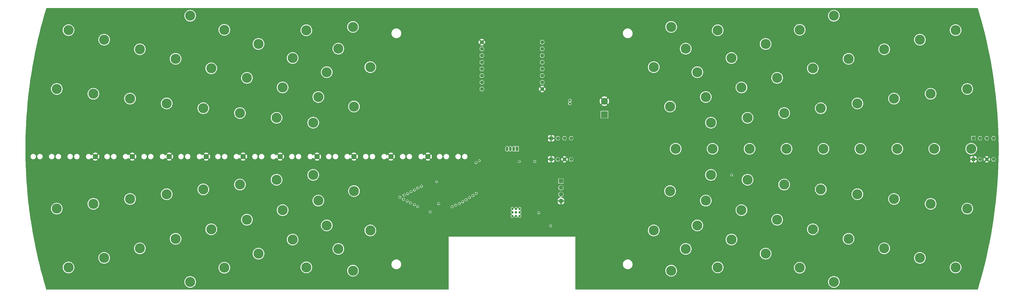
<source format=gbr>
%TF.GenerationSoftware,KiCad,Pcbnew,7.0.8*%
%TF.CreationDate,2023-11-15T20:37:27+01:00*%
%TF.ProjectId,main_board_4_jlc-3.2,6d61696e-5f62-46f6-9172-645f345f6a6c,rev?*%
%TF.SameCoordinates,Original*%
%TF.FileFunction,Copper,L2,Inr*%
%TF.FilePolarity,Positive*%
%FSLAX46Y46*%
G04 Gerber Fmt 4.6, Leading zero omitted, Abs format (unit mm)*
G04 Created by KiCad (PCBNEW 7.0.8) date 2023-11-15 20:37:27*
%MOMM*%
%LPD*%
G01*
G04 APERTURE LIST*
%TA.AperFunction,ComponentPad*%
%ADD10O,1.070000X1.800000*%
%TD*%
%TA.AperFunction,ComponentPad*%
%ADD11R,1.070000X1.800000*%
%TD*%
%TA.AperFunction,ComponentPad*%
%ADD12R,1.368000X1.368000*%
%TD*%
%TA.AperFunction,ComponentPad*%
%ADD13C,1.368000*%
%TD*%
%TA.AperFunction,ComponentPad*%
%ADD14C,3.800000*%
%TD*%
%TA.AperFunction,ComponentPad*%
%ADD15C,1.000000*%
%TD*%
%TA.AperFunction,ComponentPad*%
%ADD16C,2.000000*%
%TD*%
%TA.AperFunction,ComponentPad*%
%ADD17C,1.459990*%
%TD*%
%TA.AperFunction,ComponentPad*%
%ADD18R,1.700000X1.700000*%
%TD*%
%TA.AperFunction,ComponentPad*%
%ADD19O,1.700000X1.700000*%
%TD*%
%TA.AperFunction,ComponentPad*%
%ADD20R,2.600000X2.600000*%
%TD*%
%TA.AperFunction,ComponentPad*%
%ADD21C,2.600000*%
%TD*%
%TA.AperFunction,ViaPad*%
%ADD22C,0.700000*%
%TD*%
%TA.AperFunction,ViaPad*%
%ADD23C,0.800000*%
%TD*%
%TA.AperFunction,ViaPad*%
%ADD24C,1.000000*%
%TD*%
G04 APERTURE END LIST*
D10*
%TO.N,Net-(D12-BK)*%
%TO.C,D12*%
X223090000Y-225000000D03*
%TO.N,Net-(D12-GK)*%
X224360000Y-225000000D03*
%TO.N,/5V*%
X225630000Y-225000000D03*
D11*
%TO.N,Net-(D12-RK)*%
X226900000Y-225000000D03*
%TD*%
D12*
%TO.N,/GND*%
%TO.C,J7*%
X239800000Y-229000000D03*
D13*
%TO.N,/5V*%
X242340000Y-229000000D03*
%TO.N,/GND*%
X244880000Y-229000000D03*
%TO.N,/5V*%
X247420000Y-229000000D03*
%TD*%
D14*
%TO.N,N/C*%
%TO.C,H1*%
X338979248Y-255540647D03*
%TD*%
%TO.N,N/C*%
%TO.C,H1*%
X314230038Y-236747357D03*
%TD*%
%TO.N,N/C*%
%TO.C,H1*%
X97497791Y-190835886D03*
%TD*%
%TO.N,N/C*%
%TO.C,H1*%
X328110266Y-211425276D03*
%TD*%
%TO.N,N/C*%
%TO.C,H1*%
X56928906Y-179965486D03*
%TD*%
%TO.N,N/C*%
%TO.C,H1*%
X80249050Y-244056824D03*
%TD*%
D15*
%TO.N,*%
%TO.C,U34*%
X227900000Y-250550000D03*
X227900000Y-249150000D03*
X227900000Y-247750000D03*
X226500000Y-250550000D03*
X226500000Y-249150000D03*
X226500000Y-247750000D03*
X225100000Y-250550000D03*
X225100000Y-249150000D03*
X225100000Y-247750000D03*
%TD*%
D14*
%TO.N,N/C*%
%TO.C,H1*%
X147057714Y-180000000D03*
%TD*%
%TO.N,N/C*%
%TO.C,H1*%
X346952098Y-275514213D03*
%TD*%
D16*
%TO.N,/GND*%
%TO.C,H23*%
X81100000Y-227939000D03*
%TD*%
D14*
%TO.N,N/C*%
%TO.C,H1*%
X124543714Y-198082819D03*
%TD*%
%TO.N,N/C*%
%TO.C,H1*%
X397511406Y-247711557D03*
%TD*%
%TO.N,N/C*%
%TO.C,H1*%
X128916529Y-264799077D03*
%TD*%
%TO.N,N/C*%
%TO.C,H1*%
X171306425Y-256000000D03*
%TD*%
%TO.N,N/C*%
%TO.C,H1*%
X355870722Y-242229457D03*
%TD*%
%TO.N,N/C*%
%TO.C,H1*%
X334017785Y-179843355D03*
%TD*%
%TO.N,N/C*%
%TO.C,H1*%
X141850842Y-190558491D03*
%TD*%
%TO.N,N/C*%
%TO.C,H1*%
X121889734Y-238574724D03*
%TD*%
%TO.N,N/C*%
%TO.C,H1*%
X154785156Y-195916059D03*
%TD*%
%TO.N,N/C*%
%TO.C,H1*%
X66368822Y-204115809D03*
%TD*%
%TO.N,N/C*%
%TO.C,H1*%
X385000000Y-225000000D03*
%TD*%
%TO.N,N/C*%
%TO.C,H1*%
X159182069Y-187000000D03*
%TD*%
%TO.N,N/C*%
%TO.C,H1*%
X302942286Y-270000000D03*
%TD*%
D12*
%TO.N,/GND*%
%TO.C,J8*%
X399820000Y-229000000D03*
D13*
%TO.N,/5V*%
X402360000Y-229000000D03*
%TO.N,/GND*%
X404900000Y-229000000D03*
%TO.N,/5V*%
X407440000Y-229000000D03*
%TD*%
D14*
%TO.N,N/C*%
%TO.C,H1*%
X284887401Y-208953219D03*
%TD*%
%TO.N,N/C*%
%TO.C,H1*%
X128916529Y-185200923D03*
%TD*%
%TO.N,N/C*%
%TO.C,H1*%
X366025171Y-187212419D03*
%TD*%
%TO.N,N/C*%
%TO.C,H1*%
X357000000Y-225000000D03*
%TD*%
%TO.N,N/C*%
%TO.C,H1*%
X154785156Y-254083941D03*
%TD*%
%TO.N,N/C*%
%TO.C,H1*%
X83974829Y-187212419D03*
%TD*%
%TO.N,N/C*%
%TO.C,H1*%
X383631178Y-245884191D03*
%TD*%
%TO.N,N/C*%
%TO.C,H1*%
X371000000Y-225000000D03*
%TD*%
%TO.N,N/C*%
%TO.C,H1*%
X393071094Y-270034514D03*
%TD*%
%TO.N,N/C*%
%TO.C,H1*%
X165112599Y-208953219D03*
%TD*%
%TO.N,N/C*%
%TO.C,H1*%
X328110266Y-238574724D03*
%TD*%
%TO.N,N/C*%
%TO.C,H1*%
X352502209Y-259164114D03*
%TD*%
D16*
%TO.N,/GND*%
%TO.C,H43*%
X151100000Y-227939000D03*
%TD*%
D14*
%TO.N,N/C*%
%TO.C,H1*%
X300349809Y-215080009D03*
%TD*%
%TO.N,N/C*%
%TO.C,H1*%
X124543714Y-251917181D03*
%TD*%
%TO.N,N/C*%
%TO.C,H1*%
X121889734Y-211425276D03*
%TD*%
%TO.N,N/C*%
%TO.C,H1*%
X103047902Y-174485787D03*
%TD*%
%TO.N,N/C*%
%TO.C,H1*%
X115982215Y-270156645D03*
%TD*%
D17*
%TO.N,/GND*%
%TO.C,J10*%
X213570000Y-184521000D03*
%TO.N,unconnected-(J10-Pad2)*%
X213570000Y-187061000D03*
%TO.N,unconnected-(J10-Pad3)*%
X213570000Y-189601000D03*
%TO.N,unconnected-(J10-Pad4)*%
X213570000Y-192141000D03*
%TO.N,unconnected-(J10-Pad5)*%
X213570000Y-194681000D03*
%TO.N,unconnected-(J10-Pad6)*%
X213570000Y-197221000D03*
%TO.N,/LDC_INT*%
X213570000Y-199761000D03*
%TO.N,/LDC_CLK*%
X213570000Y-202301000D03*
%TD*%
D14*
%TO.N,N/C*%
%TO.C,H1*%
X301000000Y-225000000D03*
%TD*%
%TO.N,N/C*%
%TO.C,H1*%
X399000000Y-225000000D03*
%TD*%
%TO.N,N/C*%
%TO.C,H1*%
X308149158Y-259441509D03*
%TD*%
%TO.N,N/C*%
%TO.C,H1*%
X159182069Y-263000000D03*
%TD*%
%TO.N,N/C*%
%TO.C,H1*%
X366025171Y-262787581D03*
%TD*%
D16*
%TO.N,/GND*%
%TO.C,H31*%
X109100000Y-227939000D03*
%TD*%
D14*
%TO.N,N/C*%
%TO.C,H1*%
X295214844Y-254083941D03*
%TD*%
%TO.N,N/C*%
%TO.C,H1*%
X369750950Y-244056824D03*
%TD*%
%TO.N,N/C*%
%TO.C,H1*%
X149650191Y-215080009D03*
%TD*%
%TO.N,N/C*%
%TO.C,H1*%
X284887401Y-241046781D03*
%TD*%
%TO.N,N/C*%
%TO.C,H1*%
X138066676Y-248293714D03*
%TD*%
%TO.N,N/C*%
%TO.C,H1*%
X298410363Y-244670247D03*
%TD*%
D16*
%TO.N,/GND*%
%TO.C,H47*%
X165100000Y-227939000D03*
%TD*%
D14*
%TO.N,N/C*%
%TO.C,H1*%
X311933324Y-248293714D03*
%TD*%
%TO.N,N/C*%
%TO.C,H1*%
X165112599Y-241046781D03*
%TD*%
%TO.N,N/C*%
%TO.C,H1*%
X115982215Y-179843355D03*
%TD*%
%TO.N,N/C*%
%TO.C,H1*%
X141850842Y-259441509D03*
%TD*%
%TO.N,N/C*%
%TO.C,H1*%
X97497791Y-259164114D03*
%TD*%
%TO.N,N/C*%
%TO.C,H1*%
X52488594Y-202288443D03*
%TD*%
%TO.N,N/C*%
%TO.C,H1*%
X314230038Y-213252643D03*
%TD*%
D17*
%TO.N,unconnected-(J9-Pad1)*%
%TO.C,J9*%
X236430000Y-184521000D03*
%TO.N,unconnected-(J9-Pad2)*%
X236430000Y-187061000D03*
%TO.N,/LDC_CS*%
X236430000Y-189601000D03*
%TO.N,/CLK*%
X236430000Y-192141000D03*
%TO.N,/MISO*%
X236430000Y-194681000D03*
%TO.N,/MOSI*%
X236430000Y-197221000D03*
%TO.N,/3.3V*%
X236430000Y-199761000D03*
%TO.N,/GND*%
X236430000Y-202301000D03*
%TD*%
D14*
%TO.N,N/C*%
%TO.C,H1*%
X341990494Y-209597909D03*
%TD*%
%TO.N,N/C*%
%TO.C,H1*%
X52488594Y-247711557D03*
%TD*%
%TO.N,N/C*%
%TO.C,H1*%
X70451868Y-266411047D03*
%TD*%
%TO.N,N/C*%
%TO.C,H1*%
X285294854Y-271265869D03*
%TD*%
%TO.N,N/C*%
%TO.C,H1*%
X164705146Y-271265869D03*
%TD*%
%TO.N,N/C*%
%TO.C,H1*%
X308149158Y-190558491D03*
%TD*%
%TO.N,N/C*%
%TO.C,H1*%
X80249050Y-205943176D03*
%TD*%
%TO.N,N/C*%
%TO.C,H1*%
X135769962Y-236747357D03*
%TD*%
%TO.N,N/C*%
%TO.C,H1*%
X108009506Y-209597909D03*
%TD*%
%TO.N,N/C*%
%TO.C,H1*%
X341990494Y-240402091D03*
%TD*%
%TO.N,N/C*%
%TO.C,H1*%
X379548132Y-183588953D03*
%TD*%
%TO.N,N/C*%
%TO.C,H1*%
X321083471Y-264799077D03*
%TD*%
%TO.N,N/C*%
%TO.C,H1*%
X83974829Y-262787581D03*
%TD*%
%TO.N,N/C*%
%TO.C,H1*%
X111020752Y-255540647D03*
%TD*%
%TO.N,N/C*%
%TO.C,H1*%
X290817931Y-263000000D03*
%TD*%
D18*
%TO.N,/V_BUS*%
%TO.C,J1*%
X243528000Y-237215000D03*
D19*
%TO.N,/USB_D+*%
X243528000Y-239755000D03*
%TO.N,/USB_D-*%
X243528000Y-242295000D03*
%TO.N,/GND*%
X243528000Y-244835000D03*
%TD*%
D14*
%TO.N,N/C*%
%TO.C,H1*%
X138066676Y-201706286D03*
%TD*%
%TO.N,N/C*%
%TO.C,H1*%
X149650191Y-234919991D03*
%TD*%
%TO.N,N/C*%
%TO.C,H1*%
X151589637Y-244670247D03*
%TD*%
%TO.N,N/C*%
%TO.C,H1*%
X56928906Y-270034514D03*
%TD*%
%TO.N,N/C*%
%TO.C,H1*%
X315000000Y-225000000D03*
%TD*%
%TO.N,N/C*%
%TO.C,H1*%
X94129278Y-242229457D03*
%TD*%
%TO.N,N/C*%
%TO.C,H1*%
X325456286Y-198082819D03*
%TD*%
D16*
%TO.N,/GND*%
%TO.C,H35*%
X123100000Y-227939000D03*
%TD*%
D14*
%TO.N,N/C*%
%TO.C,H1*%
X355870722Y-207770543D03*
%TD*%
%TO.N,N/C*%
%TO.C,H1*%
X278693575Y-194000000D03*
%TD*%
%TO.N,N/C*%
%TO.C,H1*%
X290817931Y-187000000D03*
%TD*%
%TO.N,N/C*%
%TO.C,H1*%
X346952098Y-174485787D03*
%TD*%
%TO.N,N/C*%
%TO.C,H1*%
X383631178Y-204115809D03*
%TD*%
%TO.N,N/C*%
%TO.C,H1*%
X66368822Y-245884191D03*
%TD*%
%TO.N,N/C*%
%TO.C,H1*%
X300349809Y-234919991D03*
%TD*%
%TO.N,N/C*%
%TO.C,H1*%
X111020752Y-194459353D03*
%TD*%
D12*
%TO.N,/5V*%
%TO.C,J6*%
X399820000Y-221000000D03*
D13*
%TO.N,unconnected-(J6-Pad02)*%
X402360000Y-221000000D03*
%TO.N,unconnected-(J6-Pad03)*%
X404900000Y-221000000D03*
%TO.N,/5V*%
X407440000Y-221000000D03*
%TD*%
D14*
%TO.N,N/C*%
%TO.C,H1*%
X369750950Y-205943176D03*
%TD*%
%TO.N,N/C*%
%TO.C,H1*%
X164705146Y-178734131D03*
%TD*%
%TO.N,N/C*%
%TO.C,H1*%
X393071094Y-179965486D03*
%TD*%
D16*
%TO.N,/GND*%
%TO.C,H55*%
X193100000Y-227939000D03*
%TD*%
D14*
%TO.N,N/C*%
%TO.C,H1*%
X397511406Y-202288443D03*
%TD*%
%TO.N,N/C*%
%TO.C,H1*%
X171306425Y-194000000D03*
%TD*%
%TO.N,N/C*%
%TO.C,H1*%
X147057714Y-270000000D03*
%TD*%
%TO.N,N/C*%
%TO.C,H1*%
X295214844Y-195916059D03*
%TD*%
%TO.N,N/C*%
%TO.C,H1*%
X302942286Y-180000000D03*
%TD*%
D16*
%TO.N,/GND*%
%TO.C,H19*%
X67100000Y-227939000D03*
%TD*%
D14*
%TO.N,N/C*%
%TO.C,H1*%
X352502209Y-190835886D03*
%TD*%
%TO.N,N/C*%
%TO.C,H1*%
X135769962Y-213252643D03*
%TD*%
%TO.N,N/C*%
%TO.C,H1*%
X379548132Y-266411047D03*
%TD*%
%TO.N,N/C*%
%TO.C,H1*%
X321083471Y-185200923D03*
%TD*%
%TO.N,N/C*%
%TO.C,H1*%
X334017785Y-270156645D03*
%TD*%
D16*
%TO.N,/GND*%
%TO.C,H27*%
X95100000Y-227939000D03*
%TD*%
%TO.N,/GND*%
%TO.C,H39*%
X137100000Y-227939000D03*
%TD*%
D12*
%TO.N,/GND*%
%TO.C,J5*%
X239800000Y-221000000D03*
D13*
%TO.N,/LED_DATA*%
X242340000Y-221000000D03*
%TO.N,/LED_CLK*%
X244880000Y-221000000D03*
%TO.N,/5V*%
X247420000Y-221000000D03*
%TD*%
D14*
%TO.N,N/C*%
%TO.C,H1*%
X298410363Y-205329753D03*
%TD*%
%TO.N,N/C*%
%TO.C,H1*%
X94129278Y-207770543D03*
%TD*%
%TO.N,N/C*%
%TO.C,H1*%
X108009506Y-240402091D03*
%TD*%
%TO.N,N/C*%
%TO.C,H1*%
X311933324Y-201706286D03*
%TD*%
%TO.N,N/C*%
%TO.C,H1*%
X325456286Y-251917181D03*
%TD*%
%TO.N,N/C*%
%TO.C,H1*%
X70451868Y-183588953D03*
%TD*%
%TO.N,N/C*%
%TO.C,H1*%
X329000000Y-225000000D03*
%TD*%
%TO.N,N/C*%
%TO.C,H1*%
X338979248Y-194459353D03*
%TD*%
D16*
%TO.N,/GND*%
%TO.C,H51*%
X179100000Y-227939000D03*
%TD*%
D14*
%TO.N,N/C*%
%TO.C,H1*%
X278693575Y-256000000D03*
%TD*%
%TO.N,N/C*%
%TO.C,H1*%
X103047902Y-275514213D03*
%TD*%
%TO.N,N/C*%
%TO.C,H1*%
X287000000Y-225000000D03*
%TD*%
%TO.N,N/C*%
%TO.C,H1*%
X151589637Y-205329753D03*
%TD*%
%TO.N,N/C*%
%TO.C,H1*%
X285294854Y-178734131D03*
%TD*%
%TO.N,N/C*%
%TO.C,H1*%
X343000000Y-225000000D03*
%TD*%
D20*
%TO.N,/5V*%
%TO.C,J11*%
X260000000Y-212000000D03*
D21*
%TO.N,/GND*%
X260000000Y-206920000D03*
%TD*%
D22*
%TO.N,/GND*%
X218319800Y-226905000D03*
X219310400Y-227082800D03*
X220097800Y-227692400D03*
X220859800Y-228429000D03*
X221596400Y-229165600D03*
X222002800Y-230054600D03*
X222053600Y-231172200D03*
X222053600Y-232315200D03*
X222282200Y-233509000D03*
X223069600Y-234372600D03*
X223806200Y-235210800D03*
X223806200Y-236480800D03*
X223780800Y-237750800D03*
X214335071Y-234097579D03*
D23*
X227720150Y-232421179D03*
D22*
X212607871Y-228650276D03*
X196453471Y-236625876D03*
%TO.N,/CS1*%
X196453471Y-237450379D03*
D23*
%TO.N,/CLK*%
X197215471Y-245832379D03*
D22*
%TO.N,/GND*%
X210500282Y-230273752D03*
D23*
%TO.N,/CLK*%
X211374639Y-230257800D03*
D22*
%TO.N,/CS1*%
X212607871Y-229474779D03*
%TO.N,/GND*%
X214335071Y-228204779D03*
D23*
X233585200Y-232414200D03*
D22*
X235812000Y-257979000D03*
X204062000Y-257979000D03*
X249426400Y-267453200D03*
X209142000Y-257979000D03*
X200556800Y-259884000D03*
X200556800Y-275124000D03*
X200556800Y-266234000D03*
X249426400Y-277613200D03*
X210412000Y-257979000D03*
X229462000Y-257979000D03*
X240892000Y-257979000D03*
X238352000Y-257979000D03*
X234542000Y-257979000D03*
X249426400Y-273803200D03*
X219302000Y-257979000D03*
X200556800Y-277664000D03*
X247242000Y-257979000D03*
X216762000Y-257979000D03*
X200556800Y-258614000D03*
X221842000Y-257979000D03*
X237082000Y-257979000D03*
X207872000Y-257979000D03*
X201522000Y-257979000D03*
X220572000Y-257979000D03*
X200556800Y-261154000D03*
X244702000Y-257979000D03*
X243432000Y-257979000D03*
X249426400Y-272533200D03*
X223112000Y-257979000D03*
X200556800Y-276394000D03*
X249426400Y-259833200D03*
X249426400Y-262373200D03*
X249426400Y-276343200D03*
X249426400Y-268723200D03*
D23*
X219843800Y-196069400D03*
D22*
X233272000Y-257979000D03*
X200556800Y-267504000D03*
X200556800Y-270044000D03*
D23*
X198139974Y-245832379D03*
D22*
X214222000Y-257979000D03*
X206602000Y-257979000D03*
X242162000Y-257979000D03*
X249426400Y-269993200D03*
X202792000Y-257979000D03*
X249426400Y-263643200D03*
X205332000Y-257979000D03*
X249426400Y-258563200D03*
X200556800Y-273854000D03*
X200556800Y-262424000D03*
X232002000Y-257979000D03*
X213331800Y-254397600D03*
X215492000Y-257979000D03*
X226922000Y-257979000D03*
X228192000Y-257979000D03*
X249426400Y-264913200D03*
X249426400Y-266183200D03*
X211682000Y-257979000D03*
X218032000Y-257979000D03*
X230732000Y-257979000D03*
X224382000Y-257979000D03*
X200556800Y-268774000D03*
X200556800Y-264964000D03*
D23*
X199161952Y-248977600D03*
D22*
X239622000Y-257979000D03*
X212952000Y-257979000D03*
D23*
X235100000Y-250174503D03*
X223679200Y-198177600D03*
D22*
X200556800Y-272584000D03*
X225652000Y-257979000D03*
X245972000Y-257979000D03*
X200556800Y-271314000D03*
X249426400Y-261103200D03*
X248512000Y-257979000D03*
X249426400Y-275073200D03*
X249426400Y-271263200D03*
X200556800Y-263694000D03*
D24*
%TO.N,/3.3V*%
X246912000Y-207814000D03*
X246910600Y-206645600D03*
D23*
X239605000Y-254278100D03*
X308184997Y-234907000D03*
X193953000Y-248939000D03*
%TO.N,/SS12*%
X185249000Y-244837400D03*
%TO.N,/SS11*%
X186569800Y-245548600D03*
%TO.N,/SS10*%
X188017600Y-246183600D03*
%TO.N,/SS9*%
X189262200Y-246920200D03*
%TO.N,/SS8*%
X202261952Y-246998000D03*
%TO.N,/SS7*%
X203661952Y-246398000D03*
%TO.N,/SS6*%
X205000000Y-245798000D03*
%TO.N,/SS5*%
X206270000Y-245098000D03*
%TO.N,/SS4*%
X207540000Y-244359000D03*
%TO.N,/SS3*%
X208810000Y-243470000D03*
%TO.N,/SS2*%
X210161952Y-242749500D03*
%TO.N,/SS1*%
X211461952Y-241898000D03*
%TO.N,/SS17*%
X186747600Y-241256000D03*
%TO.N,/SS18*%
X188068400Y-240595600D03*
%TO.N,/SS19*%
X189338400Y-239884400D03*
%TO.N,/SS20*%
X190659200Y-239173200D03*
%TO.N,/SS16*%
X185452200Y-241967200D03*
%TO.N,/SS15*%
X184094000Y-242538000D03*
%TO.N,/SS14*%
X182455000Y-243415000D03*
%TO.N,/SS13*%
X183852000Y-244177000D03*
%TO.N,/5V*%
X233585200Y-229800600D03*
X227745550Y-229821579D03*
%TO.N,/QRE_OUT*%
X235100000Y-249250000D03*
%TD*%
%TA.AperFunction,Conductor*%
%TO.N,/GND*%
G36*
X401471188Y-171626610D02*
G01*
X401516943Y-171679414D01*
X401523048Y-171695727D01*
X402186711Y-173937901D01*
X402903063Y-176492590D01*
X403582583Y-179057322D01*
X404225131Y-181631565D01*
X404830573Y-184214787D01*
X405398785Y-186806452D01*
X405929648Y-189406025D01*
X406423053Y-192012967D01*
X406878898Y-194626739D01*
X407297088Y-197246798D01*
X407677537Y-199872604D01*
X408020166Y-202503611D01*
X408324904Y-205139276D01*
X408591687Y-207779053D01*
X408820461Y-210422396D01*
X409011179Y-213068756D01*
X409163800Y-215717586D01*
X409278294Y-218368338D01*
X409354636Y-221020463D01*
X409392811Y-223673412D01*
X409392811Y-226326636D01*
X409354635Y-228979585D01*
X409278292Y-231631710D01*
X409163798Y-234282462D01*
X409011176Y-236931292D01*
X408820458Y-239577652D01*
X408591683Y-242220994D01*
X408324898Y-244860771D01*
X408020160Y-247496436D01*
X407677531Y-250127444D01*
X407297081Y-252753249D01*
X406878890Y-255373309D01*
X406423045Y-257987080D01*
X405929639Y-260594022D01*
X405398775Y-263193595D01*
X404830562Y-265785260D01*
X404225119Y-268368482D01*
X403582571Y-270942725D01*
X402903050Y-273507456D01*
X402186698Y-276062145D01*
X401544122Y-278233078D01*
X401523035Y-278304319D01*
X401485133Y-278363014D01*
X401421514Y-278391901D01*
X401404134Y-278393125D01*
X249136000Y-278393125D01*
X249068961Y-278373440D01*
X249023206Y-278320636D01*
X249012000Y-278269125D01*
X249012000Y-275514213D01*
X344746876Y-275514213D01*
X344765742Y-275802050D01*
X344765744Y-275802062D01*
X344822015Y-276084958D01*
X344822019Y-276084973D01*
X344914740Y-276358118D01*
X345042317Y-276616819D01*
X345042321Y-276616826D01*
X345202576Y-276856665D01*
X345392770Y-277073540D01*
X345609644Y-277263733D01*
X345849487Y-277423991D01*
X346108196Y-277551572D01*
X346381345Y-277644294D01*
X346664259Y-277700569D01*
X346952098Y-277719435D01*
X347239937Y-277700569D01*
X347522851Y-277644294D01*
X347796000Y-277551572D01*
X348054709Y-277423991D01*
X348294552Y-277263733D01*
X348511425Y-277073540D01*
X348701618Y-276856667D01*
X348861876Y-276616824D01*
X348989457Y-276358115D01*
X349082179Y-276084966D01*
X349138454Y-275802052D01*
X349157320Y-275514213D01*
X349138454Y-275226374D01*
X349082179Y-274943460D01*
X348989457Y-274670311D01*
X348861876Y-274411602D01*
X348701618Y-274171759D01*
X348511425Y-273954885D01*
X348294550Y-273764691D01*
X348054711Y-273604436D01*
X348054704Y-273604432D01*
X347796003Y-273476855D01*
X347522858Y-273384134D01*
X347522852Y-273384132D01*
X347522851Y-273384132D01*
X347522849Y-273384131D01*
X347522843Y-273384130D01*
X347239947Y-273327859D01*
X347239937Y-273327857D01*
X346952098Y-273308991D01*
X346664259Y-273327857D01*
X346664253Y-273327858D01*
X346664248Y-273327859D01*
X346381352Y-273384130D01*
X346381337Y-273384134D01*
X346108192Y-273476855D01*
X345849491Y-273604432D01*
X345849484Y-273604436D01*
X345609645Y-273764691D01*
X345392770Y-273954885D01*
X345202576Y-274171760D01*
X345042321Y-274411599D01*
X345042317Y-274411606D01*
X344914740Y-274670307D01*
X344822019Y-274943452D01*
X344822015Y-274943467D01*
X344765744Y-275226363D01*
X344765742Y-275226375D01*
X344746876Y-275514213D01*
X249012000Y-275514213D01*
X249012000Y-271265869D01*
X283089632Y-271265869D01*
X283108498Y-271553706D01*
X283108500Y-271553718D01*
X283164771Y-271836614D01*
X283164775Y-271836629D01*
X283257496Y-272109774D01*
X283385073Y-272368475D01*
X283385077Y-272368482D01*
X283545332Y-272608321D01*
X283735526Y-272825196D01*
X283952400Y-273015389D01*
X284192243Y-273175647D01*
X284450952Y-273303228D01*
X284724101Y-273395950D01*
X285007015Y-273452225D01*
X285294854Y-273471091D01*
X285582693Y-273452225D01*
X285865607Y-273395950D01*
X286138756Y-273303228D01*
X286397465Y-273175647D01*
X286637308Y-273015389D01*
X286854181Y-272825196D01*
X287044374Y-272608323D01*
X287204632Y-272368480D01*
X287332213Y-272109771D01*
X287424935Y-271836622D01*
X287481210Y-271553708D01*
X287500076Y-271265869D01*
X287481210Y-270978030D01*
X287424935Y-270695116D01*
X287332213Y-270421967D01*
X287204632Y-270163258D01*
X287113928Y-270027510D01*
X287095547Y-270000000D01*
X300737064Y-270000000D01*
X300755930Y-270287837D01*
X300755932Y-270287849D01*
X300812203Y-270570745D01*
X300812207Y-270570760D01*
X300904928Y-270843905D01*
X301032505Y-271102606D01*
X301032509Y-271102613D01*
X301192764Y-271342452D01*
X301382958Y-271559327D01*
X301599833Y-271749521D01*
X301839672Y-271909776D01*
X301839679Y-271909780D01*
X301909663Y-271944292D01*
X302098384Y-272037359D01*
X302371533Y-272130081D01*
X302654447Y-272186356D01*
X302942286Y-272205222D01*
X303230125Y-272186356D01*
X303513039Y-272130081D01*
X303786188Y-272037359D01*
X304044897Y-271909778D01*
X304284740Y-271749520D01*
X304501613Y-271559327D01*
X304691806Y-271342454D01*
X304852064Y-271102611D01*
X304979645Y-270843902D01*
X305072367Y-270570753D01*
X305128642Y-270287839D01*
X305137241Y-270156645D01*
X331812563Y-270156645D01*
X331831429Y-270444482D01*
X331831431Y-270444494D01*
X331887702Y-270727390D01*
X331887706Y-270727405D01*
X331980427Y-271000550D01*
X332108004Y-271259251D01*
X332108008Y-271259258D01*
X332268263Y-271499097D01*
X332458457Y-271715972D01*
X332675332Y-271906166D01*
X332915171Y-272066421D01*
X332915178Y-272066425D01*
X333003075Y-272109771D01*
X333173883Y-272194004D01*
X333447032Y-272286726D01*
X333729946Y-272343001D01*
X334017785Y-272361867D01*
X334305624Y-272343001D01*
X334588538Y-272286726D01*
X334861687Y-272194004D01*
X335120396Y-272066423D01*
X335360239Y-271906165D01*
X335577112Y-271715972D01*
X335767305Y-271499099D01*
X335927563Y-271259256D01*
X336055144Y-271000547D01*
X336147866Y-270727398D01*
X336204141Y-270444484D01*
X336223007Y-270156645D01*
X336215002Y-270034514D01*
X390865872Y-270034514D01*
X390882476Y-270287849D01*
X390884738Y-270322351D01*
X390884740Y-270322363D01*
X390941011Y-270605259D01*
X390941015Y-270605274D01*
X391033736Y-270878419D01*
X391161313Y-271137120D01*
X391161317Y-271137127D01*
X391321572Y-271376966D01*
X391511766Y-271593841D01*
X391728641Y-271784035D01*
X391807343Y-271836622D01*
X391968483Y-271944292D01*
X392227192Y-272071873D01*
X392500341Y-272164595D01*
X392783255Y-272220870D01*
X393071094Y-272239736D01*
X393358933Y-272220870D01*
X393641847Y-272164595D01*
X393914996Y-272071873D01*
X394173705Y-271944292D01*
X394413548Y-271784034D01*
X394630421Y-271593841D01*
X394820614Y-271376968D01*
X394980872Y-271137125D01*
X395108453Y-270878416D01*
X395201175Y-270605267D01*
X395257450Y-270322353D01*
X395276316Y-270034514D01*
X395257450Y-269746675D01*
X395201175Y-269463761D01*
X395108453Y-269190612D01*
X394980872Y-268931903D01*
X394957813Y-268897393D01*
X394820615Y-268692061D01*
X394630421Y-268475186D01*
X394413546Y-268284992D01*
X394173707Y-268124737D01*
X394173700Y-268124733D01*
X393914999Y-267997156D01*
X393641854Y-267904435D01*
X393641848Y-267904433D01*
X393641847Y-267904433D01*
X393641845Y-267904432D01*
X393641839Y-267904431D01*
X393358943Y-267848160D01*
X393358933Y-267848158D01*
X393071094Y-267829292D01*
X392783255Y-267848158D01*
X392783249Y-267848159D01*
X392783244Y-267848160D01*
X392500348Y-267904431D01*
X392500333Y-267904435D01*
X392227188Y-267997156D01*
X391968487Y-268124733D01*
X391968480Y-268124737D01*
X391728641Y-268284992D01*
X391511766Y-268475186D01*
X391321572Y-268692061D01*
X391161317Y-268931900D01*
X391161313Y-268931907D01*
X391033736Y-269190608D01*
X390941015Y-269463753D01*
X390941011Y-269463768D01*
X390916718Y-269585899D01*
X390884738Y-269746675D01*
X390865872Y-270034514D01*
X336215002Y-270034514D01*
X336204141Y-269868806D01*
X336147866Y-269585892D01*
X336055144Y-269312743D01*
X335927563Y-269054034D01*
X335920560Y-269043553D01*
X335767306Y-268814192D01*
X335577112Y-268597317D01*
X335360237Y-268407123D01*
X335120398Y-268246868D01*
X335120391Y-268246864D01*
X334861690Y-268119287D01*
X334588545Y-268026566D01*
X334588539Y-268026564D01*
X334588538Y-268026564D01*
X334588536Y-268026563D01*
X334588530Y-268026562D01*
X334305634Y-267970291D01*
X334305624Y-267970289D01*
X334017785Y-267951423D01*
X333729946Y-267970289D01*
X333729940Y-267970290D01*
X333729935Y-267970291D01*
X333447039Y-268026562D01*
X333447024Y-268026566D01*
X333173879Y-268119287D01*
X332915178Y-268246864D01*
X332915171Y-268246868D01*
X332675332Y-268407123D01*
X332458457Y-268597317D01*
X332268263Y-268814192D01*
X332108008Y-269054031D01*
X332108004Y-269054038D01*
X331980427Y-269312739D01*
X331887706Y-269585884D01*
X331887702Y-269585899D01*
X331855722Y-269746675D01*
X331831429Y-269868806D01*
X331828058Y-269920235D01*
X331812563Y-270156645D01*
X305137241Y-270156645D01*
X305147508Y-270000000D01*
X305128642Y-269712161D01*
X305072367Y-269429247D01*
X304979645Y-269156098D01*
X304852064Y-268897389D01*
X304691806Y-268657546D01*
X304639061Y-268597402D01*
X304501613Y-268440672D01*
X304284738Y-268250478D01*
X304044899Y-268090223D01*
X304044892Y-268090219D01*
X303786191Y-267962642D01*
X303513046Y-267869921D01*
X303513040Y-267869919D01*
X303513039Y-267869919D01*
X303513037Y-267869918D01*
X303513031Y-267869917D01*
X303230135Y-267813646D01*
X303230125Y-267813644D01*
X302942286Y-267794778D01*
X302654447Y-267813644D01*
X302654441Y-267813645D01*
X302654436Y-267813646D01*
X302371540Y-267869917D01*
X302371525Y-267869921D01*
X302098380Y-267962642D01*
X301839679Y-268090219D01*
X301839672Y-268090223D01*
X301599833Y-268250478D01*
X301382958Y-268440672D01*
X301192764Y-268657547D01*
X301032509Y-268897386D01*
X301032505Y-268897393D01*
X300904928Y-269156094D01*
X300812207Y-269429239D01*
X300812203Y-269429254D01*
X300755932Y-269712150D01*
X300755930Y-269712162D01*
X300737064Y-270000000D01*
X287095547Y-270000000D01*
X287044375Y-269923416D01*
X286854181Y-269706541D01*
X286637306Y-269516347D01*
X286397467Y-269356092D01*
X286397460Y-269356088D01*
X286138759Y-269228511D01*
X285865614Y-269135790D01*
X285865608Y-269135788D01*
X285865607Y-269135788D01*
X285865605Y-269135787D01*
X285865599Y-269135786D01*
X285582703Y-269079515D01*
X285582693Y-269079513D01*
X285294854Y-269060647D01*
X285007015Y-269079513D01*
X285007009Y-269079514D01*
X285007004Y-269079515D01*
X284724108Y-269135786D01*
X284724093Y-269135790D01*
X284450948Y-269228511D01*
X284192247Y-269356088D01*
X284192240Y-269356092D01*
X283952401Y-269516347D01*
X283735526Y-269706541D01*
X283545332Y-269923416D01*
X283385077Y-270163255D01*
X283385073Y-270163262D01*
X283257496Y-270421963D01*
X283164775Y-270695108D01*
X283164771Y-270695123D01*
X283108500Y-270978019D01*
X283108498Y-270978031D01*
X283089632Y-271265869D01*
X249012000Y-271265869D01*
X249012000Y-268908383D01*
X266986407Y-268908383D01*
X267016033Y-269177633D01*
X267016035Y-269177644D01*
X267081811Y-269429239D01*
X267084548Y-269439708D01*
X267190490Y-269689010D01*
X267260341Y-269803465D01*
X267331599Y-269920225D01*
X267331606Y-269920235D01*
X267504873Y-270128439D01*
X267504879Y-270128444D01*
X267609860Y-270222507D01*
X267706618Y-270309202D01*
X267932530Y-270458664D01*
X268177796Y-270573640D01*
X268177803Y-270573642D01*
X268177805Y-270573643D01*
X268437177Y-270651677D01*
X268437184Y-270651678D01*
X268437189Y-270651680D01*
X268705181Y-270691120D01*
X268705186Y-270691120D01*
X268908256Y-270691120D01*
X268959753Y-270687350D01*
X269110776Y-270676297D01*
X269223378Y-270651213D01*
X269375166Y-270617402D01*
X269375168Y-270617401D01*
X269375173Y-270617400D01*
X269628178Y-270520634D01*
X269864397Y-270388061D01*
X270078797Y-270222508D01*
X270266806Y-270027501D01*
X270424419Y-269807199D01*
X270538205Y-269585884D01*
X270548269Y-269566310D01*
X270548271Y-269566304D01*
X270548276Y-269566295D01*
X270635738Y-269309925D01*
X270684939Y-269043553D01*
X270694832Y-268772855D01*
X270665206Y-268503602D01*
X270596692Y-268241532D01*
X270490750Y-267992230D01*
X270349638Y-267761010D01*
X270260367Y-267653739D01*
X270176366Y-267552800D01*
X270176360Y-267552795D01*
X269974622Y-267372038D01*
X269748712Y-267222577D01*
X269735096Y-267216194D01*
X269503444Y-267107600D01*
X269503439Y-267107598D01*
X269503434Y-267107596D01*
X269244062Y-267029562D01*
X269244048Y-267029559D01*
X269128411Y-267012541D01*
X268976059Y-266990120D01*
X268772989Y-266990120D01*
X268772984Y-266990120D01*
X268570464Y-267004943D01*
X268570451Y-267004945D01*
X268306073Y-267063837D01*
X268306066Y-267063840D01*
X268053059Y-267160607D01*
X267816846Y-267293177D01*
X267602442Y-267458732D01*
X267414442Y-267653729D01*
X267414436Y-267653736D01*
X267256822Y-267874039D01*
X267256819Y-267874044D01*
X267132970Y-268114929D01*
X267132963Y-268114947D01*
X267045504Y-268371305D01*
X267045501Y-268371319D01*
X267032691Y-268440672D01*
X267003758Y-268597318D01*
X266996301Y-268637688D01*
X266996300Y-268637695D01*
X266986407Y-268908383D01*
X249012000Y-268908383D01*
X249012000Y-263000000D01*
X288612709Y-263000000D01*
X288631575Y-263287837D01*
X288631577Y-263287849D01*
X288687848Y-263570745D01*
X288687852Y-263570760D01*
X288780573Y-263843905D01*
X288908150Y-264102606D01*
X288908154Y-264102613D01*
X289068409Y-264342452D01*
X289258603Y-264559327D01*
X289475478Y-264749521D01*
X289628430Y-264851720D01*
X289715320Y-264909778D01*
X289974029Y-265037359D01*
X290247178Y-265130081D01*
X290530092Y-265186356D01*
X290817931Y-265205222D01*
X291105770Y-265186356D01*
X291388684Y-265130081D01*
X291661833Y-265037359D01*
X291920542Y-264909778D01*
X292086218Y-264799077D01*
X318878249Y-264799077D01*
X318890946Y-264992803D01*
X318897115Y-265086914D01*
X318897117Y-265086926D01*
X318953388Y-265369822D01*
X318953392Y-265369837D01*
X319046113Y-265642982D01*
X319173690Y-265901683D01*
X319173694Y-265901690D01*
X319333949Y-266141529D01*
X319524143Y-266358404D01*
X319741017Y-266548597D01*
X319980860Y-266708855D01*
X320239569Y-266836436D01*
X320512718Y-266929158D01*
X320795632Y-266985433D01*
X321083471Y-267004299D01*
X321371310Y-266985433D01*
X321654224Y-266929158D01*
X321927373Y-266836436D01*
X322186082Y-266708855D01*
X322425925Y-266548597D01*
X322582770Y-266411047D01*
X377342910Y-266411047D01*
X377361776Y-266698884D01*
X377361778Y-266698896D01*
X377418049Y-266981792D01*
X377418053Y-266981807D01*
X377510774Y-267254952D01*
X377638351Y-267513653D01*
X377638355Y-267513660D01*
X377798610Y-267753499D01*
X377988804Y-267970374D01*
X378205679Y-268160568D01*
X378340239Y-268250478D01*
X378445521Y-268320825D01*
X378704230Y-268448406D01*
X378977379Y-268541128D01*
X379260293Y-268597403D01*
X379548132Y-268616269D01*
X379835971Y-268597403D01*
X380118885Y-268541128D01*
X380392034Y-268448406D01*
X380650743Y-268320825D01*
X380890586Y-268160567D01*
X381107459Y-267970374D01*
X381297652Y-267753501D01*
X381457910Y-267513658D01*
X381585491Y-267254949D01*
X381678213Y-266981800D01*
X381734488Y-266698886D01*
X381753354Y-266411047D01*
X381734488Y-266123208D01*
X381678213Y-265840294D01*
X381585491Y-265567145D01*
X381457910Y-265308436D01*
X381297652Y-265068593D01*
X381107459Y-264851719D01*
X380890584Y-264661525D01*
X380650745Y-264501270D01*
X380650738Y-264501266D01*
X380392037Y-264373689D01*
X380118892Y-264280968D01*
X380118886Y-264280966D01*
X380118885Y-264280966D01*
X380118883Y-264280965D01*
X380118877Y-264280964D01*
X379835981Y-264224693D01*
X379835971Y-264224691D01*
X379548132Y-264205825D01*
X379260293Y-264224691D01*
X379260287Y-264224692D01*
X379260282Y-264224693D01*
X378977386Y-264280964D01*
X378977371Y-264280968D01*
X378704226Y-264373689D01*
X378445525Y-264501266D01*
X378445518Y-264501270D01*
X378205679Y-264661525D01*
X377988804Y-264851719D01*
X377798610Y-265068594D01*
X377638355Y-265308433D01*
X377638351Y-265308440D01*
X377510774Y-265567141D01*
X377418053Y-265840286D01*
X377418049Y-265840301D01*
X377361778Y-266123197D01*
X377361776Y-266123209D01*
X377342910Y-266411047D01*
X322582770Y-266411047D01*
X322642798Y-266358404D01*
X322832991Y-266141531D01*
X322993249Y-265901688D01*
X323120830Y-265642979D01*
X323213552Y-265369830D01*
X323269827Y-265086916D01*
X323288693Y-264799077D01*
X323269827Y-264511238D01*
X323213552Y-264228324D01*
X323120830Y-263955175D01*
X322993249Y-263696466D01*
X322832991Y-263456623D01*
X322746787Y-263358326D01*
X322642798Y-263239749D01*
X322425923Y-263049555D01*
X322186084Y-262889300D01*
X322186077Y-262889296D01*
X321979819Y-262787581D01*
X363819949Y-262787581D01*
X363838815Y-263075418D01*
X363838817Y-263075430D01*
X363895088Y-263358326D01*
X363895092Y-263358341D01*
X363987813Y-263631486D01*
X364115390Y-263890187D01*
X364115394Y-263890194D01*
X364275649Y-264130033D01*
X364465843Y-264346908D01*
X364682718Y-264537102D01*
X364807058Y-264620183D01*
X364922560Y-264697359D01*
X365181269Y-264824940D01*
X365454418Y-264917662D01*
X365737332Y-264973937D01*
X366025171Y-264992803D01*
X366313010Y-264973937D01*
X366595924Y-264917662D01*
X366869073Y-264824940D01*
X367127782Y-264697359D01*
X367367625Y-264537101D01*
X367584498Y-264346908D01*
X367774691Y-264130035D01*
X367934949Y-263890192D01*
X368062530Y-263631483D01*
X368155252Y-263358334D01*
X368211527Y-263075420D01*
X368230393Y-262787581D01*
X368211527Y-262499742D01*
X368155252Y-262216828D01*
X368062530Y-261943679D01*
X367934949Y-261684970D01*
X367774691Y-261445127D01*
X367708223Y-261369335D01*
X367584498Y-261228253D01*
X367367623Y-261038059D01*
X367127784Y-260877804D01*
X367127777Y-260877800D01*
X366869076Y-260750223D01*
X366595931Y-260657502D01*
X366595925Y-260657500D01*
X366595924Y-260657500D01*
X366595922Y-260657499D01*
X366595916Y-260657498D01*
X366313020Y-260601227D01*
X366313010Y-260601225D01*
X366025171Y-260582359D01*
X365737332Y-260601225D01*
X365737326Y-260601226D01*
X365737321Y-260601227D01*
X365454425Y-260657498D01*
X365454410Y-260657502D01*
X365181265Y-260750223D01*
X364922564Y-260877800D01*
X364922557Y-260877804D01*
X364682718Y-261038059D01*
X364465843Y-261228253D01*
X364275649Y-261445128D01*
X364115394Y-261684967D01*
X364115390Y-261684974D01*
X363987813Y-261943675D01*
X363895092Y-262216820D01*
X363895088Y-262216835D01*
X363852839Y-262429239D01*
X363838815Y-262499742D01*
X363827721Y-262668998D01*
X363819949Y-262787581D01*
X321979819Y-262787581D01*
X321927376Y-262761719D01*
X321654231Y-262668998D01*
X321654225Y-262668996D01*
X321654224Y-262668996D01*
X321654222Y-262668995D01*
X321654216Y-262668994D01*
X321371320Y-262612723D01*
X321371310Y-262612721D01*
X321083471Y-262593855D01*
X320795632Y-262612721D01*
X320795626Y-262612722D01*
X320795621Y-262612723D01*
X320512725Y-262668994D01*
X320512710Y-262668998D01*
X320239565Y-262761719D01*
X319980864Y-262889296D01*
X319980857Y-262889300D01*
X319741018Y-263049555D01*
X319524143Y-263239749D01*
X319333949Y-263456624D01*
X319173694Y-263696463D01*
X319173690Y-263696470D01*
X319046113Y-263955171D01*
X318953392Y-264228316D01*
X318953388Y-264228331D01*
X318899098Y-264501269D01*
X318897115Y-264511238D01*
X318878249Y-264799077D01*
X292086218Y-264799077D01*
X292160385Y-264749520D01*
X292377258Y-264559327D01*
X292567451Y-264342454D01*
X292727709Y-264102611D01*
X292855290Y-263843902D01*
X292948012Y-263570753D01*
X293004287Y-263287839D01*
X293023153Y-263000000D01*
X293004287Y-262712161D01*
X292948012Y-262429247D01*
X292855290Y-262156098D01*
X292727709Y-261897389D01*
X292567451Y-261657546D01*
X292377258Y-261440672D01*
X292160383Y-261250478D01*
X291920544Y-261090223D01*
X291920537Y-261090219D01*
X291661836Y-260962642D01*
X291388691Y-260869921D01*
X291388685Y-260869919D01*
X291388684Y-260869919D01*
X291388682Y-260869918D01*
X291388676Y-260869917D01*
X291105780Y-260813646D01*
X291105770Y-260813644D01*
X290817931Y-260794778D01*
X290530092Y-260813644D01*
X290530086Y-260813645D01*
X290530081Y-260813646D01*
X290247185Y-260869917D01*
X290247170Y-260869921D01*
X289974025Y-260962642D01*
X289715324Y-261090219D01*
X289715317Y-261090223D01*
X289475478Y-261250478D01*
X289258603Y-261440672D01*
X289068409Y-261657547D01*
X288908154Y-261897386D01*
X288908150Y-261897393D01*
X288780573Y-262156094D01*
X288687852Y-262429239D01*
X288687848Y-262429254D01*
X288631577Y-262712150D01*
X288631575Y-262712162D01*
X288612709Y-263000000D01*
X249012000Y-263000000D01*
X249012000Y-259441509D01*
X305943936Y-259441509D01*
X305962802Y-259729346D01*
X305962804Y-259729358D01*
X306019075Y-260012254D01*
X306019079Y-260012269D01*
X306111800Y-260285414D01*
X306239377Y-260544115D01*
X306239381Y-260544122D01*
X306399636Y-260783961D01*
X306589830Y-261000836D01*
X306806705Y-261191030D01*
X306961098Y-261294192D01*
X307046547Y-261351287D01*
X307305256Y-261478868D01*
X307578405Y-261571590D01*
X307861319Y-261627865D01*
X308149158Y-261646731D01*
X308436997Y-261627865D01*
X308719911Y-261571590D01*
X308993060Y-261478868D01*
X309251769Y-261351287D01*
X309491612Y-261191029D01*
X309708485Y-261000836D01*
X309898678Y-260783963D01*
X310058936Y-260544120D01*
X310186517Y-260285411D01*
X310279239Y-260012262D01*
X310335514Y-259729348D01*
X310354380Y-259441509D01*
X310336199Y-259164114D01*
X350296987Y-259164114D01*
X350315168Y-259441509D01*
X350315853Y-259451951D01*
X350315855Y-259451963D01*
X350372126Y-259734859D01*
X350372130Y-259734874D01*
X350464851Y-260008019D01*
X350592428Y-260266720D01*
X350592432Y-260266727D01*
X350752687Y-260506566D01*
X350942881Y-260723441D01*
X351159756Y-260913635D01*
X351290262Y-261000836D01*
X351399598Y-261073892D01*
X351658307Y-261201473D01*
X351931456Y-261294195D01*
X352214370Y-261350470D01*
X352502209Y-261369336D01*
X352790048Y-261350470D01*
X353072962Y-261294195D01*
X353346111Y-261201473D01*
X353604820Y-261073892D01*
X353844663Y-260913634D01*
X354061536Y-260723441D01*
X354251729Y-260506568D01*
X354411987Y-260266725D01*
X354539568Y-260008016D01*
X354632290Y-259734867D01*
X354688565Y-259451953D01*
X354707431Y-259164114D01*
X354688565Y-258876275D01*
X354632290Y-258593361D01*
X354539568Y-258320212D01*
X354411987Y-258061503D01*
X354411985Y-258061500D01*
X354251730Y-257821661D01*
X354061536Y-257604786D01*
X353844661Y-257414592D01*
X353604822Y-257254337D01*
X353604815Y-257254333D01*
X353346114Y-257126756D01*
X353072969Y-257034035D01*
X353072963Y-257034033D01*
X353072962Y-257034033D01*
X353072960Y-257034032D01*
X353072954Y-257034031D01*
X352790058Y-256977760D01*
X352790048Y-256977758D01*
X352502209Y-256958892D01*
X352214370Y-256977758D01*
X352214364Y-256977759D01*
X352214359Y-256977760D01*
X351931463Y-257034031D01*
X351931448Y-257034035D01*
X351658303Y-257126756D01*
X351399602Y-257254333D01*
X351399595Y-257254337D01*
X351159756Y-257414592D01*
X350942881Y-257604786D01*
X350752687Y-257821661D01*
X350592432Y-258061500D01*
X350592428Y-258061507D01*
X350464851Y-258320208D01*
X350372130Y-258593353D01*
X350372126Y-258593368D01*
X350371284Y-258597603D01*
X350315853Y-258876275D01*
X350296987Y-259164114D01*
X310336199Y-259164114D01*
X310335514Y-259153670D01*
X310279239Y-258870756D01*
X310186517Y-258597607D01*
X310058936Y-258338898D01*
X309898678Y-258099055D01*
X309844572Y-258037359D01*
X309708485Y-257882181D01*
X309491610Y-257691987D01*
X309251771Y-257531732D01*
X309251764Y-257531728D01*
X308993063Y-257404151D01*
X308719918Y-257311430D01*
X308719912Y-257311428D01*
X308719911Y-257311428D01*
X308719909Y-257311427D01*
X308719903Y-257311426D01*
X308437007Y-257255155D01*
X308436997Y-257255153D01*
X308149158Y-257236287D01*
X307861319Y-257255153D01*
X307861313Y-257255154D01*
X307861308Y-257255155D01*
X307578412Y-257311426D01*
X307578397Y-257311430D01*
X307305252Y-257404151D01*
X307046551Y-257531728D01*
X307046544Y-257531732D01*
X306806705Y-257691987D01*
X306589830Y-257882181D01*
X306399636Y-258099056D01*
X306239381Y-258338895D01*
X306239377Y-258338902D01*
X306111800Y-258597603D01*
X306019079Y-258870748D01*
X306019075Y-258870763D01*
X305962804Y-259153659D01*
X305962802Y-259153670D01*
X305946388Y-259404092D01*
X305943936Y-259441509D01*
X249012000Y-259441509D01*
X249012000Y-258375000D01*
X200987000Y-258375000D01*
X200987000Y-278269125D01*
X200967315Y-278336164D01*
X200914511Y-278381919D01*
X200863000Y-278393125D01*
X48939356Y-278393125D01*
X48856767Y-278408564D01*
X48856765Y-278408564D01*
X48856764Y-278408565D01*
X48761247Y-278467706D01*
X48761245Y-278467708D01*
X48740865Y-278494696D01*
X48684756Y-278536331D01*
X48615044Y-278541022D01*
X48553862Y-278507279D01*
X48523011Y-278455162D01*
X48509218Y-278408564D01*
X47814695Y-276062146D01*
X47661050Y-275514213D01*
X100842680Y-275514213D01*
X100861546Y-275802050D01*
X100861548Y-275802062D01*
X100917819Y-276084958D01*
X100917823Y-276084973D01*
X101010544Y-276358118D01*
X101138121Y-276616819D01*
X101138125Y-276616826D01*
X101298380Y-276856665D01*
X101488574Y-277073540D01*
X101705448Y-277263733D01*
X101945291Y-277423991D01*
X102204000Y-277551572D01*
X102477149Y-277644294D01*
X102760063Y-277700569D01*
X103047902Y-277719435D01*
X103335741Y-277700569D01*
X103618655Y-277644294D01*
X103891804Y-277551572D01*
X104150513Y-277423991D01*
X104390356Y-277263733D01*
X104607229Y-277073540D01*
X104797422Y-276856667D01*
X104957680Y-276616824D01*
X105085261Y-276358115D01*
X105177983Y-276084966D01*
X105234258Y-275802052D01*
X105253124Y-275514213D01*
X105234258Y-275226374D01*
X105177983Y-274943460D01*
X105085261Y-274670311D01*
X104957680Y-274411602D01*
X104797422Y-274171759D01*
X104607229Y-273954885D01*
X104390354Y-273764691D01*
X104150515Y-273604436D01*
X104150508Y-273604432D01*
X103891807Y-273476855D01*
X103618662Y-273384134D01*
X103618656Y-273384132D01*
X103618655Y-273384132D01*
X103618653Y-273384131D01*
X103618647Y-273384130D01*
X103335751Y-273327859D01*
X103335741Y-273327857D01*
X103047902Y-273308991D01*
X102760063Y-273327857D01*
X102760057Y-273327858D01*
X102760052Y-273327859D01*
X102477156Y-273384130D01*
X102477141Y-273384134D01*
X102203996Y-273476855D01*
X101945295Y-273604432D01*
X101945288Y-273604436D01*
X101705449Y-273764691D01*
X101488574Y-273954885D01*
X101298380Y-274171760D01*
X101138125Y-274411599D01*
X101138121Y-274411606D01*
X101010544Y-274670307D01*
X100917823Y-274943452D01*
X100917819Y-274943467D01*
X100861548Y-275226363D01*
X100861546Y-275226375D01*
X100842680Y-275514213D01*
X47661050Y-275514213D01*
X47098337Y-273507458D01*
X46418811Y-270942727D01*
X46192113Y-270034514D01*
X54723684Y-270034514D01*
X54740288Y-270287849D01*
X54742550Y-270322351D01*
X54742552Y-270322363D01*
X54798823Y-270605259D01*
X54798827Y-270605274D01*
X54891548Y-270878419D01*
X55019125Y-271137120D01*
X55019129Y-271137127D01*
X55179384Y-271376966D01*
X55369578Y-271593841D01*
X55586453Y-271784035D01*
X55665155Y-271836622D01*
X55826295Y-271944292D01*
X56085004Y-272071873D01*
X56358153Y-272164595D01*
X56641067Y-272220870D01*
X56928906Y-272239736D01*
X57216745Y-272220870D01*
X57499659Y-272164595D01*
X57772808Y-272071873D01*
X58031517Y-271944292D01*
X58271360Y-271784034D01*
X58488233Y-271593841D01*
X58678426Y-271376968D01*
X58838684Y-271137125D01*
X58966265Y-270878416D01*
X59058987Y-270605267D01*
X59115262Y-270322353D01*
X59126123Y-270156645D01*
X113776993Y-270156645D01*
X113795859Y-270444482D01*
X113795861Y-270444494D01*
X113852132Y-270727390D01*
X113852136Y-270727405D01*
X113944857Y-271000550D01*
X114072434Y-271259251D01*
X114072438Y-271259258D01*
X114232693Y-271499097D01*
X114422887Y-271715972D01*
X114639762Y-271906166D01*
X114879601Y-272066421D01*
X114879608Y-272066425D01*
X114967505Y-272109771D01*
X115138313Y-272194004D01*
X115411462Y-272286726D01*
X115694376Y-272343001D01*
X115982215Y-272361867D01*
X116270054Y-272343001D01*
X116552968Y-272286726D01*
X116826117Y-272194004D01*
X117084826Y-272066423D01*
X117324669Y-271906165D01*
X117541542Y-271715972D01*
X117731735Y-271499099D01*
X117891993Y-271259256D01*
X118019574Y-271000547D01*
X118112296Y-270727398D01*
X118168571Y-270444484D01*
X118187437Y-270156645D01*
X118177170Y-270000000D01*
X144852492Y-270000000D01*
X144871358Y-270287837D01*
X144871360Y-270287849D01*
X144927631Y-270570745D01*
X144927635Y-270570760D01*
X145020356Y-270843905D01*
X145147933Y-271102606D01*
X145147937Y-271102613D01*
X145308192Y-271342452D01*
X145498386Y-271559327D01*
X145715261Y-271749521D01*
X145955100Y-271909776D01*
X145955107Y-271909780D01*
X146025091Y-271944292D01*
X146213812Y-272037359D01*
X146486961Y-272130081D01*
X146769875Y-272186356D01*
X147057714Y-272205222D01*
X147345553Y-272186356D01*
X147628467Y-272130081D01*
X147901616Y-272037359D01*
X148160325Y-271909778D01*
X148400168Y-271749520D01*
X148617041Y-271559327D01*
X148807234Y-271342454D01*
X148858406Y-271265869D01*
X162499924Y-271265869D01*
X162518790Y-271553706D01*
X162518792Y-271553718D01*
X162575063Y-271836614D01*
X162575067Y-271836629D01*
X162667788Y-272109774D01*
X162795365Y-272368475D01*
X162795369Y-272368482D01*
X162955624Y-272608321D01*
X163145818Y-272825196D01*
X163362692Y-273015389D01*
X163602535Y-273175647D01*
X163861244Y-273303228D01*
X164134393Y-273395950D01*
X164417307Y-273452225D01*
X164705146Y-273471091D01*
X164992985Y-273452225D01*
X165275899Y-273395950D01*
X165549048Y-273303228D01*
X165807757Y-273175647D01*
X166047600Y-273015389D01*
X166264473Y-272825196D01*
X166454666Y-272608323D01*
X166614924Y-272368480D01*
X166742505Y-272109771D01*
X166835227Y-271836622D01*
X166891502Y-271553708D01*
X166910368Y-271265869D01*
X166891502Y-270978030D01*
X166835227Y-270695116D01*
X166742505Y-270421967D01*
X166614924Y-270163258D01*
X166524220Y-270027510D01*
X166454667Y-269923416D01*
X166264473Y-269706541D01*
X166047598Y-269516347D01*
X165807759Y-269356092D01*
X165807752Y-269356088D01*
X165549051Y-269228511D01*
X165275906Y-269135790D01*
X165275900Y-269135788D01*
X165275899Y-269135788D01*
X165275897Y-269135787D01*
X165275891Y-269135786D01*
X164992995Y-269079515D01*
X164992985Y-269079513D01*
X164705146Y-269060647D01*
X164417307Y-269079513D01*
X164417301Y-269079514D01*
X164417296Y-269079515D01*
X164134400Y-269135786D01*
X164134385Y-269135790D01*
X163861240Y-269228511D01*
X163602539Y-269356088D01*
X163602532Y-269356092D01*
X163362693Y-269516347D01*
X163145818Y-269706541D01*
X162955624Y-269923416D01*
X162795369Y-270163255D01*
X162795365Y-270163262D01*
X162667788Y-270421963D01*
X162575067Y-270695108D01*
X162575063Y-270695123D01*
X162518792Y-270978019D01*
X162518790Y-270978031D01*
X162499924Y-271265869D01*
X148858406Y-271265869D01*
X148967492Y-271102611D01*
X149095073Y-270843902D01*
X149187795Y-270570753D01*
X149244070Y-270287839D01*
X149262936Y-270000000D01*
X149244070Y-269712161D01*
X149187795Y-269429247D01*
X149095073Y-269156098D01*
X148972914Y-268908383D01*
X179305167Y-268908383D01*
X179334793Y-269177633D01*
X179334795Y-269177644D01*
X179400571Y-269429239D01*
X179403308Y-269439708D01*
X179509250Y-269689010D01*
X179579101Y-269803465D01*
X179650359Y-269920225D01*
X179650366Y-269920235D01*
X179823633Y-270128439D01*
X179823639Y-270128444D01*
X179928620Y-270222507D01*
X180025378Y-270309202D01*
X180251290Y-270458664D01*
X180496556Y-270573640D01*
X180496563Y-270573642D01*
X180496565Y-270573643D01*
X180755937Y-270651677D01*
X180755944Y-270651678D01*
X180755949Y-270651680D01*
X181023941Y-270691120D01*
X181023946Y-270691120D01*
X181227016Y-270691120D01*
X181278513Y-270687350D01*
X181429536Y-270676297D01*
X181542138Y-270651213D01*
X181693926Y-270617402D01*
X181693928Y-270617401D01*
X181693933Y-270617400D01*
X181946938Y-270520634D01*
X182183157Y-270388061D01*
X182397557Y-270222508D01*
X182585566Y-270027501D01*
X182743179Y-269807199D01*
X182856965Y-269585884D01*
X182867029Y-269566310D01*
X182867031Y-269566304D01*
X182867036Y-269566295D01*
X182954498Y-269309925D01*
X183003699Y-269043553D01*
X183013592Y-268772855D01*
X182983966Y-268503602D01*
X182915452Y-268241532D01*
X182809510Y-267992230D01*
X182668398Y-267761010D01*
X182579127Y-267653739D01*
X182495126Y-267552800D01*
X182495120Y-267552795D01*
X182293382Y-267372038D01*
X182067472Y-267222577D01*
X182053856Y-267216194D01*
X181822204Y-267107600D01*
X181822199Y-267107598D01*
X181822194Y-267107596D01*
X181562822Y-267029562D01*
X181562808Y-267029559D01*
X181447171Y-267012541D01*
X181294819Y-266990120D01*
X181091749Y-266990120D01*
X181091744Y-266990120D01*
X180889224Y-267004943D01*
X180889211Y-267004945D01*
X180624833Y-267063837D01*
X180624826Y-267063840D01*
X180371819Y-267160607D01*
X180135606Y-267293177D01*
X179921202Y-267458732D01*
X179733202Y-267653729D01*
X179733196Y-267653736D01*
X179575582Y-267874039D01*
X179575579Y-267874044D01*
X179451730Y-268114929D01*
X179451723Y-268114947D01*
X179364264Y-268371305D01*
X179364261Y-268371319D01*
X179351451Y-268440672D01*
X179322518Y-268597318D01*
X179315061Y-268637688D01*
X179315060Y-268637695D01*
X179305167Y-268908383D01*
X148972914Y-268908383D01*
X148967492Y-268897389D01*
X148807234Y-268657546D01*
X148754489Y-268597402D01*
X148617041Y-268440672D01*
X148400166Y-268250478D01*
X148160327Y-268090223D01*
X148160320Y-268090219D01*
X147901619Y-267962642D01*
X147628474Y-267869921D01*
X147628468Y-267869919D01*
X147628467Y-267869919D01*
X147628465Y-267869918D01*
X147628459Y-267869917D01*
X147345563Y-267813646D01*
X147345553Y-267813644D01*
X147057714Y-267794778D01*
X146769875Y-267813644D01*
X146769869Y-267813645D01*
X146769864Y-267813646D01*
X146486968Y-267869917D01*
X146486953Y-267869921D01*
X146213808Y-267962642D01*
X145955107Y-268090219D01*
X145955100Y-268090223D01*
X145715261Y-268250478D01*
X145498386Y-268440672D01*
X145308192Y-268657547D01*
X145147937Y-268897386D01*
X145147933Y-268897393D01*
X145020356Y-269156094D01*
X144927635Y-269429239D01*
X144927631Y-269429254D01*
X144871360Y-269712150D01*
X144871358Y-269712162D01*
X144852492Y-270000000D01*
X118177170Y-270000000D01*
X118168571Y-269868806D01*
X118112296Y-269585892D01*
X118019574Y-269312743D01*
X117891993Y-269054034D01*
X117884990Y-269043553D01*
X117731736Y-268814192D01*
X117541542Y-268597317D01*
X117324667Y-268407123D01*
X117084828Y-268246868D01*
X117084821Y-268246864D01*
X116826120Y-268119287D01*
X116552975Y-268026566D01*
X116552969Y-268026564D01*
X116552968Y-268026564D01*
X116552966Y-268026563D01*
X116552960Y-268026562D01*
X116270064Y-267970291D01*
X116270054Y-267970289D01*
X115982215Y-267951423D01*
X115694376Y-267970289D01*
X115694370Y-267970290D01*
X115694365Y-267970291D01*
X115411469Y-268026562D01*
X115411454Y-268026566D01*
X115138309Y-268119287D01*
X114879608Y-268246864D01*
X114879601Y-268246868D01*
X114639762Y-268407123D01*
X114422887Y-268597317D01*
X114232693Y-268814192D01*
X114072438Y-269054031D01*
X114072434Y-269054038D01*
X113944857Y-269312739D01*
X113852136Y-269585884D01*
X113852132Y-269585899D01*
X113820152Y-269746675D01*
X113795859Y-269868806D01*
X113792488Y-269920235D01*
X113776993Y-270156645D01*
X59126123Y-270156645D01*
X59134128Y-270034514D01*
X59115262Y-269746675D01*
X59058987Y-269463761D01*
X58966265Y-269190612D01*
X58838684Y-268931903D01*
X58815625Y-268897393D01*
X58678427Y-268692061D01*
X58488233Y-268475186D01*
X58271358Y-268284992D01*
X58031519Y-268124737D01*
X58031512Y-268124733D01*
X57772811Y-267997156D01*
X57499666Y-267904435D01*
X57499660Y-267904433D01*
X57499659Y-267904433D01*
X57499657Y-267904432D01*
X57499651Y-267904431D01*
X57216755Y-267848160D01*
X57216745Y-267848158D01*
X56928906Y-267829292D01*
X56641067Y-267848158D01*
X56641061Y-267848159D01*
X56641056Y-267848160D01*
X56358160Y-267904431D01*
X56358145Y-267904435D01*
X56085000Y-267997156D01*
X55826299Y-268124733D01*
X55826292Y-268124737D01*
X55586453Y-268284992D01*
X55369578Y-268475186D01*
X55179384Y-268692061D01*
X55019129Y-268931900D01*
X55019125Y-268931907D01*
X54891548Y-269190608D01*
X54798827Y-269463753D01*
X54798823Y-269463768D01*
X54774530Y-269585899D01*
X54742550Y-269746675D01*
X54723684Y-270034514D01*
X46192113Y-270034514D01*
X45776258Y-268368485D01*
X45317479Y-266411047D01*
X68246646Y-266411047D01*
X68265512Y-266698884D01*
X68265514Y-266698896D01*
X68321785Y-266981792D01*
X68321789Y-266981807D01*
X68414510Y-267254952D01*
X68542087Y-267513653D01*
X68542091Y-267513660D01*
X68702346Y-267753499D01*
X68892540Y-267970374D01*
X69109415Y-268160568D01*
X69243975Y-268250478D01*
X69349257Y-268320825D01*
X69607966Y-268448406D01*
X69881115Y-268541128D01*
X70164029Y-268597403D01*
X70451868Y-268616269D01*
X70739707Y-268597403D01*
X71022621Y-268541128D01*
X71295770Y-268448406D01*
X71554479Y-268320825D01*
X71794322Y-268160567D01*
X72011195Y-267970374D01*
X72201388Y-267753501D01*
X72361646Y-267513658D01*
X72489227Y-267254949D01*
X72581949Y-266981800D01*
X72638224Y-266698886D01*
X72657090Y-266411047D01*
X72638224Y-266123208D01*
X72581949Y-265840294D01*
X72489227Y-265567145D01*
X72361646Y-265308436D01*
X72201388Y-265068593D01*
X72011195Y-264851719D01*
X71794320Y-264661525D01*
X71554481Y-264501270D01*
X71554474Y-264501266D01*
X71295773Y-264373689D01*
X71022628Y-264280968D01*
X71022622Y-264280966D01*
X71022621Y-264280966D01*
X71022619Y-264280965D01*
X71022613Y-264280964D01*
X70739717Y-264224693D01*
X70739707Y-264224691D01*
X70451868Y-264205825D01*
X70164029Y-264224691D01*
X70164023Y-264224692D01*
X70164018Y-264224693D01*
X69881122Y-264280964D01*
X69881107Y-264280968D01*
X69607962Y-264373689D01*
X69349261Y-264501266D01*
X69349254Y-264501270D01*
X69109415Y-264661525D01*
X68892540Y-264851719D01*
X68702346Y-265068594D01*
X68542091Y-265308433D01*
X68542087Y-265308440D01*
X68414510Y-265567141D01*
X68321789Y-265840286D01*
X68321785Y-265840301D01*
X68265514Y-266123197D01*
X68265512Y-266123209D01*
X68246646Y-266411047D01*
X45317479Y-266411047D01*
X45170810Y-265785264D01*
X44602594Y-263193598D01*
X44519680Y-262787581D01*
X81769607Y-262787581D01*
X81788473Y-263075418D01*
X81788475Y-263075430D01*
X81844746Y-263358326D01*
X81844750Y-263358341D01*
X81937471Y-263631486D01*
X82065048Y-263890187D01*
X82065052Y-263890194D01*
X82225307Y-264130033D01*
X82415501Y-264346908D01*
X82632376Y-264537102D01*
X82756716Y-264620183D01*
X82872218Y-264697359D01*
X83130927Y-264824940D01*
X83404076Y-264917662D01*
X83686990Y-264973937D01*
X83974829Y-264992803D01*
X84262668Y-264973937D01*
X84545582Y-264917662D01*
X84818731Y-264824940D01*
X84871176Y-264799077D01*
X126711307Y-264799077D01*
X126724004Y-264992803D01*
X126730173Y-265086914D01*
X126730175Y-265086926D01*
X126786446Y-265369822D01*
X126786450Y-265369837D01*
X126879171Y-265642982D01*
X127006748Y-265901683D01*
X127006752Y-265901690D01*
X127167007Y-266141529D01*
X127357201Y-266358404D01*
X127574075Y-266548597D01*
X127813918Y-266708855D01*
X128072627Y-266836436D01*
X128345776Y-266929158D01*
X128628690Y-266985433D01*
X128916529Y-267004299D01*
X129204368Y-266985433D01*
X129487282Y-266929158D01*
X129760431Y-266836436D01*
X130019140Y-266708855D01*
X130258983Y-266548597D01*
X130475856Y-266358404D01*
X130666049Y-266141531D01*
X130826307Y-265901688D01*
X130953888Y-265642979D01*
X131046610Y-265369830D01*
X131102885Y-265086916D01*
X131121751Y-264799077D01*
X131102885Y-264511238D01*
X131046610Y-264228324D01*
X130953888Y-263955175D01*
X130826307Y-263696466D01*
X130666049Y-263456623D01*
X130579845Y-263358326D01*
X130475856Y-263239749D01*
X130258981Y-263049555D01*
X130184817Y-263000000D01*
X156976847Y-263000000D01*
X156995713Y-263287837D01*
X156995715Y-263287849D01*
X157051986Y-263570745D01*
X157051990Y-263570760D01*
X157144711Y-263843905D01*
X157272288Y-264102606D01*
X157272292Y-264102613D01*
X157432547Y-264342452D01*
X157622741Y-264559327D01*
X157839616Y-264749521D01*
X157992568Y-264851720D01*
X158079458Y-264909778D01*
X158338167Y-265037359D01*
X158611316Y-265130081D01*
X158894230Y-265186356D01*
X159182069Y-265205222D01*
X159469908Y-265186356D01*
X159752822Y-265130081D01*
X160025971Y-265037359D01*
X160284680Y-264909778D01*
X160524523Y-264749520D01*
X160741396Y-264559327D01*
X160931589Y-264342454D01*
X161091847Y-264102611D01*
X161219428Y-263843902D01*
X161312150Y-263570753D01*
X161368425Y-263287839D01*
X161387291Y-263000000D01*
X161368425Y-262712161D01*
X161312150Y-262429247D01*
X161219428Y-262156098D01*
X161091847Y-261897389D01*
X160931589Y-261657546D01*
X160741396Y-261440672D01*
X160524521Y-261250478D01*
X160284682Y-261090223D01*
X160284675Y-261090219D01*
X160025974Y-260962642D01*
X159752829Y-260869921D01*
X159752823Y-260869919D01*
X159752822Y-260869919D01*
X159752820Y-260869918D01*
X159752814Y-260869917D01*
X159469918Y-260813646D01*
X159469908Y-260813644D01*
X159182069Y-260794778D01*
X158894230Y-260813644D01*
X158894224Y-260813645D01*
X158894219Y-260813646D01*
X158611323Y-260869917D01*
X158611308Y-260869921D01*
X158338163Y-260962642D01*
X158079462Y-261090219D01*
X158079455Y-261090223D01*
X157839616Y-261250478D01*
X157622741Y-261440672D01*
X157432547Y-261657547D01*
X157272292Y-261897386D01*
X157272288Y-261897393D01*
X157144711Y-262156094D01*
X157051990Y-262429239D01*
X157051986Y-262429254D01*
X156995715Y-262712150D01*
X156995713Y-262712162D01*
X156976847Y-263000000D01*
X130184817Y-263000000D01*
X130019142Y-262889300D01*
X130019135Y-262889296D01*
X129760434Y-262761719D01*
X129487289Y-262668998D01*
X129487283Y-262668996D01*
X129487282Y-262668996D01*
X129487280Y-262668995D01*
X129487274Y-262668994D01*
X129204378Y-262612723D01*
X129204368Y-262612721D01*
X128916529Y-262593855D01*
X128628690Y-262612721D01*
X128628684Y-262612722D01*
X128628679Y-262612723D01*
X128345783Y-262668994D01*
X128345768Y-262668998D01*
X128072623Y-262761719D01*
X127813922Y-262889296D01*
X127813915Y-262889300D01*
X127574076Y-263049555D01*
X127357201Y-263239749D01*
X127167007Y-263456624D01*
X127006752Y-263696463D01*
X127006748Y-263696470D01*
X126879171Y-263955171D01*
X126786450Y-264228316D01*
X126786446Y-264228331D01*
X126732156Y-264501269D01*
X126730173Y-264511238D01*
X126711307Y-264799077D01*
X84871176Y-264799077D01*
X85077440Y-264697359D01*
X85317283Y-264537101D01*
X85534156Y-264346908D01*
X85724349Y-264130035D01*
X85884607Y-263890192D01*
X86012188Y-263631483D01*
X86104910Y-263358334D01*
X86161185Y-263075420D01*
X86180051Y-262787581D01*
X86161185Y-262499742D01*
X86104910Y-262216828D01*
X86012188Y-261943679D01*
X85884607Y-261684970D01*
X85724349Y-261445127D01*
X85657881Y-261369335D01*
X85534156Y-261228253D01*
X85317281Y-261038059D01*
X85077442Y-260877804D01*
X85077435Y-260877800D01*
X84818734Y-260750223D01*
X84545589Y-260657502D01*
X84545583Y-260657500D01*
X84545582Y-260657500D01*
X84545580Y-260657499D01*
X84545574Y-260657498D01*
X84262678Y-260601227D01*
X84262668Y-260601225D01*
X83974829Y-260582359D01*
X83686990Y-260601225D01*
X83686984Y-260601226D01*
X83686979Y-260601227D01*
X83404083Y-260657498D01*
X83404068Y-260657502D01*
X83130923Y-260750223D01*
X82872222Y-260877800D01*
X82872215Y-260877804D01*
X82632376Y-261038059D01*
X82415501Y-261228253D01*
X82225307Y-261445128D01*
X82065052Y-261684967D01*
X82065048Y-261684974D01*
X81937471Y-261943675D01*
X81844750Y-262216820D01*
X81844746Y-262216835D01*
X81802497Y-262429239D01*
X81788473Y-262499742D01*
X81777379Y-262668998D01*
X81769607Y-262787581D01*
X44519680Y-262787581D01*
X44071726Y-260594026D01*
X43801090Y-259164114D01*
X95292569Y-259164114D01*
X95310750Y-259441509D01*
X95311435Y-259451951D01*
X95311437Y-259451963D01*
X95367708Y-259734859D01*
X95367712Y-259734874D01*
X95460433Y-260008019D01*
X95588010Y-260266720D01*
X95588014Y-260266727D01*
X95748269Y-260506566D01*
X95938463Y-260723441D01*
X96155338Y-260913635D01*
X96285844Y-261000836D01*
X96395180Y-261073892D01*
X96653889Y-261201473D01*
X96927038Y-261294195D01*
X97209952Y-261350470D01*
X97497791Y-261369336D01*
X97785630Y-261350470D01*
X98068544Y-261294195D01*
X98341693Y-261201473D01*
X98600402Y-261073892D01*
X98840245Y-260913634D01*
X99057118Y-260723441D01*
X99247311Y-260506568D01*
X99407569Y-260266725D01*
X99535150Y-260008016D01*
X99627872Y-259734867D01*
X99684147Y-259451953D01*
X99684832Y-259441509D01*
X139645620Y-259441509D01*
X139664486Y-259729346D01*
X139664488Y-259729358D01*
X139720759Y-260012254D01*
X139720763Y-260012269D01*
X139813484Y-260285414D01*
X139941061Y-260544115D01*
X139941065Y-260544122D01*
X140101320Y-260783961D01*
X140291514Y-261000836D01*
X140508389Y-261191030D01*
X140662782Y-261294192D01*
X140748231Y-261351287D01*
X141006940Y-261478868D01*
X141280089Y-261571590D01*
X141563003Y-261627865D01*
X141850842Y-261646731D01*
X142138681Y-261627865D01*
X142421595Y-261571590D01*
X142694744Y-261478868D01*
X142953453Y-261351287D01*
X143193296Y-261191029D01*
X143410169Y-261000836D01*
X143600362Y-260783963D01*
X143760620Y-260544120D01*
X143888201Y-260285411D01*
X143980923Y-260012262D01*
X144037198Y-259729348D01*
X144056064Y-259441509D01*
X144037198Y-259153670D01*
X143980923Y-258870756D01*
X143888201Y-258597607D01*
X143760620Y-258338898D01*
X143600362Y-258099055D01*
X143546256Y-258037359D01*
X143410169Y-257882181D01*
X143193294Y-257691987D01*
X142953455Y-257531732D01*
X142953448Y-257531728D01*
X142694747Y-257404151D01*
X142421602Y-257311430D01*
X142421596Y-257311428D01*
X142421595Y-257311428D01*
X142421593Y-257311427D01*
X142421587Y-257311426D01*
X142138691Y-257255155D01*
X142138681Y-257255153D01*
X141850842Y-257236287D01*
X141563003Y-257255153D01*
X141562997Y-257255154D01*
X141562992Y-257255155D01*
X141280096Y-257311426D01*
X141280081Y-257311430D01*
X141006936Y-257404151D01*
X140748235Y-257531728D01*
X140748228Y-257531732D01*
X140508389Y-257691987D01*
X140291514Y-257882181D01*
X140101320Y-258099056D01*
X139941065Y-258338895D01*
X139941061Y-258338902D01*
X139813484Y-258597603D01*
X139720763Y-258870748D01*
X139720759Y-258870763D01*
X139664488Y-259153659D01*
X139664486Y-259153670D01*
X139648072Y-259404092D01*
X139645620Y-259441509D01*
X99684832Y-259441509D01*
X99703013Y-259164114D01*
X99684147Y-258876275D01*
X99627872Y-258593361D01*
X99535150Y-258320212D01*
X99407569Y-258061503D01*
X99407567Y-258061500D01*
X99247312Y-257821661D01*
X99057118Y-257604786D01*
X98840243Y-257414592D01*
X98600404Y-257254337D01*
X98600397Y-257254333D01*
X98341696Y-257126756D01*
X98068551Y-257034035D01*
X98068545Y-257034033D01*
X98068544Y-257034033D01*
X98068542Y-257034032D01*
X98068536Y-257034031D01*
X97785640Y-256977760D01*
X97785630Y-256977758D01*
X97497791Y-256958892D01*
X97209952Y-256977758D01*
X97209946Y-256977759D01*
X97209941Y-256977760D01*
X96927045Y-257034031D01*
X96927030Y-257034035D01*
X96653885Y-257126756D01*
X96395184Y-257254333D01*
X96395177Y-257254337D01*
X96155338Y-257414592D01*
X95938463Y-257604786D01*
X95748269Y-257821661D01*
X95588014Y-258061500D01*
X95588010Y-258061507D01*
X95460433Y-258320208D01*
X95367712Y-258593353D01*
X95367708Y-258593368D01*
X95366866Y-258597603D01*
X95311435Y-258876275D01*
X95292569Y-259164114D01*
X43801090Y-259164114D01*
X43578316Y-257987084D01*
X43151651Y-255540647D01*
X108815530Y-255540647D01*
X108834396Y-255828484D01*
X108834398Y-255828496D01*
X108890669Y-256111392D01*
X108890673Y-256111407D01*
X108983394Y-256384552D01*
X109110971Y-256643253D01*
X109110975Y-256643260D01*
X109271230Y-256883099D01*
X109461424Y-257099974D01*
X109678299Y-257290168D01*
X109848887Y-257404151D01*
X109918141Y-257450425D01*
X110176850Y-257578006D01*
X110449999Y-257670728D01*
X110732913Y-257727003D01*
X111020752Y-257745869D01*
X111308591Y-257727003D01*
X111591505Y-257670728D01*
X111864654Y-257578006D01*
X112123363Y-257450425D01*
X112363206Y-257290167D01*
X112580079Y-257099974D01*
X112770272Y-256883101D01*
X112930530Y-256643258D01*
X113058111Y-256384549D01*
X113150833Y-256111400D01*
X113207108Y-255828486D01*
X113225974Y-255540647D01*
X113207108Y-255252808D01*
X113150833Y-254969894D01*
X113058111Y-254696745D01*
X112930530Y-254438036D01*
X112823664Y-254278100D01*
X112770273Y-254198194D01*
X112580079Y-253981319D01*
X112363204Y-253791125D01*
X112123365Y-253630870D01*
X112123358Y-253630866D01*
X111864657Y-253503289D01*
X111591512Y-253410568D01*
X111591506Y-253410566D01*
X111591505Y-253410566D01*
X111591503Y-253410565D01*
X111591497Y-253410564D01*
X111308601Y-253354293D01*
X111308591Y-253354291D01*
X111020752Y-253335425D01*
X110732913Y-253354291D01*
X110732907Y-253354292D01*
X110732902Y-253354293D01*
X110450006Y-253410564D01*
X110449991Y-253410568D01*
X110176846Y-253503289D01*
X109918145Y-253630866D01*
X109918138Y-253630870D01*
X109678299Y-253791125D01*
X109461424Y-253981319D01*
X109271230Y-254198194D01*
X109110975Y-254438033D01*
X109110971Y-254438040D01*
X108983394Y-254696741D01*
X108890673Y-254969886D01*
X108890669Y-254969901D01*
X108834398Y-255252797D01*
X108834396Y-255252808D01*
X108822832Y-255429239D01*
X108815530Y-255540647D01*
X43151651Y-255540647D01*
X43122467Y-255373313D01*
X42704273Y-252753253D01*
X42583135Y-251917181D01*
X122338492Y-251917181D01*
X122346973Y-252046583D01*
X122357358Y-252205018D01*
X122357360Y-252205030D01*
X122413631Y-252487926D01*
X122413635Y-252487941D01*
X122506356Y-252761086D01*
X122633933Y-253019787D01*
X122633937Y-253019794D01*
X122794192Y-253259633D01*
X122984386Y-253476508D01*
X123201260Y-253666701D01*
X123441103Y-253826959D01*
X123699812Y-253954540D01*
X123972961Y-254047262D01*
X124255875Y-254103537D01*
X124543714Y-254122403D01*
X124831553Y-254103537D01*
X124930069Y-254083941D01*
X152579934Y-254083941D01*
X152590849Y-254250478D01*
X152598800Y-254371778D01*
X152598802Y-254371790D01*
X152655073Y-254654686D01*
X152655077Y-254654701D01*
X152747798Y-254927846D01*
X152875375Y-255186547D01*
X152875379Y-255186554D01*
X153035634Y-255426393D01*
X153225828Y-255643268D01*
X153442702Y-255833461D01*
X153682545Y-255993719D01*
X153941254Y-256121300D01*
X154214403Y-256214022D01*
X154497317Y-256270297D01*
X154785156Y-256289163D01*
X155072995Y-256270297D01*
X155355909Y-256214022D01*
X155629058Y-256121300D01*
X155875030Y-256000000D01*
X169101203Y-256000000D01*
X169120069Y-256287837D01*
X169120071Y-256287849D01*
X169176342Y-256570745D01*
X169176346Y-256570760D01*
X169269067Y-256843905D01*
X169396644Y-257102606D01*
X169396648Y-257102613D01*
X169556903Y-257342452D01*
X169747097Y-257559327D01*
X169963972Y-257749521D01*
X170162512Y-257882181D01*
X170203814Y-257909778D01*
X170462523Y-258037359D01*
X170735672Y-258130081D01*
X171018586Y-258186356D01*
X171306425Y-258205222D01*
X171594264Y-258186356D01*
X171877178Y-258130081D01*
X172150327Y-258037359D01*
X172409036Y-257909778D01*
X172648879Y-257749520D01*
X172865752Y-257559327D01*
X173055945Y-257342454D01*
X173216203Y-257102611D01*
X173343784Y-256843902D01*
X173436506Y-256570753D01*
X173492781Y-256287839D01*
X173511647Y-256000000D01*
X276488353Y-256000000D01*
X276507219Y-256287837D01*
X276507221Y-256287849D01*
X276563492Y-256570745D01*
X276563496Y-256570760D01*
X276656217Y-256843905D01*
X276783794Y-257102606D01*
X276783798Y-257102613D01*
X276944053Y-257342452D01*
X277134247Y-257559327D01*
X277351122Y-257749521D01*
X277549662Y-257882181D01*
X277590964Y-257909778D01*
X277849673Y-258037359D01*
X278122822Y-258130081D01*
X278405736Y-258186356D01*
X278693575Y-258205222D01*
X278981414Y-258186356D01*
X279264328Y-258130081D01*
X279537477Y-258037359D01*
X279796186Y-257909778D01*
X280036029Y-257749520D01*
X280252902Y-257559327D01*
X280443095Y-257342454D01*
X280603353Y-257102611D01*
X280730934Y-256843902D01*
X280823656Y-256570753D01*
X280879931Y-256287839D01*
X280898797Y-256000000D01*
X280879931Y-255712161D01*
X280823656Y-255429247D01*
X280730934Y-255156098D01*
X280603353Y-254897389D01*
X280543715Y-254808135D01*
X280443096Y-254657547D01*
X280252902Y-254440672D01*
X280036027Y-254250478D01*
X279796188Y-254090223D01*
X279796181Y-254090219D01*
X279783450Y-254083941D01*
X293009622Y-254083941D01*
X293020537Y-254250478D01*
X293028488Y-254371778D01*
X293028490Y-254371790D01*
X293084761Y-254654686D01*
X293084765Y-254654701D01*
X293177486Y-254927846D01*
X293305063Y-255186547D01*
X293305067Y-255186554D01*
X293465322Y-255426393D01*
X293655516Y-255643268D01*
X293872390Y-255833461D01*
X294112233Y-255993719D01*
X294370942Y-256121300D01*
X294644091Y-256214022D01*
X294927005Y-256270297D01*
X295214844Y-256289163D01*
X295502683Y-256270297D01*
X295785597Y-256214022D01*
X296058746Y-256121300D01*
X296317455Y-255993719D01*
X296557298Y-255833461D01*
X296774171Y-255643268D01*
X296864167Y-255540647D01*
X336774026Y-255540647D01*
X336792892Y-255828484D01*
X336792894Y-255828496D01*
X336849165Y-256111392D01*
X336849169Y-256111407D01*
X336941890Y-256384552D01*
X337069467Y-256643253D01*
X337069471Y-256643260D01*
X337229726Y-256883099D01*
X337419920Y-257099974D01*
X337636795Y-257290168D01*
X337807383Y-257404151D01*
X337876637Y-257450425D01*
X338135346Y-257578006D01*
X338408495Y-257670728D01*
X338691409Y-257727003D01*
X338979248Y-257745869D01*
X339267087Y-257727003D01*
X339550001Y-257670728D01*
X339823150Y-257578006D01*
X340081859Y-257450425D01*
X340321702Y-257290167D01*
X340538575Y-257099974D01*
X340728768Y-256883101D01*
X340889026Y-256643258D01*
X341016607Y-256384549D01*
X341109329Y-256111400D01*
X341165604Y-255828486D01*
X341184470Y-255540647D01*
X341165604Y-255252808D01*
X341109329Y-254969894D01*
X341016607Y-254696745D01*
X340889026Y-254438036D01*
X340782160Y-254278100D01*
X340728769Y-254198194D01*
X340538575Y-253981319D01*
X340321700Y-253791125D01*
X340081861Y-253630870D01*
X340081854Y-253630866D01*
X339823153Y-253503289D01*
X339550008Y-253410568D01*
X339550002Y-253410566D01*
X339550001Y-253410566D01*
X339549999Y-253410565D01*
X339549993Y-253410564D01*
X339267097Y-253354293D01*
X339267087Y-253354291D01*
X338979248Y-253335425D01*
X338691409Y-253354291D01*
X338691403Y-253354292D01*
X338691398Y-253354293D01*
X338408502Y-253410564D01*
X338408487Y-253410568D01*
X338135342Y-253503289D01*
X337876641Y-253630866D01*
X337876634Y-253630870D01*
X337636795Y-253791125D01*
X337419920Y-253981319D01*
X337229726Y-254198194D01*
X337069471Y-254438033D01*
X337069467Y-254438040D01*
X336941890Y-254696741D01*
X336849169Y-254969886D01*
X336849165Y-254969901D01*
X336792894Y-255252797D01*
X336792892Y-255252808D01*
X336781328Y-255429239D01*
X336774026Y-255540647D01*
X296864167Y-255540647D01*
X296964364Y-255426395D01*
X297124622Y-255186552D01*
X297252203Y-254927843D01*
X297344925Y-254654694D01*
X297401200Y-254371780D01*
X297420066Y-254083941D01*
X297401200Y-253796102D01*
X297344925Y-253513188D01*
X297252203Y-253240039D01*
X297124622Y-252981330D01*
X296964364Y-252741487D01*
X296774171Y-252524613D01*
X296557296Y-252334419D01*
X296317457Y-252174164D01*
X296317450Y-252174160D01*
X296058749Y-252046583D01*
X295785604Y-251953862D01*
X295785598Y-251953860D01*
X295785597Y-251953860D01*
X295785595Y-251953859D01*
X295785589Y-251953858D01*
X295601200Y-251917181D01*
X323251064Y-251917181D01*
X323259545Y-252046583D01*
X323269930Y-252205018D01*
X323269932Y-252205030D01*
X323326203Y-252487926D01*
X323326207Y-252487941D01*
X323418928Y-252761086D01*
X323546505Y-253019787D01*
X323546509Y-253019794D01*
X323706764Y-253259633D01*
X323896958Y-253476508D01*
X324113832Y-253666701D01*
X324353675Y-253826959D01*
X324612384Y-253954540D01*
X324885533Y-254047262D01*
X325168447Y-254103537D01*
X325456286Y-254122403D01*
X325744125Y-254103537D01*
X326027039Y-254047262D01*
X326300188Y-253954540D01*
X326558897Y-253826959D01*
X326798740Y-253666701D01*
X327015613Y-253476508D01*
X327205806Y-253259635D01*
X327366064Y-253019792D01*
X327493645Y-252761083D01*
X327586367Y-252487934D01*
X327642642Y-252205020D01*
X327661508Y-251917181D01*
X327642642Y-251629342D01*
X327586367Y-251346428D01*
X327493645Y-251073279D01*
X327366064Y-250814570D01*
X327205806Y-250574727D01*
X327122793Y-250480069D01*
X327015613Y-250357853D01*
X326798738Y-250167659D01*
X326558899Y-250007404D01*
X326558892Y-250007400D01*
X326300191Y-249879823D01*
X326027046Y-249787102D01*
X326027040Y-249787100D01*
X326027039Y-249787100D01*
X326027037Y-249787099D01*
X326027031Y-249787098D01*
X325744135Y-249730827D01*
X325744125Y-249730825D01*
X325456286Y-249711959D01*
X325168447Y-249730825D01*
X325168441Y-249730826D01*
X325168436Y-249730827D01*
X324885540Y-249787098D01*
X324885525Y-249787102D01*
X324612380Y-249879823D01*
X324353679Y-250007400D01*
X324353672Y-250007404D01*
X324113833Y-250167659D01*
X323896958Y-250357853D01*
X323706764Y-250574728D01*
X323546509Y-250814567D01*
X323546505Y-250814574D01*
X323418928Y-251073275D01*
X323326207Y-251346420D01*
X323326203Y-251346435D01*
X323290109Y-251527894D01*
X323269930Y-251629342D01*
X323251064Y-251917181D01*
X295601200Y-251917181D01*
X295502693Y-251897587D01*
X295502683Y-251897585D01*
X295214844Y-251878719D01*
X294927005Y-251897585D01*
X294926999Y-251897586D01*
X294926994Y-251897587D01*
X294644098Y-251953858D01*
X294644083Y-251953862D01*
X294370938Y-252046583D01*
X294112237Y-252174160D01*
X294112230Y-252174164D01*
X293872391Y-252334419D01*
X293655516Y-252524613D01*
X293465322Y-252741488D01*
X293305067Y-252981327D01*
X293305063Y-252981334D01*
X293177486Y-253240035D01*
X293084765Y-253513180D01*
X293084761Y-253513195D01*
X293028751Y-253794778D01*
X293028488Y-253796102D01*
X293009622Y-254083941D01*
X279783450Y-254083941D01*
X279537480Y-253962642D01*
X279264335Y-253869921D01*
X279264329Y-253869919D01*
X279264328Y-253869919D01*
X279264326Y-253869918D01*
X279264320Y-253869917D01*
X278981424Y-253813646D01*
X278981414Y-253813644D01*
X278693575Y-253794778D01*
X278405736Y-253813644D01*
X278405730Y-253813645D01*
X278405725Y-253813646D01*
X278122829Y-253869917D01*
X278122814Y-253869921D01*
X277849669Y-253962642D01*
X277590968Y-254090219D01*
X277590961Y-254090223D01*
X277351122Y-254250478D01*
X277134247Y-254440672D01*
X276944053Y-254657547D01*
X276783798Y-254897386D01*
X276783794Y-254897393D01*
X276656217Y-255156094D01*
X276563496Y-255429239D01*
X276563492Y-255429254D01*
X276507221Y-255712150D01*
X276507219Y-255712161D01*
X276488765Y-255993717D01*
X276488353Y-256000000D01*
X173511647Y-256000000D01*
X173492781Y-255712161D01*
X173436506Y-255429247D01*
X173343784Y-255156098D01*
X173216203Y-254897389D01*
X173156565Y-254808135D01*
X173055946Y-254657547D01*
X172865752Y-254440672D01*
X172680374Y-254278100D01*
X239074965Y-254278100D01*
X239093026Y-254415281D01*
X239093027Y-254415286D01*
X239145974Y-254543115D01*
X239145975Y-254543117D01*
X239145976Y-254543118D01*
X239230209Y-254652891D01*
X239339982Y-254737124D01*
X239467817Y-254790074D01*
X239590702Y-254806252D01*
X239604999Y-254808135D01*
X239605000Y-254808135D01*
X239605001Y-254808135D01*
X239617947Y-254806430D01*
X239742183Y-254790074D01*
X239870018Y-254737124D01*
X239979791Y-254652891D01*
X240064024Y-254543118D01*
X240116974Y-254415283D01*
X240135035Y-254278100D01*
X240116974Y-254140917D01*
X240064024Y-254013083D01*
X239979791Y-253903309D01*
X239979789Y-253903308D01*
X239979789Y-253903307D01*
X239913220Y-253852227D01*
X239870018Y-253819076D01*
X239870017Y-253819075D01*
X239870015Y-253819074D01*
X239742186Y-253766127D01*
X239742184Y-253766126D01*
X239742183Y-253766126D01*
X239650727Y-253754085D01*
X239605001Y-253748065D01*
X239604999Y-253748065D01*
X239536408Y-253757095D01*
X239467817Y-253766126D01*
X239467816Y-253766126D01*
X239467813Y-253766127D01*
X239339985Y-253819074D01*
X239230209Y-253903309D01*
X239145974Y-254013085D01*
X239093027Y-254140913D01*
X239093026Y-254140918D01*
X239074965Y-254278099D01*
X239074965Y-254278100D01*
X172680374Y-254278100D01*
X172648877Y-254250478D01*
X172409038Y-254090223D01*
X172409031Y-254090219D01*
X172150330Y-253962642D01*
X171877185Y-253869921D01*
X171877179Y-253869919D01*
X171877178Y-253869919D01*
X171877176Y-253869918D01*
X171877170Y-253869917D01*
X171594274Y-253813646D01*
X171594264Y-253813644D01*
X171306425Y-253794778D01*
X171018586Y-253813644D01*
X171018580Y-253813645D01*
X171018575Y-253813646D01*
X170735679Y-253869917D01*
X170735664Y-253869921D01*
X170462519Y-253962642D01*
X170203818Y-254090219D01*
X170203811Y-254090223D01*
X169963972Y-254250478D01*
X169747097Y-254440672D01*
X169556903Y-254657547D01*
X169396648Y-254897386D01*
X169396644Y-254897393D01*
X169269067Y-255156094D01*
X169176346Y-255429239D01*
X169176342Y-255429254D01*
X169120071Y-255712150D01*
X169120069Y-255712161D01*
X169101615Y-255993717D01*
X169101203Y-256000000D01*
X155875030Y-256000000D01*
X155887767Y-255993719D01*
X156127610Y-255833461D01*
X156344483Y-255643268D01*
X156534676Y-255426395D01*
X156694934Y-255186552D01*
X156822515Y-254927843D01*
X156915237Y-254654694D01*
X156971512Y-254371780D01*
X156990378Y-254083941D01*
X156971512Y-253796102D01*
X156915237Y-253513188D01*
X156822515Y-253240039D01*
X156694934Y-252981330D01*
X156534676Y-252741487D01*
X156344483Y-252524613D01*
X156127608Y-252334419D01*
X155887769Y-252174164D01*
X155887762Y-252174160D01*
X155629061Y-252046583D01*
X155355916Y-251953862D01*
X155355910Y-251953860D01*
X155355909Y-251953860D01*
X155355907Y-251953859D01*
X155355901Y-251953858D01*
X155073005Y-251897587D01*
X155072995Y-251897585D01*
X154785156Y-251878719D01*
X154497317Y-251897585D01*
X154497311Y-251897586D01*
X154497306Y-251897587D01*
X154214410Y-251953858D01*
X154214395Y-251953862D01*
X153941250Y-252046583D01*
X153682549Y-252174160D01*
X153682542Y-252174164D01*
X153442703Y-252334419D01*
X153225828Y-252524613D01*
X153035634Y-252741488D01*
X152875379Y-252981327D01*
X152875375Y-252981334D01*
X152747798Y-253240035D01*
X152655077Y-253513180D01*
X152655073Y-253513195D01*
X152599063Y-253794778D01*
X152598800Y-253796102D01*
X152579934Y-254083941D01*
X124930069Y-254083941D01*
X125114467Y-254047262D01*
X125387616Y-253954540D01*
X125646325Y-253826959D01*
X125886168Y-253666701D01*
X126103041Y-253476508D01*
X126293234Y-253259635D01*
X126453492Y-253019792D01*
X126581073Y-252761083D01*
X126673795Y-252487934D01*
X126730070Y-252205020D01*
X126748936Y-251917181D01*
X126730070Y-251629342D01*
X126673795Y-251346428D01*
X126581073Y-251073279D01*
X126453492Y-250814570D01*
X126293234Y-250574727D01*
X126271549Y-250550000D01*
X224469906Y-250550000D01*
X224488215Y-250700791D01*
X224542079Y-250842819D01*
X224628368Y-250967830D01*
X224742066Y-251068557D01*
X224876566Y-251139148D01*
X224950308Y-251157324D01*
X225024050Y-251175500D01*
X225024051Y-251175500D01*
X225175950Y-251175500D01*
X225225110Y-251163382D01*
X225323434Y-251139148D01*
X225457934Y-251068557D01*
X225571632Y-250967830D01*
X225657921Y-250842819D01*
X225684058Y-250773900D01*
X225726236Y-250718198D01*
X225791834Y-250694141D01*
X225860024Y-250709368D01*
X225909157Y-250759044D01*
X225915941Y-250773899D01*
X225942079Y-250842819D01*
X226028368Y-250967830D01*
X226142066Y-251068557D01*
X226276566Y-251139148D01*
X226350308Y-251157324D01*
X226424050Y-251175500D01*
X226424051Y-251175500D01*
X226575950Y-251175500D01*
X226625110Y-251163382D01*
X226723434Y-251139148D01*
X226857934Y-251068557D01*
X226971632Y-250967830D01*
X227057921Y-250842819D01*
X227084058Y-250773900D01*
X227126236Y-250718198D01*
X227191834Y-250694141D01*
X227260024Y-250709368D01*
X227309157Y-250759044D01*
X227315941Y-250773899D01*
X227342079Y-250842819D01*
X227428368Y-250967830D01*
X227542066Y-251068557D01*
X227676566Y-251139148D01*
X227750308Y-251157324D01*
X227824050Y-251175500D01*
X227824051Y-251175500D01*
X227975950Y-251175500D01*
X228025110Y-251163382D01*
X228123434Y-251139148D01*
X228257934Y-251068557D01*
X228371632Y-250967830D01*
X228457921Y-250842819D01*
X228511785Y-250700791D01*
X228530094Y-250550000D01*
X228511785Y-250399209D01*
X228457921Y-250257181D01*
X228371632Y-250132170D01*
X228257934Y-250031443D01*
X228123434Y-249960852D01*
X228123432Y-249960851D01*
X228121423Y-249959797D01*
X228071210Y-249911212D01*
X228055235Y-249843193D01*
X228078570Y-249777335D01*
X228121423Y-249740203D01*
X228123432Y-249739148D01*
X228123434Y-249739148D01*
X228257934Y-249668557D01*
X228371632Y-249567830D01*
X228457921Y-249442819D01*
X228511785Y-249300791D01*
X228517952Y-249250000D01*
X234569965Y-249250000D01*
X234586277Y-249373901D01*
X234588026Y-249387181D01*
X234588027Y-249387186D01*
X234640974Y-249515015D01*
X234640975Y-249515017D01*
X234640976Y-249515018D01*
X234725209Y-249624791D01*
X234834982Y-249709024D01*
X234962817Y-249761974D01*
X235079492Y-249777335D01*
X235099999Y-249780035D01*
X235100000Y-249780035D01*
X235100001Y-249780035D01*
X235112947Y-249778330D01*
X235237183Y-249761974D01*
X235365018Y-249709024D01*
X235474791Y-249624791D01*
X235559024Y-249515018D01*
X235611974Y-249387183D01*
X235630035Y-249250000D01*
X235611974Y-249112817D01*
X235564916Y-248999208D01*
X235559025Y-248984985D01*
X235559024Y-248984984D01*
X235559024Y-248984983D01*
X235474791Y-248875209D01*
X235474789Y-248875208D01*
X235474789Y-248875207D01*
X235408220Y-248824127D01*
X235365018Y-248790976D01*
X235365017Y-248790975D01*
X235365015Y-248790974D01*
X235237186Y-248738027D01*
X235237184Y-248738026D01*
X235237183Y-248738026D01*
X235145727Y-248725985D01*
X235100001Y-248719965D01*
X235099999Y-248719965D01*
X235031408Y-248728995D01*
X234962817Y-248738026D01*
X234962816Y-248738026D01*
X234962813Y-248738027D01*
X234834985Y-248790974D01*
X234725209Y-248875209D01*
X234640974Y-248984985D01*
X234588027Y-249112813D01*
X234588026Y-249112816D01*
X234588026Y-249112817D01*
X234569965Y-249250000D01*
X228517952Y-249250000D01*
X228530094Y-249150000D01*
X228511785Y-248999209D01*
X228457921Y-248857181D01*
X228371632Y-248732170D01*
X228257934Y-248631443D01*
X228123434Y-248560852D01*
X228123432Y-248560851D01*
X228121423Y-248559797D01*
X228071210Y-248511212D01*
X228055235Y-248443193D01*
X228078570Y-248377335D01*
X228121423Y-248340203D01*
X228123432Y-248339148D01*
X228123434Y-248339148D01*
X228210001Y-248293714D01*
X309728102Y-248293714D01*
X309734333Y-248388788D01*
X309746968Y-248581551D01*
X309746970Y-248581563D01*
X309803241Y-248864459D01*
X309803245Y-248864474D01*
X309895966Y-249137619D01*
X310023543Y-249396320D01*
X310023547Y-249396327D01*
X310183802Y-249636166D01*
X310373996Y-249853041D01*
X310590871Y-250043235D01*
X310777085Y-250167659D01*
X310830713Y-250203492D01*
X311089422Y-250331073D01*
X311362571Y-250423795D01*
X311645485Y-250480070D01*
X311933324Y-250498936D01*
X312221163Y-250480070D01*
X312504077Y-250423795D01*
X312777226Y-250331073D01*
X313035935Y-250203492D01*
X313275778Y-250043234D01*
X313492651Y-249853041D01*
X313682844Y-249636168D01*
X313843102Y-249396325D01*
X313970683Y-249137616D01*
X314063405Y-248864467D01*
X314119680Y-248581553D01*
X314138546Y-248293714D01*
X314119680Y-248005875D01*
X314063405Y-247722961D01*
X313970683Y-247449812D01*
X313843102Y-247191103D01*
X313809488Y-247140796D01*
X313682845Y-246951261D01*
X313492651Y-246734386D01*
X313275776Y-246544192D01*
X313035937Y-246383937D01*
X313035930Y-246383933D01*
X312777229Y-246256356D01*
X312504084Y-246163635D01*
X312504078Y-246163633D01*
X312504077Y-246163633D01*
X312504075Y-246163632D01*
X312504069Y-246163631D01*
X312221173Y-246107360D01*
X312221163Y-246107358D01*
X311933324Y-246088492D01*
X311645485Y-246107358D01*
X311645479Y-246107359D01*
X311645474Y-246107360D01*
X311362578Y-246163631D01*
X311362563Y-246163635D01*
X311089418Y-246256356D01*
X310830717Y-246383933D01*
X310830710Y-246383937D01*
X310590871Y-246544192D01*
X310373996Y-246734386D01*
X310183802Y-246951261D01*
X310023547Y-247191100D01*
X310023543Y-247191107D01*
X309895966Y-247449808D01*
X309803245Y-247722953D01*
X309803241Y-247722968D01*
X309763741Y-247921550D01*
X309746968Y-248005875D01*
X309728102Y-248293714D01*
X228210001Y-248293714D01*
X228257934Y-248268557D01*
X228371632Y-248167830D01*
X228457921Y-248042819D01*
X228511785Y-247900791D01*
X228530094Y-247750000D01*
X228511785Y-247599209D01*
X228457921Y-247457181D01*
X228371632Y-247332170D01*
X228257934Y-247231443D01*
X228123434Y-247160852D01*
X228123433Y-247160851D01*
X228123432Y-247160851D01*
X227975950Y-247124500D01*
X227975949Y-247124500D01*
X227824051Y-247124500D01*
X227824050Y-247124500D01*
X227676567Y-247160851D01*
X227542067Y-247231442D01*
X227428367Y-247332171D01*
X227342080Y-247457178D01*
X227315942Y-247526099D01*
X227273763Y-247581801D01*
X227208166Y-247605858D01*
X227139976Y-247590631D01*
X227090843Y-247540955D01*
X227084058Y-247526099D01*
X227057921Y-247457181D01*
X226971632Y-247332170D01*
X226857934Y-247231443D01*
X226723434Y-247160852D01*
X226723433Y-247160851D01*
X226723432Y-247160851D01*
X226575950Y-247124500D01*
X226575949Y-247124500D01*
X226424051Y-247124500D01*
X226424050Y-247124500D01*
X226276567Y-247160851D01*
X226142067Y-247231442D01*
X226028367Y-247332171D01*
X225942080Y-247457178D01*
X225915942Y-247526099D01*
X225873763Y-247581801D01*
X225808166Y-247605858D01*
X225739976Y-247590631D01*
X225690843Y-247540955D01*
X225684058Y-247526099D01*
X225657921Y-247457181D01*
X225571632Y-247332170D01*
X225457934Y-247231443D01*
X225323434Y-247160852D01*
X225323433Y-247160851D01*
X225323432Y-247160851D01*
X225175950Y-247124500D01*
X225175949Y-247124500D01*
X225024051Y-247124500D01*
X225024050Y-247124500D01*
X224876567Y-247160851D01*
X224742067Y-247231442D01*
X224628367Y-247332171D01*
X224542080Y-247457179D01*
X224542079Y-247457180D01*
X224510308Y-247540955D01*
X224488215Y-247599209D01*
X224469906Y-247750000D01*
X224488215Y-247900791D01*
X224542079Y-248042819D01*
X224628368Y-248167830D01*
X224742066Y-248268557D01*
X224876566Y-248339148D01*
X224876567Y-248339148D01*
X224878577Y-248340203D01*
X224928789Y-248388788D01*
X224944764Y-248456807D01*
X224921429Y-248522665D01*
X224878577Y-248559797D01*
X224876567Y-248560851D01*
X224876566Y-248560852D01*
X224742068Y-248631442D01*
X224742066Y-248631443D01*
X224628367Y-248732171D01*
X224542080Y-248857179D01*
X224542079Y-248857180D01*
X224510308Y-248940955D01*
X224488215Y-248999209D01*
X224469906Y-249150000D01*
X224488215Y-249300791D01*
X224542079Y-249442819D01*
X224628368Y-249567830D01*
X224742066Y-249668557D01*
X224876566Y-249739148D01*
X224876567Y-249739148D01*
X224878577Y-249740203D01*
X224928789Y-249788788D01*
X224944764Y-249856807D01*
X224921429Y-249922665D01*
X224878577Y-249959797D01*
X224876567Y-249960851D01*
X224876566Y-249960852D01*
X224742066Y-250031443D01*
X224728756Y-250043235D01*
X224628367Y-250132171D01*
X224542080Y-250257179D01*
X224542079Y-250257180D01*
X224503899Y-250357854D01*
X224488215Y-250399209D01*
X224469906Y-250550000D01*
X126271549Y-250550000D01*
X126210221Y-250480069D01*
X126103041Y-250357853D01*
X125886166Y-250167659D01*
X125646327Y-250007404D01*
X125646320Y-250007400D01*
X125387619Y-249879823D01*
X125114474Y-249787102D01*
X125114468Y-249787100D01*
X125114467Y-249787100D01*
X125114465Y-249787099D01*
X125114459Y-249787098D01*
X124831563Y-249730827D01*
X124831553Y-249730825D01*
X124543714Y-249711959D01*
X124255875Y-249730825D01*
X124255869Y-249730826D01*
X124255864Y-249730827D01*
X123972968Y-249787098D01*
X123972953Y-249787102D01*
X123699808Y-249879823D01*
X123441107Y-250007400D01*
X123441100Y-250007404D01*
X123201261Y-250167659D01*
X122984386Y-250357853D01*
X122794192Y-250574728D01*
X122633937Y-250814567D01*
X122633933Y-250814574D01*
X122506356Y-251073275D01*
X122413635Y-251346420D01*
X122413631Y-251346435D01*
X122377537Y-251527894D01*
X122357358Y-251629342D01*
X122338492Y-251917181D01*
X42583135Y-251917181D01*
X42323821Y-250127448D01*
X42009203Y-247711557D01*
X50283372Y-247711557D01*
X50302238Y-247999394D01*
X50302240Y-247999406D01*
X50358511Y-248282302D01*
X50358515Y-248282317D01*
X50451236Y-248555462D01*
X50578813Y-248814163D01*
X50578817Y-248814170D01*
X50739072Y-249054009D01*
X50929266Y-249270884D01*
X51134620Y-249450974D01*
X51146140Y-249461077D01*
X51385983Y-249621335D01*
X51644692Y-249748916D01*
X51917841Y-249841638D01*
X52200755Y-249897913D01*
X52488594Y-249916779D01*
X52776433Y-249897913D01*
X53059347Y-249841638D01*
X53332496Y-249748916D01*
X53591205Y-249621335D01*
X53831048Y-249461077D01*
X54047921Y-249270884D01*
X54238114Y-249054011D01*
X54398372Y-248814168D01*
X54525953Y-248555459D01*
X54614804Y-248293714D01*
X135861454Y-248293714D01*
X135867685Y-248388788D01*
X135880320Y-248581551D01*
X135880322Y-248581563D01*
X135936593Y-248864459D01*
X135936597Y-248864474D01*
X136029318Y-249137619D01*
X136156895Y-249396320D01*
X136156899Y-249396327D01*
X136317154Y-249636166D01*
X136507348Y-249853041D01*
X136724223Y-250043235D01*
X136910437Y-250167659D01*
X136964065Y-250203492D01*
X137222774Y-250331073D01*
X137495923Y-250423795D01*
X137778837Y-250480070D01*
X138066676Y-250498936D01*
X138354515Y-250480070D01*
X138637429Y-250423795D01*
X138910578Y-250331073D01*
X139169287Y-250203492D01*
X139409130Y-250043234D01*
X139626003Y-249853041D01*
X139816196Y-249636168D01*
X139976454Y-249396325D01*
X140104035Y-249137616D01*
X140171456Y-248939000D01*
X193422965Y-248939000D01*
X193441026Y-249076181D01*
X193441027Y-249076186D01*
X193493974Y-249204015D01*
X193493975Y-249204017D01*
X193493976Y-249204018D01*
X193578209Y-249313791D01*
X193687982Y-249398024D01*
X193815817Y-249450974D01*
X193938702Y-249467152D01*
X193952999Y-249469035D01*
X193953000Y-249469035D01*
X193953001Y-249469035D01*
X193965947Y-249467330D01*
X194090183Y-249450974D01*
X194218018Y-249398024D01*
X194327791Y-249313791D01*
X194412024Y-249204018D01*
X194464974Y-249076183D01*
X194483035Y-248939000D01*
X194464974Y-248801817D01*
X194412024Y-248673983D01*
X194327791Y-248564209D01*
X194327789Y-248564208D01*
X194327789Y-248564207D01*
X194218015Y-248479974D01*
X194090186Y-248427027D01*
X194090184Y-248427026D01*
X194090183Y-248427026D01*
X193998727Y-248414985D01*
X193953001Y-248408965D01*
X193952999Y-248408965D01*
X193884408Y-248417995D01*
X193815817Y-248427026D01*
X193815816Y-248427026D01*
X193815813Y-248427027D01*
X193687985Y-248479974D01*
X193578209Y-248564209D01*
X193493974Y-248673985D01*
X193441027Y-248801813D01*
X193441026Y-248801818D01*
X193422965Y-248938999D01*
X193422965Y-248939000D01*
X140171456Y-248939000D01*
X140196757Y-248864467D01*
X140253032Y-248581553D01*
X140271898Y-248293714D01*
X140253032Y-248005875D01*
X140196757Y-247722961D01*
X140104035Y-247449812D01*
X139976454Y-247191103D01*
X139942840Y-247140796D01*
X139816197Y-246951261D01*
X139788957Y-246920200D01*
X188732165Y-246920200D01*
X188750226Y-247057381D01*
X188750227Y-247057386D01*
X188803174Y-247185215D01*
X188803175Y-247185217D01*
X188803176Y-247185218D01*
X188887409Y-247294991D01*
X188997182Y-247379224D01*
X189125017Y-247432174D01*
X189247902Y-247448352D01*
X189262199Y-247450235D01*
X189262200Y-247450235D01*
X189262201Y-247450235D01*
X189275147Y-247448530D01*
X189399383Y-247432174D01*
X189527218Y-247379224D01*
X189636991Y-247294991D01*
X189721224Y-247185218D01*
X189774174Y-247057383D01*
X189781992Y-246998000D01*
X201731917Y-246998000D01*
X201749978Y-247135181D01*
X201749979Y-247135186D01*
X201802926Y-247263015D01*
X201802927Y-247263017D01*
X201802928Y-247263018D01*
X201887161Y-247372791D01*
X201996934Y-247457024D01*
X201996935Y-247457024D01*
X201996936Y-247457025D01*
X201997313Y-247457181D01*
X202124769Y-247509974D01*
X202247247Y-247526099D01*
X202261951Y-247528035D01*
X202261952Y-247528035D01*
X202261953Y-247528035D01*
X202276657Y-247526099D01*
X202399135Y-247509974D01*
X202526970Y-247457024D01*
X202636743Y-247372791D01*
X202720976Y-247263018D01*
X202773926Y-247135183D01*
X202791987Y-246998000D01*
X202773926Y-246860817D01*
X202720976Y-246732983D01*
X202636743Y-246623209D01*
X202636741Y-246623208D01*
X202636741Y-246623207D01*
X202552270Y-246558390D01*
X202526970Y-246538976D01*
X202526969Y-246538975D01*
X202526967Y-246538974D01*
X202399138Y-246486027D01*
X202399136Y-246486026D01*
X202399135Y-246486026D01*
X202307679Y-246473985D01*
X202261953Y-246467965D01*
X202261951Y-246467965D01*
X202193360Y-246476995D01*
X202124769Y-246486026D01*
X202124768Y-246486026D01*
X202124765Y-246486027D01*
X201996937Y-246538974D01*
X201887161Y-246623209D01*
X201802926Y-246732985D01*
X201749979Y-246860813D01*
X201749978Y-246860818D01*
X201731917Y-246997999D01*
X201731917Y-246998000D01*
X189781992Y-246998000D01*
X189792235Y-246920200D01*
X189774174Y-246783017D01*
X189721224Y-246655183D01*
X189636991Y-246545409D01*
X189636989Y-246545408D01*
X189636989Y-246545407D01*
X189527215Y-246461174D01*
X189399386Y-246408227D01*
X189399384Y-246408226D01*
X189399383Y-246408226D01*
X189321713Y-246398000D01*
X203131917Y-246398000D01*
X203149978Y-246535181D01*
X203149979Y-246535186D01*
X203202926Y-246663015D01*
X203202927Y-246663017D01*
X203202928Y-246663018D01*
X203287161Y-246772791D01*
X203396934Y-246857024D01*
X203396935Y-246857024D01*
X203396936Y-246857025D01*
X203422590Y-246867651D01*
X203524769Y-246909974D01*
X203647654Y-246926152D01*
X203661951Y-246928035D01*
X203661952Y-246928035D01*
X203661953Y-246928035D01*
X203674899Y-246926330D01*
X203799135Y-246909974D01*
X203926970Y-246857024D01*
X204036743Y-246772791D01*
X204120976Y-246663018D01*
X204173926Y-246535183D01*
X204191987Y-246398000D01*
X204190955Y-246390165D01*
X204188183Y-246369104D01*
X204173926Y-246260817D01*
X204120976Y-246132983D01*
X204036743Y-246023209D01*
X204036741Y-246023208D01*
X204036741Y-246023207D01*
X203926967Y-245938974D01*
X203799138Y-245886027D01*
X203799136Y-245886026D01*
X203799135Y-245886026D01*
X203700993Y-245873105D01*
X203661953Y-245867965D01*
X203661951Y-245867965D01*
X203622911Y-245873105D01*
X203524769Y-245886026D01*
X203524768Y-245886026D01*
X203524765Y-245886027D01*
X203396937Y-245938974D01*
X203287161Y-246023209D01*
X203202926Y-246132985D01*
X203149979Y-246260813D01*
X203149978Y-246260818D01*
X203131917Y-246397999D01*
X203131917Y-246398000D01*
X189321713Y-246398000D01*
X189307927Y-246396185D01*
X189262201Y-246390165D01*
X189262199Y-246390165D01*
X189202689Y-246398000D01*
X189125017Y-246408226D01*
X189125016Y-246408226D01*
X189125013Y-246408227D01*
X188997185Y-246461174D01*
X188887409Y-246545409D01*
X188803174Y-246655185D01*
X188750227Y-246783013D01*
X188750226Y-246783018D01*
X188732165Y-246920199D01*
X188732165Y-246920200D01*
X139788957Y-246920200D01*
X139626003Y-246734386D01*
X139409128Y-246544192D01*
X139169289Y-246383937D01*
X139169282Y-246383933D01*
X138910581Y-246256356D01*
X138637436Y-246163635D01*
X138637430Y-246163633D01*
X138637429Y-246163633D01*
X138637427Y-246163632D01*
X138637421Y-246163631D01*
X138354525Y-246107360D01*
X138354515Y-246107358D01*
X138066676Y-246088492D01*
X137778837Y-246107358D01*
X137778831Y-246107359D01*
X137778826Y-246107360D01*
X137495930Y-246163631D01*
X137495915Y-246163635D01*
X137222770Y-246256356D01*
X136964069Y-246383933D01*
X136964062Y-246383937D01*
X136724223Y-246544192D01*
X136507348Y-246734386D01*
X136317154Y-246951261D01*
X136156899Y-247191100D01*
X136156895Y-247191107D01*
X136029318Y-247449808D01*
X135936597Y-247722953D01*
X135936593Y-247722968D01*
X135897093Y-247921550D01*
X135880320Y-248005875D01*
X135861454Y-248293714D01*
X54614804Y-248293714D01*
X54618675Y-248282310D01*
X54674950Y-247999396D01*
X54693816Y-247711557D01*
X54674950Y-247423718D01*
X54618675Y-247140804D01*
X54525953Y-246867655D01*
X54398372Y-246608946D01*
X54316240Y-246486027D01*
X54238115Y-246369104D01*
X54047921Y-246152229D01*
X53831046Y-245962035D01*
X53714544Y-245884191D01*
X64163600Y-245884191D01*
X64181915Y-246163631D01*
X64182466Y-246172028D01*
X64182468Y-246172040D01*
X64238739Y-246454936D01*
X64238743Y-246454951D01*
X64331464Y-246728096D01*
X64459041Y-246986797D01*
X64459045Y-246986804D01*
X64619300Y-247226643D01*
X64809494Y-247443518D01*
X65026369Y-247633712D01*
X65200407Y-247750000D01*
X65266211Y-247793969D01*
X65524920Y-247921550D01*
X65798069Y-248014272D01*
X66080983Y-248070547D01*
X66368822Y-248089413D01*
X66656661Y-248070547D01*
X66939575Y-248014272D01*
X67212724Y-247921550D01*
X67471433Y-247793969D01*
X67711276Y-247633711D01*
X67928149Y-247443518D01*
X68118342Y-247226645D01*
X68278600Y-246986802D01*
X68406181Y-246728093D01*
X68498903Y-246454944D01*
X68555178Y-246172030D01*
X68574044Y-245884191D01*
X68555178Y-245596352D01*
X68498903Y-245313438D01*
X68406181Y-245040289D01*
X68278600Y-244781580D01*
X68175703Y-244627584D01*
X68118343Y-244541738D01*
X67928149Y-244324863D01*
X67711274Y-244134669D01*
X67594771Y-244056824D01*
X78043828Y-244056824D01*
X78060696Y-244314186D01*
X78062694Y-244344661D01*
X78062696Y-244344673D01*
X78118967Y-244627569D01*
X78118971Y-244627584D01*
X78211692Y-244900729D01*
X78339269Y-245159430D01*
X78339273Y-245159437D01*
X78499528Y-245399276D01*
X78689722Y-245616151D01*
X78906597Y-245806345D01*
X79146436Y-245966600D01*
X79146443Y-245966604D01*
X79231603Y-246008600D01*
X79405148Y-246094183D01*
X79678297Y-246186905D01*
X79961211Y-246243180D01*
X80249050Y-246262046D01*
X80536889Y-246243180D01*
X80819803Y-246186905D01*
X81092952Y-246094183D01*
X81351661Y-245966602D01*
X81591504Y-245806344D01*
X81808377Y-245616151D01*
X81998570Y-245399278D01*
X82158828Y-245159435D01*
X82286409Y-244900726D01*
X82364646Y-244670247D01*
X149384415Y-244670247D01*
X149399521Y-244900726D01*
X149403281Y-244958084D01*
X149403283Y-244958096D01*
X149459554Y-245240992D01*
X149459558Y-245241007D01*
X149552279Y-245514152D01*
X149679856Y-245772853D01*
X149679860Y-245772860D01*
X149840115Y-246012699D01*
X150030309Y-246229574D01*
X150247184Y-246419768D01*
X150454647Y-246558390D01*
X150487026Y-246580025D01*
X150745735Y-246707606D01*
X151018884Y-246800328D01*
X151301798Y-246856603D01*
X151589637Y-246875469D01*
X151877476Y-246856603D01*
X152160390Y-246800328D01*
X152433539Y-246707606D01*
X152692248Y-246580025D01*
X152932091Y-246419767D01*
X153148964Y-246229574D01*
X153189282Y-246183600D01*
X187487565Y-246183600D01*
X187505626Y-246320781D01*
X187505627Y-246320786D01*
X187558574Y-246448615D01*
X187558575Y-246448617D01*
X187558576Y-246448618D01*
X187642809Y-246558391D01*
X187752582Y-246642624D01*
X187752583Y-246642624D01*
X187752584Y-246642625D01*
X187795193Y-246660274D01*
X187880417Y-246695574D01*
X188003302Y-246711752D01*
X188017599Y-246713635D01*
X188017600Y-246713635D01*
X188017601Y-246713635D01*
X188030547Y-246711930D01*
X188154783Y-246695574D01*
X188282618Y-246642624D01*
X188392391Y-246558391D01*
X188476624Y-246448618D01*
X188529574Y-246320783D01*
X188547635Y-246183600D01*
X188529574Y-246046417D01*
X188476624Y-245918583D01*
X188410477Y-245832379D01*
X196685436Y-245832379D01*
X196703107Y-245966602D01*
X196703497Y-245969560D01*
X196703498Y-245969565D01*
X196756445Y-246097394D01*
X196756446Y-246097396D01*
X196756447Y-246097397D01*
X196840680Y-246207170D01*
X196950453Y-246291403D01*
X197078288Y-246344353D01*
X197201173Y-246360531D01*
X197215470Y-246362414D01*
X197215471Y-246362414D01*
X197215472Y-246362414D01*
X197228418Y-246360709D01*
X197352654Y-246344353D01*
X197480489Y-246291403D01*
X197590262Y-246207170D01*
X197674495Y-246097397D01*
X197727445Y-245969562D01*
X197745506Y-245832379D01*
X197740980Y-245798000D01*
X204469965Y-245798000D01*
X204486473Y-245923390D01*
X204488026Y-245935181D01*
X204488027Y-245935186D01*
X204540974Y-246063015D01*
X204540975Y-246063017D01*
X204540976Y-246063018D01*
X204625209Y-246172791D01*
X204734982Y-246257024D01*
X204734983Y-246257024D01*
X204734984Y-246257025D01*
X204747104Y-246262045D01*
X204862817Y-246309974D01*
X204985702Y-246326152D01*
X204999999Y-246328035D01*
X205000000Y-246328035D01*
X205000001Y-246328035D01*
X205012947Y-246326330D01*
X205137183Y-246309974D01*
X205265018Y-246257024D01*
X205374791Y-246172791D01*
X205459024Y-246063018D01*
X205511974Y-245935183D01*
X205530035Y-245798000D01*
X205511974Y-245660817D01*
X205459024Y-245532983D01*
X205374791Y-245423209D01*
X205374789Y-245423208D01*
X205374789Y-245423207D01*
X205296346Y-245363015D01*
X205265018Y-245338976D01*
X205265017Y-245338975D01*
X205265015Y-245338974D01*
X205137186Y-245286027D01*
X205137184Y-245286026D01*
X205137183Y-245286026D01*
X205045727Y-245273985D01*
X205000001Y-245267965D01*
X204999999Y-245267965D01*
X204931408Y-245276995D01*
X204862817Y-245286026D01*
X204862816Y-245286026D01*
X204862813Y-245286027D01*
X204734985Y-245338974D01*
X204625209Y-245423209D01*
X204540974Y-245532985D01*
X204488027Y-245660813D01*
X204488026Y-245660816D01*
X204488026Y-245660817D01*
X204469965Y-245798000D01*
X197740980Y-245798000D01*
X197727445Y-245695196D01*
X197674495Y-245567362D01*
X197590262Y-245457588D01*
X197590260Y-245457587D01*
X197590260Y-245457586D01*
X197480486Y-245373353D01*
X197352657Y-245320406D01*
X197352655Y-245320405D01*
X197352654Y-245320405D01*
X197261198Y-245308364D01*
X197215472Y-245302344D01*
X197215470Y-245302344D01*
X197146879Y-245311374D01*
X197078288Y-245320405D01*
X197078287Y-245320405D01*
X197078284Y-245320406D01*
X196950456Y-245373353D01*
X196840680Y-245457588D01*
X196756445Y-245567364D01*
X196703498Y-245695192D01*
X196703497Y-245695197D01*
X196688864Y-245806345D01*
X196685436Y-245832379D01*
X188410477Y-245832379D01*
X188392391Y-245808809D01*
X188392389Y-245808808D01*
X188392389Y-245808807D01*
X188282615Y-245724574D01*
X188154786Y-245671627D01*
X188154784Y-245671626D01*
X188154783Y-245671626D01*
X188063327Y-245659585D01*
X188017601Y-245653565D01*
X188017599Y-245653565D01*
X187949008Y-245662595D01*
X187880417Y-245671626D01*
X187880416Y-245671626D01*
X187880413Y-245671627D01*
X187752585Y-245724574D01*
X187642809Y-245808809D01*
X187558574Y-245918585D01*
X187505627Y-246046413D01*
X187505626Y-246046416D01*
X187505626Y-246046417D01*
X187503762Y-246060573D01*
X187487565Y-246183599D01*
X187487565Y-246183600D01*
X153189282Y-246183600D01*
X153339157Y-246012701D01*
X153499415Y-245772858D01*
X153610007Y-245548600D01*
X186039765Y-245548600D01*
X186055962Y-245671627D01*
X186057826Y-245685781D01*
X186057827Y-245685786D01*
X186110774Y-245813615D01*
X186110775Y-245813617D01*
X186110776Y-245813618D01*
X186195009Y-245923391D01*
X186304782Y-246007624D01*
X186432617Y-246060574D01*
X186555502Y-246076752D01*
X186569799Y-246078635D01*
X186569800Y-246078635D01*
X186569801Y-246078635D01*
X186582747Y-246076930D01*
X186706983Y-246060574D01*
X186834818Y-246007624D01*
X186944591Y-245923391D01*
X187028824Y-245813618D01*
X187081774Y-245685783D01*
X187099835Y-245548600D01*
X187081774Y-245411417D01*
X187036595Y-245302344D01*
X187028825Y-245283585D01*
X187028824Y-245283584D01*
X187028824Y-245283583D01*
X186944591Y-245173809D01*
X186944589Y-245173808D01*
X186944589Y-245173807D01*
X186845796Y-245098000D01*
X205739965Y-245098000D01*
X205749945Y-245173807D01*
X205758026Y-245235181D01*
X205758027Y-245235186D01*
X205810974Y-245363015D01*
X205810975Y-245363017D01*
X205810976Y-245363018D01*
X205895209Y-245472791D01*
X206004982Y-245557024D01*
X206004983Y-245557024D01*
X206004984Y-245557025D01*
X206029945Y-245567364D01*
X206132817Y-245609974D01*
X206255702Y-245626152D01*
X206269999Y-245628035D01*
X206270000Y-245628035D01*
X206270001Y-245628035D01*
X206282947Y-245626330D01*
X206407183Y-245609974D01*
X206535018Y-245557024D01*
X206644791Y-245472791D01*
X206729024Y-245363018D01*
X206781974Y-245235183D01*
X206800035Y-245098000D01*
X206798323Y-245085000D01*
X242197364Y-245085000D01*
X242254567Y-245298486D01*
X242254570Y-245298492D01*
X242354399Y-245512578D01*
X242489894Y-245706082D01*
X242656917Y-245873105D01*
X242850421Y-246008600D01*
X243064507Y-246108429D01*
X243064516Y-246108433D01*
X243278000Y-246165634D01*
X243278000Y-245270501D01*
X243385685Y-245319680D01*
X243492237Y-245335000D01*
X243563763Y-245335000D01*
X243670315Y-245319680D01*
X243778000Y-245270501D01*
X243778000Y-246165633D01*
X243991483Y-246108433D01*
X243991492Y-246108429D01*
X244205578Y-246008600D01*
X244399082Y-245873105D01*
X244566105Y-245706082D01*
X244701600Y-245512578D01*
X244801429Y-245298492D01*
X244801432Y-245298486D01*
X244858636Y-245085000D01*
X243961686Y-245085000D01*
X243987493Y-245044844D01*
X244028000Y-244906889D01*
X244028000Y-244763111D01*
X244000733Y-244670247D01*
X296205141Y-244670247D01*
X296220247Y-244900726D01*
X296224007Y-244958084D01*
X296224009Y-244958096D01*
X296280280Y-245240992D01*
X296280284Y-245241007D01*
X296373005Y-245514152D01*
X296500582Y-245772853D01*
X296500586Y-245772860D01*
X296660841Y-246012699D01*
X296851035Y-246229574D01*
X297067910Y-246419768D01*
X297275373Y-246558390D01*
X297307752Y-246580025D01*
X297566461Y-246707606D01*
X297839610Y-246800328D01*
X298122524Y-246856603D01*
X298410363Y-246875469D01*
X298698202Y-246856603D01*
X298981116Y-246800328D01*
X299254265Y-246707606D01*
X299512974Y-246580025D01*
X299752817Y-246419767D01*
X299969690Y-246229574D01*
X300159883Y-246012701D01*
X300320141Y-245772858D01*
X300447722Y-245514149D01*
X300540444Y-245241000D01*
X300596719Y-244958086D01*
X300615585Y-244670247D01*
X300596719Y-244382408D01*
X300540444Y-244099494D01*
X300447722Y-243826345D01*
X300320141Y-243567636D01*
X300254902Y-243469999D01*
X300159884Y-243327794D01*
X299969690Y-243110919D01*
X299752815Y-242920725D01*
X299512976Y-242760470D01*
X299512969Y-242760466D01*
X299254268Y-242632889D01*
X298981123Y-242540168D01*
X298981117Y-242540166D01*
X298981116Y-242540166D01*
X298981114Y-242540165D01*
X298981108Y-242540164D01*
X298698212Y-242483893D01*
X298698202Y-242483891D01*
X298410363Y-242465025D01*
X298122524Y-242483891D01*
X298122518Y-242483892D01*
X298122513Y-242483893D01*
X297839617Y-242540164D01*
X297839602Y-242540168D01*
X297566457Y-242632889D01*
X297307756Y-242760466D01*
X297307749Y-242760470D01*
X297067910Y-242920725D01*
X296851035Y-243110919D01*
X296660841Y-243327794D01*
X296500586Y-243567633D01*
X296500582Y-243567640D01*
X296373005Y-243826341D01*
X296280284Y-244099486D01*
X296280280Y-244099501D01*
X296228556Y-244359538D01*
X296224007Y-244382408D01*
X296205141Y-244670247D01*
X244000733Y-244670247D01*
X243987493Y-244625156D01*
X243961686Y-244585000D01*
X244858636Y-244585000D01*
X244858635Y-244584999D01*
X244801432Y-244371513D01*
X244801429Y-244371507D01*
X244701600Y-244157422D01*
X244701599Y-244157420D01*
X244566113Y-243963926D01*
X244566108Y-243963920D01*
X244399082Y-243796894D01*
X244205578Y-243661399D01*
X243991492Y-243561570D01*
X243991483Y-243561566D01*
X243763326Y-243500432D01*
X243763317Y-243500430D01*
X243743894Y-243498731D01*
X243678826Y-243473276D01*
X243637849Y-243416684D01*
X243633973Y-243346922D01*
X243668429Y-243286139D01*
X243718710Y-243256542D01*
X243719225Y-243256385D01*
X243719231Y-243256385D01*
X243903114Y-243200605D01*
X244072581Y-243110023D01*
X244221120Y-242988120D01*
X244343023Y-242839581D01*
X244433605Y-242670114D01*
X244489385Y-242486231D01*
X244508220Y-242295000D01*
X244489385Y-242103769D01*
X244433605Y-241919886D01*
X244433603Y-241919883D01*
X244433603Y-241919881D01*
X244343026Y-241750424D01*
X244343022Y-241750417D01*
X244221120Y-241601879D01*
X244072582Y-241479977D01*
X244072575Y-241479973D01*
X243903118Y-241389396D01*
X243811172Y-241361505D01*
X243719231Y-241333615D01*
X243719229Y-241333614D01*
X243719231Y-241333614D01*
X243528000Y-241314780D01*
X243336770Y-241333614D01*
X243152881Y-241389396D01*
X242983424Y-241479973D01*
X242983417Y-241479977D01*
X242834879Y-241601879D01*
X242712977Y-241750417D01*
X242712973Y-241750424D01*
X242622396Y-241919881D01*
X242566614Y-242103770D01*
X242547780Y-242295000D01*
X242566614Y-242486229D01*
X242622396Y-242670118D01*
X242712973Y-242839575D01*
X242712977Y-242839582D01*
X242834879Y-242988120D01*
X242983417Y-243110022D01*
X242983424Y-243110026D01*
X243152881Y-243200603D01*
X243152883Y-243200603D01*
X243152886Y-243200605D01*
X243336769Y-243256385D01*
X243336772Y-243256385D01*
X243337289Y-243256542D01*
X243395728Y-243294840D01*
X243424184Y-243358652D01*
X243413624Y-243427719D01*
X243367400Y-243480112D01*
X243312106Y-243498731D01*
X243292681Y-243500431D01*
X243292673Y-243500432D01*
X243064516Y-243561566D01*
X243064507Y-243561570D01*
X242850422Y-243661399D01*
X242850420Y-243661400D01*
X242656926Y-243796886D01*
X242656920Y-243796891D01*
X242489891Y-243963920D01*
X242489886Y-243963926D01*
X242354400Y-244157420D01*
X242354399Y-244157422D01*
X242254570Y-244371507D01*
X242254567Y-244371513D01*
X242197364Y-244584999D01*
X242197364Y-244585000D01*
X243094314Y-244585000D01*
X243068507Y-244625156D01*
X243028000Y-244763111D01*
X243028000Y-244906889D01*
X243068507Y-245044844D01*
X243094314Y-245085000D01*
X242197364Y-245085000D01*
X206798323Y-245085000D01*
X206781974Y-244960817D01*
X206729024Y-244832983D01*
X206644791Y-244723209D01*
X206644789Y-244723208D01*
X206644789Y-244723207D01*
X206535015Y-244638974D01*
X206407186Y-244586027D01*
X206407184Y-244586026D01*
X206407183Y-244586026D01*
X206315727Y-244573985D01*
X206270001Y-244567965D01*
X206269999Y-244567965D01*
X206201408Y-244576995D01*
X206132817Y-244586026D01*
X206132816Y-244586026D01*
X206132813Y-244586027D01*
X206004985Y-244638974D01*
X205895209Y-244723209D01*
X205810974Y-244832985D01*
X205758027Y-244960813D01*
X205758026Y-244960818D01*
X205741677Y-245085000D01*
X205739965Y-245098000D01*
X186845796Y-245098000D01*
X186834815Y-245089574D01*
X186706986Y-245036627D01*
X186706984Y-245036626D01*
X186706983Y-245036626D01*
X186615527Y-245024585D01*
X186569801Y-245018565D01*
X186569799Y-245018565D01*
X186501208Y-245027595D01*
X186432617Y-245036626D01*
X186432616Y-245036626D01*
X186432613Y-245036627D01*
X186304785Y-245089574D01*
X186195009Y-245173809D01*
X186110774Y-245283585D01*
X186057827Y-245411413D01*
X186057826Y-245411418D01*
X186044508Y-245512578D01*
X186039765Y-245548600D01*
X153610007Y-245548600D01*
X153626996Y-245514149D01*
X153719718Y-245241000D01*
X153775993Y-244958086D01*
X153783903Y-244837400D01*
X184718965Y-244837400D01*
X184734855Y-244958096D01*
X184737026Y-244974581D01*
X184737027Y-244974586D01*
X184789974Y-245102415D01*
X184789975Y-245102417D01*
X184789976Y-245102418D01*
X184874209Y-245212191D01*
X184983982Y-245296424D01*
X184983983Y-245296424D01*
X184983984Y-245296425D01*
X184998274Y-245302344D01*
X185111817Y-245349374D01*
X185234702Y-245365552D01*
X185248999Y-245367435D01*
X185249000Y-245367435D01*
X185249001Y-245367435D01*
X185261947Y-245365730D01*
X185386183Y-245349374D01*
X185514018Y-245296424D01*
X185623791Y-245212191D01*
X185708024Y-245102418D01*
X185760974Y-244974583D01*
X185779035Y-244837400D01*
X185778453Y-244832983D01*
X185771686Y-244781580D01*
X185760974Y-244700217D01*
X185725674Y-244614994D01*
X185708025Y-244572385D01*
X185708024Y-244572384D01*
X185708024Y-244572383D01*
X185623791Y-244462609D01*
X185623789Y-244462608D01*
X185623789Y-244462607D01*
X185555293Y-244410048D01*
X185514018Y-244378376D01*
X185514017Y-244378375D01*
X185514015Y-244378374D01*
X185467241Y-244359000D01*
X207009965Y-244359000D01*
X207020894Y-244442015D01*
X207028026Y-244496181D01*
X207028027Y-244496186D01*
X207080974Y-244624015D01*
X207080975Y-244624017D01*
X207080976Y-244624018D01*
X207165209Y-244733791D01*
X207274982Y-244818024D01*
X207402817Y-244870974D01*
X207525702Y-244887152D01*
X207539999Y-244889035D01*
X207540000Y-244889035D01*
X207540001Y-244889035D01*
X207552947Y-244887330D01*
X207677183Y-244870974D01*
X207805018Y-244818024D01*
X207914791Y-244733791D01*
X207999024Y-244624018D01*
X208051974Y-244496183D01*
X208070035Y-244359000D01*
X208051974Y-244221817D01*
X208001307Y-244099494D01*
X207999025Y-244093985D01*
X207999024Y-244093984D01*
X207999024Y-244093983D01*
X207914791Y-243984209D01*
X207914789Y-243984208D01*
X207914789Y-243984207D01*
X207842875Y-243929025D01*
X207805018Y-243899976D01*
X207805017Y-243899975D01*
X207805015Y-243899974D01*
X207677186Y-243847027D01*
X207677184Y-243847026D01*
X207677183Y-243847026D01*
X207585727Y-243834985D01*
X207540001Y-243828965D01*
X207539999Y-243828965D01*
X207471408Y-243837995D01*
X207402817Y-243847026D01*
X207402816Y-243847026D01*
X207402813Y-243847027D01*
X207274985Y-243899974D01*
X207165209Y-243984209D01*
X207080974Y-244093985D01*
X207028027Y-244221813D01*
X207028026Y-244221818D01*
X207011853Y-244344663D01*
X207009965Y-244359000D01*
X185467241Y-244359000D01*
X185386186Y-244325427D01*
X185386184Y-244325426D01*
X185386183Y-244325426D01*
X185294727Y-244313385D01*
X185249001Y-244307365D01*
X185248999Y-244307365D01*
X185197191Y-244314186D01*
X185111817Y-244325426D01*
X185111816Y-244325426D01*
X185111813Y-244325427D01*
X184983985Y-244378374D01*
X184874209Y-244462609D01*
X184789974Y-244572385D01*
X184737027Y-244700213D01*
X184737026Y-244700218D01*
X184719547Y-244832983D01*
X184718965Y-244837400D01*
X153783903Y-244837400D01*
X153794859Y-244670247D01*
X153775993Y-244382408D01*
X153735135Y-244177000D01*
X183321965Y-244177000D01*
X183339128Y-244307365D01*
X183340026Y-244314181D01*
X183340027Y-244314186D01*
X183392974Y-244442015D01*
X183392975Y-244442017D01*
X183392976Y-244442018D01*
X183477209Y-244551791D01*
X183586982Y-244636024D01*
X183714817Y-244688974D01*
X183837702Y-244705152D01*
X183851999Y-244707035D01*
X183852000Y-244707035D01*
X183852001Y-244707035D01*
X183864947Y-244705330D01*
X183989183Y-244688974D01*
X184117018Y-244636024D01*
X184226791Y-244551791D01*
X184311024Y-244442018D01*
X184363974Y-244314183D01*
X184382035Y-244177000D01*
X184363974Y-244039817D01*
X184318083Y-243929024D01*
X184311025Y-243911985D01*
X184311024Y-243911984D01*
X184311024Y-243911983D01*
X184226791Y-243802209D01*
X184226789Y-243802208D01*
X184226789Y-243802207D01*
X184117015Y-243717974D01*
X183989186Y-243665027D01*
X183989184Y-243665026D01*
X183989183Y-243665026D01*
X183897727Y-243652985D01*
X183852001Y-243646965D01*
X183851999Y-243646965D01*
X183783408Y-243655995D01*
X183714817Y-243665026D01*
X183714816Y-243665026D01*
X183714813Y-243665027D01*
X183586985Y-243717974D01*
X183477209Y-243802209D01*
X183392974Y-243911985D01*
X183340027Y-244039813D01*
X183340026Y-244039818D01*
X183324543Y-244157422D01*
X183321965Y-244177000D01*
X153735135Y-244177000D01*
X153719718Y-244099494D01*
X153626996Y-243826345D01*
X153499415Y-243567636D01*
X153434176Y-243469999D01*
X153397427Y-243415000D01*
X181924965Y-243415000D01*
X181936212Y-243500430D01*
X181943026Y-243552181D01*
X181943027Y-243552186D01*
X181995974Y-243680015D01*
X181995975Y-243680017D01*
X181995976Y-243680018D01*
X182080209Y-243789791D01*
X182189982Y-243874024D01*
X182317817Y-243926974D01*
X182440702Y-243943152D01*
X182454999Y-243945035D01*
X182455000Y-243945035D01*
X182455001Y-243945035D01*
X182467947Y-243943330D01*
X182592183Y-243926974D01*
X182720018Y-243874024D01*
X182829791Y-243789791D01*
X182914024Y-243680018D01*
X182966974Y-243552183D01*
X182977794Y-243470000D01*
X208279965Y-243470000D01*
X208292819Y-243567636D01*
X208298026Y-243607181D01*
X208298027Y-243607186D01*
X208350974Y-243735015D01*
X208350975Y-243735017D01*
X208350976Y-243735018D01*
X208435209Y-243844791D01*
X208544982Y-243929024D01*
X208672817Y-243981974D01*
X208795702Y-243998152D01*
X208809999Y-244000035D01*
X208810000Y-244000035D01*
X208810001Y-244000035D01*
X208822947Y-243998330D01*
X208947183Y-243981974D01*
X209075018Y-243929024D01*
X209184791Y-243844791D01*
X209269024Y-243735018D01*
X209321974Y-243607183D01*
X209340035Y-243470000D01*
X209321974Y-243332817D01*
X209280684Y-243233134D01*
X209269025Y-243204985D01*
X209269024Y-243204984D01*
X209269024Y-243204983D01*
X209184791Y-243095209D01*
X209184789Y-243095208D01*
X209184789Y-243095207D01*
X209075015Y-243010974D01*
X208947186Y-242958027D01*
X208947184Y-242958026D01*
X208947183Y-242958026D01*
X208855727Y-242945985D01*
X208810001Y-242939965D01*
X208809999Y-242939965D01*
X208741408Y-242948995D01*
X208672817Y-242958026D01*
X208672816Y-242958026D01*
X208672813Y-242958027D01*
X208544985Y-243010974D01*
X208435209Y-243095209D01*
X208350974Y-243204985D01*
X208298027Y-243332813D01*
X208298026Y-243332816D01*
X208298026Y-243332817D01*
X208279965Y-243470000D01*
X182977794Y-243470000D01*
X182985035Y-243415000D01*
X182966974Y-243277817D01*
X182914024Y-243149983D01*
X182829791Y-243040209D01*
X182829789Y-243040208D01*
X182829789Y-243040207D01*
X182722691Y-242958027D01*
X182720018Y-242955976D01*
X182720017Y-242955975D01*
X182720015Y-242955974D01*
X182592186Y-242903027D01*
X182592184Y-242903026D01*
X182592183Y-242903026D01*
X182500727Y-242890985D01*
X182455001Y-242884965D01*
X182454999Y-242884965D01*
X182386408Y-242893995D01*
X182317817Y-242903026D01*
X182317816Y-242903026D01*
X182317813Y-242903027D01*
X182189985Y-242955974D01*
X182080209Y-243040209D01*
X181995974Y-243149985D01*
X181943027Y-243277813D01*
X181943026Y-243277816D01*
X181943026Y-243277817D01*
X181924965Y-243415000D01*
X153397427Y-243415000D01*
X153339158Y-243327794D01*
X153148964Y-243110919D01*
X152932089Y-242920725D01*
X152692250Y-242760470D01*
X152692243Y-242760466D01*
X152433542Y-242632889D01*
X152160397Y-242540168D01*
X152160391Y-242540166D01*
X152160390Y-242540166D01*
X152160388Y-242540165D01*
X152160382Y-242540164D01*
X151877486Y-242483893D01*
X151877476Y-242483891D01*
X151589637Y-242465025D01*
X151301798Y-242483891D01*
X151301792Y-242483892D01*
X151301787Y-242483893D01*
X151018891Y-242540164D01*
X151018876Y-242540168D01*
X150745731Y-242632889D01*
X150487030Y-242760466D01*
X150487023Y-242760470D01*
X150247184Y-242920725D01*
X150030309Y-243110919D01*
X149840115Y-243327794D01*
X149679860Y-243567633D01*
X149679856Y-243567640D01*
X149552279Y-243826341D01*
X149459558Y-244099486D01*
X149459554Y-244099501D01*
X149407830Y-244359538D01*
X149403281Y-244382408D01*
X149384415Y-244670247D01*
X82364646Y-244670247D01*
X82379131Y-244627577D01*
X82435406Y-244344663D01*
X82454272Y-244056824D01*
X82435406Y-243768985D01*
X82379131Y-243486071D01*
X82286409Y-243212922D01*
X82201236Y-243040209D01*
X82158830Y-242954217D01*
X82158826Y-242954210D01*
X81998571Y-242714371D01*
X81808377Y-242497496D01*
X81591502Y-242307302D01*
X81474999Y-242229457D01*
X91924056Y-242229457D01*
X91940771Y-242484485D01*
X91942922Y-242517294D01*
X91942924Y-242517306D01*
X91999195Y-242800202D01*
X91999199Y-242800217D01*
X92091920Y-243073362D01*
X92219497Y-243332063D01*
X92219501Y-243332070D01*
X92379756Y-243571909D01*
X92569950Y-243788784D01*
X92786825Y-243978978D01*
X92967178Y-244099486D01*
X93026667Y-244139235D01*
X93285376Y-244266816D01*
X93558525Y-244359538D01*
X93841439Y-244415813D01*
X94129278Y-244434679D01*
X94417117Y-244415813D01*
X94700031Y-244359538D01*
X94973180Y-244266816D01*
X95231889Y-244139235D01*
X95471732Y-243978977D01*
X95688605Y-243788784D01*
X95878798Y-243571911D01*
X96039056Y-243332068D01*
X96166637Y-243073359D01*
X96259359Y-242800210D01*
X96315634Y-242517296D01*
X96334500Y-242229457D01*
X96315634Y-241941618D01*
X96259359Y-241658704D01*
X96166637Y-241385555D01*
X96039056Y-241126846D01*
X96026178Y-241107572D01*
X95878799Y-240887004D01*
X95688605Y-240670129D01*
X95471730Y-240479935D01*
X95355228Y-240402091D01*
X105804284Y-240402091D01*
X105818047Y-240612081D01*
X105823150Y-240689928D01*
X105823152Y-240689940D01*
X105879423Y-240972836D01*
X105879427Y-240972851D01*
X105972148Y-241245996D01*
X106099725Y-241504697D01*
X106099729Y-241504704D01*
X106259984Y-241744543D01*
X106450178Y-241961418D01*
X106667053Y-242151612D01*
X106787684Y-242232215D01*
X106906895Y-242311869D01*
X107165604Y-242439450D01*
X107438753Y-242532172D01*
X107721667Y-242588447D01*
X108009506Y-242607313D01*
X108297345Y-242588447D01*
X108580259Y-242532172D01*
X108853408Y-242439450D01*
X109112117Y-242311869D01*
X109351960Y-242151611D01*
X109568833Y-241961418D01*
X109759026Y-241744545D01*
X109919284Y-241504702D01*
X110046865Y-241245993D01*
X110114489Y-241046781D01*
X162907377Y-241046781D01*
X162912098Y-241118817D01*
X162926243Y-241334618D01*
X162926245Y-241334630D01*
X162982516Y-241617526D01*
X162982520Y-241617541D01*
X163075241Y-241890686D01*
X163202818Y-242149387D01*
X163202822Y-242149394D01*
X163363077Y-242389233D01*
X163553271Y-242606108D01*
X163770146Y-242796302D01*
X163956359Y-242920725D01*
X164009988Y-242956559D01*
X164268697Y-243084140D01*
X164541846Y-243176862D01*
X164824760Y-243233137D01*
X165112599Y-243252003D01*
X165400438Y-243233137D01*
X165683352Y-243176862D01*
X165956501Y-243084140D01*
X166215210Y-242956559D01*
X166455053Y-242796301D01*
X166671926Y-242606108D01*
X166731655Y-242538000D01*
X183563965Y-242538000D01*
X183573749Y-242612318D01*
X183582026Y-242675181D01*
X183582027Y-242675186D01*
X183634974Y-242803015D01*
X183634975Y-242803017D01*
X183634976Y-242803018D01*
X183719209Y-242912791D01*
X183828982Y-242997024D01*
X183956817Y-243049974D01*
X184079702Y-243066152D01*
X184093999Y-243068035D01*
X184094000Y-243068035D01*
X184094001Y-243068035D01*
X184106947Y-243066330D01*
X184231183Y-243049974D01*
X184359018Y-242997024D01*
X184468791Y-242912791D01*
X184553024Y-242803018D01*
X184575191Y-242749500D01*
X209631917Y-242749500D01*
X209649978Y-242886681D01*
X209649979Y-242886686D01*
X209702926Y-243014515D01*
X209702927Y-243014517D01*
X209702928Y-243014518D01*
X209787161Y-243124291D01*
X209896934Y-243208524D01*
X210024769Y-243261474D01*
X210147654Y-243277652D01*
X210161951Y-243279535D01*
X210161952Y-243279535D01*
X210161953Y-243279535D01*
X210175032Y-243277813D01*
X210299135Y-243261474D01*
X210426970Y-243208524D01*
X210536743Y-243124291D01*
X210620976Y-243014518D01*
X210673926Y-242886683D01*
X210691987Y-242749500D01*
X210673926Y-242612317D01*
X210620976Y-242484483D01*
X210536743Y-242374709D01*
X210536741Y-242374708D01*
X210536741Y-242374707D01*
X210448898Y-242307302D01*
X210426970Y-242290476D01*
X210426969Y-242290475D01*
X210426967Y-242290474D01*
X210299138Y-242237527D01*
X210299136Y-242237526D01*
X210299135Y-242237526D01*
X210207679Y-242225485D01*
X210161953Y-242219465D01*
X210161951Y-242219465D01*
X210093360Y-242228495D01*
X210024769Y-242237526D01*
X210024768Y-242237526D01*
X210024765Y-242237527D01*
X209896937Y-242290474D01*
X209787161Y-242374709D01*
X209702926Y-242484485D01*
X209649979Y-242612313D01*
X209649978Y-242612318D01*
X209631917Y-242749499D01*
X209631917Y-242749500D01*
X184575191Y-242749500D01*
X184605974Y-242675183D01*
X184624035Y-242538000D01*
X184605974Y-242400817D01*
X184553024Y-242272983D01*
X184468791Y-242163209D01*
X184468789Y-242163208D01*
X184468789Y-242163207D01*
X184392132Y-242104386D01*
X184359018Y-242078976D01*
X184359017Y-242078975D01*
X184359015Y-242078974D01*
X184231186Y-242026027D01*
X184231184Y-242026026D01*
X184231183Y-242026026D01*
X184139727Y-242013985D01*
X184094001Y-242007965D01*
X184093999Y-242007965D01*
X184025408Y-242016995D01*
X183956817Y-242026026D01*
X183956816Y-242026026D01*
X183956813Y-242026027D01*
X183828985Y-242078974D01*
X183719209Y-242163209D01*
X183634974Y-242272985D01*
X183582027Y-242400813D01*
X183582026Y-242400816D01*
X183582026Y-242400817D01*
X183578681Y-242426224D01*
X183571089Y-242483893D01*
X183563965Y-242538000D01*
X166731655Y-242538000D01*
X166862119Y-242389235D01*
X167022377Y-242149392D01*
X167112224Y-241967200D01*
X184922165Y-241967200D01*
X184940145Y-242103770D01*
X184940226Y-242104381D01*
X184940227Y-242104386D01*
X184993174Y-242232215D01*
X184993175Y-242232217D01*
X184993176Y-242232218D01*
X185077409Y-242341991D01*
X185187182Y-242426224D01*
X185315017Y-242479174D01*
X185437902Y-242495352D01*
X185452199Y-242497235D01*
X185452200Y-242497235D01*
X185452201Y-242497235D01*
X185465147Y-242495530D01*
X185589383Y-242479174D01*
X185717218Y-242426224D01*
X185826991Y-242341991D01*
X185911224Y-242232218D01*
X185964174Y-242104383D01*
X185982235Y-241967200D01*
X185973124Y-241898000D01*
X210931917Y-241898000D01*
X210948772Y-242026026D01*
X210949978Y-242035181D01*
X210949979Y-242035186D01*
X211002926Y-242163015D01*
X211002927Y-242163017D01*
X211002928Y-242163018D01*
X211087161Y-242272791D01*
X211196934Y-242357024D01*
X211324769Y-242409974D01*
X211447654Y-242426152D01*
X211461951Y-242428035D01*
X211461952Y-242428035D01*
X211461953Y-242428035D01*
X211475700Y-242426225D01*
X211599135Y-242409974D01*
X211726970Y-242357024D01*
X211836743Y-242272791D01*
X211920976Y-242163018D01*
X211973926Y-242035183D01*
X211991987Y-241898000D01*
X211973926Y-241760817D01*
X211920976Y-241632983D01*
X211836743Y-241523209D01*
X211836741Y-241523208D01*
X211836741Y-241523207D01*
X211726967Y-241438974D01*
X211599138Y-241386027D01*
X211599136Y-241386026D01*
X211599135Y-241386026D01*
X211507679Y-241373985D01*
X211461953Y-241367965D01*
X211461951Y-241367965D01*
X211393360Y-241376995D01*
X211324769Y-241386026D01*
X211324768Y-241386026D01*
X211324765Y-241386027D01*
X211196937Y-241438974D01*
X211087161Y-241523209D01*
X211002926Y-241632985D01*
X210949979Y-241760813D01*
X210949978Y-241760816D01*
X210949978Y-241760817D01*
X210931917Y-241898000D01*
X185973124Y-241898000D01*
X185964174Y-241830017D01*
X185911224Y-241702183D01*
X185826991Y-241592409D01*
X185826989Y-241592408D01*
X185826989Y-241592407D01*
X185717215Y-241508174D01*
X185589386Y-241455227D01*
X185589384Y-241455226D01*
X185589383Y-241455226D01*
X185465956Y-241438976D01*
X185452201Y-241437165D01*
X185452199Y-241437165D01*
X185438444Y-241438976D01*
X185315017Y-241455226D01*
X185315016Y-241455226D01*
X185315013Y-241455227D01*
X185187185Y-241508174D01*
X185077409Y-241592409D01*
X184993174Y-241702185D01*
X184940227Y-241830013D01*
X184940226Y-241830016D01*
X184940226Y-241830017D01*
X184922165Y-241967200D01*
X167112224Y-241967200D01*
X167149958Y-241890683D01*
X167242680Y-241617534D01*
X167298955Y-241334620D01*
X167304108Y-241256000D01*
X186217565Y-241256000D01*
X186235127Y-241389396D01*
X186235626Y-241393181D01*
X186235627Y-241393186D01*
X186288574Y-241521015D01*
X186288575Y-241521017D01*
X186288576Y-241521018D01*
X186372809Y-241630791D01*
X186482582Y-241715024D01*
X186610417Y-241767974D01*
X186733302Y-241784152D01*
X186747599Y-241786035D01*
X186747600Y-241786035D01*
X186747601Y-241786035D01*
X186760547Y-241784330D01*
X186884783Y-241767974D01*
X187012618Y-241715024D01*
X187122391Y-241630791D01*
X187206624Y-241521018D01*
X187259574Y-241393183D01*
X187277635Y-241256000D01*
X187259574Y-241118817D01*
X187206624Y-240990983D01*
X187122391Y-240881209D01*
X187122389Y-240881208D01*
X187122389Y-240881207D01*
X187012615Y-240796974D01*
X186884786Y-240744027D01*
X186884784Y-240744026D01*
X186884783Y-240744026D01*
X186793327Y-240731985D01*
X186747601Y-240725965D01*
X186747599Y-240725965D01*
X186695791Y-240732786D01*
X186610417Y-240744026D01*
X186610416Y-240744026D01*
X186610413Y-240744027D01*
X186482585Y-240796974D01*
X186372809Y-240881209D01*
X186288574Y-240990985D01*
X186235627Y-241118813D01*
X186235626Y-241118816D01*
X186235626Y-241118817D01*
X186217565Y-241256000D01*
X167304108Y-241256000D01*
X167317821Y-241046781D01*
X167298955Y-240758942D01*
X167266464Y-240595600D01*
X187538365Y-240595600D01*
X187555528Y-240725965D01*
X187556426Y-240732781D01*
X187556427Y-240732786D01*
X187609374Y-240860615D01*
X187609375Y-240860617D01*
X187609376Y-240860618D01*
X187693609Y-240970391D01*
X187803382Y-241054624D01*
X187931217Y-241107574D01*
X188054102Y-241123752D01*
X188068399Y-241125635D01*
X188068400Y-241125635D01*
X188068401Y-241125635D01*
X188081347Y-241123930D01*
X188205583Y-241107574D01*
X188333418Y-241054624D01*
X188343639Y-241046781D01*
X282682179Y-241046781D01*
X282686900Y-241118817D01*
X282701045Y-241334618D01*
X282701047Y-241334630D01*
X282757318Y-241617526D01*
X282757322Y-241617541D01*
X282850043Y-241890686D01*
X282977620Y-242149387D01*
X282977624Y-242149394D01*
X283137879Y-242389233D01*
X283328073Y-242606108D01*
X283544948Y-242796302D01*
X283731161Y-242920725D01*
X283784790Y-242956559D01*
X284043499Y-243084140D01*
X284316648Y-243176862D01*
X284599562Y-243233137D01*
X284887401Y-243252003D01*
X285175240Y-243233137D01*
X285458154Y-243176862D01*
X285731303Y-243084140D01*
X285990012Y-242956559D01*
X286229855Y-242796301D01*
X286446728Y-242606108D01*
X286636921Y-242389235D01*
X286797179Y-242149392D01*
X286924760Y-241890683D01*
X287017482Y-241617534D01*
X287073757Y-241334620D01*
X287092623Y-241046781D01*
X287073757Y-240758942D01*
X287017482Y-240476028D01*
X286924760Y-240202879D01*
X286797179Y-239944170D01*
X286636921Y-239704327D01*
X286620124Y-239685174D01*
X286446728Y-239487453D01*
X286229853Y-239297259D01*
X285990014Y-239137004D01*
X285990007Y-239137000D01*
X285731306Y-239009423D01*
X285458161Y-238916702D01*
X285458155Y-238916700D01*
X285458154Y-238916700D01*
X285458152Y-238916699D01*
X285458146Y-238916698D01*
X285175250Y-238860427D01*
X285175240Y-238860425D01*
X284887401Y-238841559D01*
X284599562Y-238860425D01*
X284599556Y-238860426D01*
X284599551Y-238860427D01*
X284316655Y-238916698D01*
X284316640Y-238916702D01*
X284043495Y-239009423D01*
X283784794Y-239137000D01*
X283784787Y-239137004D01*
X283544948Y-239297259D01*
X283328073Y-239487453D01*
X283137879Y-239704328D01*
X282977624Y-239944167D01*
X282977620Y-239944174D01*
X282850043Y-240202875D01*
X282757322Y-240476020D01*
X282757318Y-240476035D01*
X282704012Y-240744026D01*
X282701045Y-240758942D01*
X282682179Y-241046781D01*
X188343639Y-241046781D01*
X188443191Y-240970391D01*
X188527424Y-240860618D01*
X188580374Y-240732783D01*
X188598435Y-240595600D01*
X188580374Y-240458417D01*
X188527424Y-240330583D01*
X188443191Y-240220809D01*
X188443189Y-240220808D01*
X188443189Y-240220807D01*
X188333415Y-240136574D01*
X188205586Y-240083627D01*
X188205584Y-240083626D01*
X188205583Y-240083626D01*
X188114127Y-240071585D01*
X188068401Y-240065565D01*
X188068399Y-240065565D01*
X187999808Y-240074595D01*
X187931217Y-240083626D01*
X187931216Y-240083626D01*
X187931213Y-240083627D01*
X187803385Y-240136574D01*
X187693609Y-240220809D01*
X187609374Y-240330585D01*
X187556427Y-240458413D01*
X187556426Y-240458416D01*
X187556426Y-240458417D01*
X187547395Y-240527008D01*
X187541733Y-240570022D01*
X187538365Y-240595600D01*
X167266464Y-240595600D01*
X167242680Y-240476028D01*
X167149958Y-240202879D01*
X167022377Y-239944170D01*
X166982440Y-239884400D01*
X188808365Y-239884400D01*
X188816505Y-239946231D01*
X188826426Y-240021581D01*
X188826427Y-240021586D01*
X188879374Y-240149415D01*
X188879375Y-240149417D01*
X188879376Y-240149418D01*
X188963609Y-240259191D01*
X189073382Y-240343424D01*
X189201217Y-240396374D01*
X189324102Y-240412552D01*
X189338399Y-240414435D01*
X189338400Y-240414435D01*
X189338401Y-240414435D01*
X189351347Y-240412730D01*
X189475583Y-240396374D01*
X189603418Y-240343424D01*
X189713191Y-240259191D01*
X189797424Y-240149418D01*
X189850374Y-240021583D01*
X189868435Y-239884400D01*
X189851399Y-239755000D01*
X242547780Y-239755000D01*
X242566614Y-239946229D01*
X242622396Y-240130118D01*
X242712973Y-240299575D01*
X242712977Y-240299582D01*
X242834879Y-240448120D01*
X242983417Y-240570022D01*
X242983424Y-240570026D01*
X243152881Y-240660603D01*
X243152883Y-240660603D01*
X243152886Y-240660605D01*
X243336769Y-240716385D01*
X243336768Y-240716385D01*
X243353914Y-240718073D01*
X243528000Y-240735220D01*
X243719231Y-240716385D01*
X243903114Y-240660605D01*
X244072581Y-240570023D01*
X244221120Y-240448120D01*
X244343023Y-240299581D01*
X244433605Y-240130114D01*
X244489385Y-239946231D01*
X244508220Y-239755000D01*
X244489385Y-239563769D01*
X244433605Y-239379886D01*
X244433603Y-239379883D01*
X244433603Y-239379881D01*
X244343026Y-239210424D01*
X244343022Y-239210417D01*
X244221120Y-239061879D01*
X244072582Y-238939977D01*
X244072575Y-238939973D01*
X243903118Y-238849396D01*
X243811172Y-238821505D01*
X243719231Y-238793615D01*
X243719229Y-238793614D01*
X243719231Y-238793614D01*
X243528000Y-238774780D01*
X243336770Y-238793614D01*
X243152881Y-238849396D01*
X242983424Y-238939973D01*
X242983417Y-238939977D01*
X242834879Y-239061879D01*
X242712977Y-239210417D01*
X242712973Y-239210424D01*
X242622396Y-239379881D01*
X242566614Y-239563770D01*
X242547780Y-239755000D01*
X189851399Y-239755000D01*
X189850374Y-239747217D01*
X189797424Y-239619383D01*
X189713191Y-239509609D01*
X189713189Y-239509608D01*
X189713189Y-239509607D01*
X189603415Y-239425374D01*
X189475586Y-239372427D01*
X189475584Y-239372426D01*
X189475583Y-239372426D01*
X189384127Y-239360385D01*
X189338401Y-239354365D01*
X189338399Y-239354365D01*
X189269808Y-239363395D01*
X189201217Y-239372426D01*
X189201216Y-239372426D01*
X189201213Y-239372427D01*
X189073385Y-239425374D01*
X188963609Y-239509609D01*
X188879374Y-239619385D01*
X188826427Y-239747213D01*
X188826426Y-239747216D01*
X188826426Y-239747217D01*
X188808365Y-239884400D01*
X166982440Y-239884400D01*
X166862119Y-239704327D01*
X166845322Y-239685174D01*
X166671926Y-239487453D01*
X166455051Y-239297259D01*
X166269383Y-239173200D01*
X190129165Y-239173200D01*
X190145498Y-239297261D01*
X190147226Y-239310381D01*
X190147227Y-239310386D01*
X190200174Y-239438215D01*
X190200175Y-239438217D01*
X190200176Y-239438218D01*
X190284409Y-239547991D01*
X190394182Y-239632224D01*
X190522017Y-239685174D01*
X190644902Y-239701352D01*
X190659199Y-239703235D01*
X190659200Y-239703235D01*
X190659201Y-239703235D01*
X190672147Y-239701530D01*
X190796383Y-239685174D01*
X190924218Y-239632224D01*
X191033991Y-239547991D01*
X191118224Y-239438218D01*
X191171174Y-239310383D01*
X191189235Y-239173200D01*
X191171174Y-239036017D01*
X191118224Y-238908183D01*
X191033991Y-238798409D01*
X191033989Y-238798408D01*
X191033989Y-238798407D01*
X190924215Y-238714174D01*
X190796386Y-238661227D01*
X190796384Y-238661226D01*
X190796383Y-238661226D01*
X190704927Y-238649185D01*
X190659201Y-238643165D01*
X190659199Y-238643165D01*
X190590608Y-238652195D01*
X190522017Y-238661226D01*
X190522016Y-238661226D01*
X190522013Y-238661227D01*
X190394185Y-238714174D01*
X190284409Y-238798409D01*
X190200174Y-238908185D01*
X190147227Y-239036013D01*
X190147226Y-239036018D01*
X190133931Y-239137003D01*
X190129165Y-239173200D01*
X166269383Y-239173200D01*
X166215212Y-239137004D01*
X166215205Y-239137000D01*
X165956504Y-239009423D01*
X165683359Y-238916702D01*
X165683353Y-238916700D01*
X165683352Y-238916700D01*
X165683350Y-238916699D01*
X165683344Y-238916698D01*
X165400448Y-238860427D01*
X165400438Y-238860425D01*
X165112599Y-238841559D01*
X164824760Y-238860425D01*
X164824754Y-238860426D01*
X164824749Y-238860427D01*
X164541853Y-238916698D01*
X164541838Y-238916702D01*
X164268693Y-239009423D01*
X164009992Y-239137000D01*
X164009985Y-239137004D01*
X163770146Y-239297259D01*
X163553271Y-239487453D01*
X163363077Y-239704328D01*
X163202822Y-239944167D01*
X163202818Y-239944174D01*
X163075241Y-240202875D01*
X162982520Y-240476020D01*
X162982516Y-240476035D01*
X162929210Y-240744026D01*
X162926243Y-240758942D01*
X162907377Y-241046781D01*
X110114489Y-241046781D01*
X110139587Y-240972844D01*
X110195862Y-240689930D01*
X110214728Y-240402091D01*
X110195862Y-240114252D01*
X110139587Y-239831338D01*
X110046865Y-239558189D01*
X109919284Y-239299480D01*
X109859774Y-239210417D01*
X109759027Y-239059638D01*
X109568833Y-238842763D01*
X109351958Y-238652569D01*
X109235455Y-238574724D01*
X119684512Y-238574724D01*
X119698275Y-238784714D01*
X119703378Y-238862561D01*
X119703380Y-238862573D01*
X119759651Y-239145469D01*
X119759655Y-239145484D01*
X119852376Y-239418629D01*
X119979953Y-239677330D01*
X119979957Y-239677337D01*
X120140212Y-239917176D01*
X120330406Y-240134051D01*
X120547281Y-240324245D01*
X120774429Y-240476020D01*
X120787123Y-240484502D01*
X121045832Y-240612083D01*
X121318981Y-240704805D01*
X121601895Y-240761080D01*
X121889734Y-240779946D01*
X122177573Y-240761080D01*
X122460487Y-240704805D01*
X122733636Y-240612083D01*
X122992345Y-240484502D01*
X123232188Y-240324244D01*
X123449061Y-240134051D01*
X123639254Y-239917178D01*
X123799512Y-239677335D01*
X123927093Y-239418626D01*
X124019815Y-239145477D01*
X124076090Y-238862563D01*
X124094956Y-238574724D01*
X124076090Y-238286885D01*
X124019815Y-238003971D01*
X123927093Y-237730822D01*
X123799512Y-237472113D01*
X123696615Y-237318117D01*
X123639255Y-237232271D01*
X123449061Y-237015396D01*
X123232186Y-236825202D01*
X123115683Y-236747357D01*
X133564740Y-236747357D01*
X133582177Y-237013401D01*
X133583606Y-237035194D01*
X133583608Y-237035206D01*
X133639879Y-237318102D01*
X133639883Y-237318117D01*
X133732604Y-237591262D01*
X133860181Y-237849963D01*
X133860185Y-237849970D01*
X134020440Y-238089809D01*
X134210634Y-238306684D01*
X134422300Y-238492310D01*
X134427508Y-238496877D01*
X134667351Y-238657135D01*
X134926060Y-238784716D01*
X135199209Y-238877438D01*
X135482123Y-238933713D01*
X135769962Y-238952579D01*
X136057801Y-238933713D01*
X136340715Y-238877438D01*
X136613864Y-238784716D01*
X136872573Y-238657135D01*
X137112416Y-238496877D01*
X137329289Y-238306684D01*
X137519482Y-238089811D01*
X137527803Y-238077358D01*
X242552500Y-238077358D01*
X242552501Y-238077366D01*
X242559779Y-238113965D01*
X242559781Y-238113968D01*
X242587519Y-238155481D01*
X242629032Y-238183219D01*
X242665637Y-238190500D01*
X244390362Y-238190499D01*
X244402678Y-238188049D01*
X244426965Y-238183220D01*
X244426965Y-238183219D01*
X244426968Y-238183219D01*
X244468481Y-238155481D01*
X244496219Y-238113968D01*
X244503500Y-238077363D01*
X244503499Y-236352638D01*
X244503430Y-236352294D01*
X244496220Y-236316034D01*
X244496218Y-236316031D01*
X244468481Y-236274519D01*
X244426968Y-236246781D01*
X244426967Y-236246780D01*
X244426966Y-236246780D01*
X244390365Y-236239500D01*
X242665641Y-236239500D01*
X242665633Y-236239501D01*
X242629034Y-236246779D01*
X242629031Y-236246781D01*
X242587520Y-236274518D01*
X242587519Y-236274519D01*
X242573650Y-236295275D01*
X242559780Y-236316033D01*
X242552500Y-236352632D01*
X242552500Y-238077358D01*
X137527803Y-238077358D01*
X137679740Y-237849968D01*
X137807321Y-237591259D01*
X137855144Y-237450379D01*
X195973081Y-237450379D01*
X195992539Y-237585716D01*
X195992541Y-237585724D01*
X196049338Y-237710093D01*
X196049343Y-237710100D01*
X196138880Y-237813432D01*
X196138884Y-237813436D01*
X196195723Y-237849963D01*
X196253910Y-237887357D01*
X196319507Y-237906618D01*
X196385103Y-237925879D01*
X196385104Y-237925879D01*
X196521838Y-237925879D01*
X196653032Y-237887357D01*
X196768060Y-237813434D01*
X196857601Y-237710097D01*
X196914402Y-237585721D01*
X196933861Y-237450379D01*
X196914402Y-237315037D01*
X196876604Y-237232271D01*
X196857603Y-237190664D01*
X196857598Y-237190657D01*
X196768061Y-237087325D01*
X196768057Y-237087321D01*
X196677207Y-237028937D01*
X196653032Y-237013401D01*
X196653031Y-237013400D01*
X196653030Y-237013400D01*
X196521839Y-236974879D01*
X196521838Y-236974879D01*
X196385104Y-236974879D01*
X196385103Y-236974879D01*
X196253911Y-237013400D01*
X196138884Y-237087321D01*
X196138880Y-237087325D01*
X196049343Y-237190657D01*
X196049338Y-237190664D01*
X195992541Y-237315033D01*
X195992539Y-237315041D01*
X195973081Y-237450379D01*
X137855144Y-237450379D01*
X137900043Y-237318110D01*
X137956318Y-237035196D01*
X137975184Y-236747357D01*
X137956318Y-236459518D01*
X137900043Y-236176604D01*
X137807321Y-235903455D01*
X137679740Y-235644746D01*
X137528884Y-235418974D01*
X137519483Y-235404904D01*
X137329289Y-235188029D01*
X137112414Y-234997835D01*
X136995912Y-234919991D01*
X147444969Y-234919991D01*
X147463835Y-235207828D01*
X147463837Y-235207840D01*
X147520108Y-235490736D01*
X147520112Y-235490751D01*
X147612833Y-235763896D01*
X147740410Y-236022597D01*
X147740414Y-236022604D01*
X147900669Y-236262443D01*
X148090863Y-236479318D01*
X148307738Y-236669512D01*
X148540745Y-236825202D01*
X148547580Y-236829769D01*
X148806289Y-236957350D01*
X149079438Y-237050072D01*
X149362352Y-237106347D01*
X149650191Y-237125213D01*
X149938030Y-237106347D01*
X150220944Y-237050072D01*
X150494093Y-236957350D01*
X150752802Y-236829769D01*
X150992645Y-236669511D01*
X151209518Y-236479318D01*
X151399711Y-236262445D01*
X151559969Y-236022602D01*
X151687550Y-235763893D01*
X151780272Y-235490744D01*
X151836547Y-235207830D01*
X151855413Y-234919991D01*
X298144587Y-234919991D01*
X298163453Y-235207828D01*
X298163455Y-235207840D01*
X298219726Y-235490736D01*
X298219730Y-235490751D01*
X298312451Y-235763896D01*
X298440028Y-236022597D01*
X298440032Y-236022604D01*
X298600287Y-236262443D01*
X298790481Y-236479318D01*
X299007356Y-236669512D01*
X299240363Y-236825202D01*
X299247198Y-236829769D01*
X299505907Y-236957350D01*
X299779056Y-237050072D01*
X300061970Y-237106347D01*
X300349809Y-237125213D01*
X300637648Y-237106347D01*
X300920562Y-237050072D01*
X301193711Y-236957350D01*
X301452420Y-236829769D01*
X301575758Y-236747357D01*
X312024816Y-236747357D01*
X312042253Y-237013401D01*
X312043682Y-237035194D01*
X312043684Y-237035206D01*
X312099955Y-237318102D01*
X312099959Y-237318117D01*
X312192680Y-237591262D01*
X312320257Y-237849963D01*
X312320261Y-237849970D01*
X312480516Y-238089809D01*
X312670710Y-238306684D01*
X312882376Y-238492310D01*
X312887584Y-238496877D01*
X313127427Y-238657135D01*
X313386136Y-238784716D01*
X313659285Y-238877438D01*
X313942199Y-238933713D01*
X314230038Y-238952579D01*
X314517877Y-238933713D01*
X314800791Y-238877438D01*
X315073940Y-238784716D01*
X315332649Y-238657135D01*
X315455986Y-238574724D01*
X325905044Y-238574724D01*
X325918807Y-238784714D01*
X325923910Y-238862561D01*
X325923912Y-238862573D01*
X325980183Y-239145469D01*
X325980187Y-239145484D01*
X326072908Y-239418629D01*
X326200485Y-239677330D01*
X326200489Y-239677337D01*
X326360744Y-239917176D01*
X326550938Y-240134051D01*
X326767813Y-240324245D01*
X326994961Y-240476020D01*
X327007655Y-240484502D01*
X327266364Y-240612083D01*
X327539513Y-240704805D01*
X327822427Y-240761080D01*
X328110266Y-240779946D01*
X328398105Y-240761080D01*
X328681019Y-240704805D01*
X328954168Y-240612083D01*
X329212877Y-240484502D01*
X329336214Y-240402091D01*
X339785272Y-240402091D01*
X339799035Y-240612081D01*
X339804138Y-240689928D01*
X339804140Y-240689940D01*
X339860411Y-240972836D01*
X339860415Y-240972851D01*
X339953136Y-241245996D01*
X340080713Y-241504697D01*
X340080717Y-241504704D01*
X340240972Y-241744543D01*
X340431166Y-241961418D01*
X340648041Y-242151612D01*
X340768672Y-242232215D01*
X340887883Y-242311869D01*
X341146592Y-242439450D01*
X341419741Y-242532172D01*
X341702655Y-242588447D01*
X341990494Y-242607313D01*
X342278333Y-242588447D01*
X342561247Y-242532172D01*
X342834396Y-242439450D01*
X343093105Y-242311869D01*
X343216443Y-242229457D01*
X353665500Y-242229457D01*
X353682215Y-242484485D01*
X353684366Y-242517294D01*
X353684368Y-242517306D01*
X353740639Y-242800202D01*
X353740643Y-242800217D01*
X353833364Y-243073362D01*
X353960941Y-243332063D01*
X353960945Y-243332070D01*
X354121200Y-243571909D01*
X354311394Y-243788784D01*
X354528269Y-243978978D01*
X354708622Y-244099486D01*
X354768111Y-244139235D01*
X355026820Y-244266816D01*
X355299969Y-244359538D01*
X355582883Y-244415813D01*
X355870722Y-244434679D01*
X356158561Y-244415813D01*
X356441475Y-244359538D01*
X356714624Y-244266816D01*
X356973333Y-244139235D01*
X357096670Y-244056824D01*
X367545728Y-244056824D01*
X367562596Y-244314186D01*
X367564594Y-244344661D01*
X367564596Y-244344673D01*
X367620867Y-244627569D01*
X367620871Y-244627584D01*
X367713592Y-244900729D01*
X367841169Y-245159430D01*
X367841173Y-245159437D01*
X368001428Y-245399276D01*
X368191622Y-245616151D01*
X368408497Y-245806345D01*
X368648336Y-245966600D01*
X368648343Y-245966604D01*
X368733503Y-246008600D01*
X368907048Y-246094183D01*
X369180197Y-246186905D01*
X369463111Y-246243180D01*
X369750950Y-246262046D01*
X370038789Y-246243180D01*
X370321703Y-246186905D01*
X370594852Y-246094183D01*
X370853561Y-245966602D01*
X370976898Y-245884191D01*
X381425956Y-245884191D01*
X381444271Y-246163631D01*
X381444822Y-246172028D01*
X381444824Y-246172040D01*
X381501095Y-246454936D01*
X381501099Y-246454951D01*
X381593820Y-246728096D01*
X381721397Y-246986797D01*
X381721401Y-246986804D01*
X381881656Y-247226643D01*
X382071850Y-247443518D01*
X382288725Y-247633712D01*
X382462763Y-247750000D01*
X382528567Y-247793969D01*
X382787276Y-247921550D01*
X383060425Y-248014272D01*
X383343339Y-248070547D01*
X383631178Y-248089413D01*
X383919017Y-248070547D01*
X384201931Y-248014272D01*
X384475080Y-247921550D01*
X384733789Y-247793969D01*
X384857127Y-247711557D01*
X395306184Y-247711557D01*
X395325050Y-247999394D01*
X395325052Y-247999406D01*
X395381323Y-248282302D01*
X395381327Y-248282317D01*
X395474048Y-248555462D01*
X395601625Y-248814163D01*
X395601629Y-248814170D01*
X395761884Y-249054009D01*
X395952078Y-249270884D01*
X396157432Y-249450974D01*
X396168952Y-249461077D01*
X396408795Y-249621335D01*
X396667504Y-249748916D01*
X396940653Y-249841638D01*
X397223567Y-249897913D01*
X397511406Y-249916779D01*
X397799245Y-249897913D01*
X398082159Y-249841638D01*
X398355308Y-249748916D01*
X398614017Y-249621335D01*
X398853860Y-249461077D01*
X399070733Y-249270884D01*
X399260926Y-249054011D01*
X399421184Y-248814168D01*
X399548765Y-248555459D01*
X399641487Y-248282310D01*
X399697762Y-247999396D01*
X399716628Y-247711557D01*
X399697762Y-247423718D01*
X399641487Y-247140804D01*
X399548765Y-246867655D01*
X399421184Y-246608946D01*
X399339052Y-246486027D01*
X399260927Y-246369104D01*
X399070733Y-246152229D01*
X398853858Y-245962035D01*
X398614019Y-245801780D01*
X398614012Y-245801776D01*
X398355311Y-245674199D01*
X398082166Y-245581478D01*
X398082160Y-245581476D01*
X398082159Y-245581476D01*
X398082157Y-245581475D01*
X398082151Y-245581474D01*
X397799255Y-245525203D01*
X397799245Y-245525201D01*
X397511406Y-245506335D01*
X397223567Y-245525201D01*
X397223561Y-245525202D01*
X397223556Y-245525203D01*
X396940660Y-245581474D01*
X396940645Y-245581478D01*
X396667500Y-245674199D01*
X396408799Y-245801776D01*
X396408792Y-245801780D01*
X396168953Y-245962035D01*
X395952078Y-246152229D01*
X395761884Y-246369104D01*
X395601629Y-246608943D01*
X395601625Y-246608950D01*
X395474048Y-246867651D01*
X395381327Y-247140796D01*
X395381323Y-247140811D01*
X395335180Y-247372790D01*
X395325050Y-247423718D01*
X395318340Y-247526099D01*
X395306184Y-247711557D01*
X384857127Y-247711557D01*
X384973632Y-247633711D01*
X385190505Y-247443518D01*
X385380698Y-247226645D01*
X385540956Y-246986802D01*
X385668537Y-246728093D01*
X385761259Y-246454944D01*
X385817534Y-246172030D01*
X385836400Y-245884191D01*
X385817534Y-245596352D01*
X385761259Y-245313438D01*
X385668537Y-245040289D01*
X385540956Y-244781580D01*
X385438059Y-244627584D01*
X385380699Y-244541738D01*
X385190505Y-244324863D01*
X384973630Y-244134669D01*
X384733791Y-243974414D01*
X384733784Y-243974410D01*
X384475083Y-243846833D01*
X384201938Y-243754112D01*
X384201932Y-243754110D01*
X384201931Y-243754110D01*
X384201929Y-243754109D01*
X384201923Y-243754108D01*
X383919027Y-243697837D01*
X383919017Y-243697835D01*
X383631178Y-243678969D01*
X383343339Y-243697835D01*
X383343333Y-243697836D01*
X383343328Y-243697837D01*
X383060432Y-243754108D01*
X383060417Y-243754112D01*
X382787272Y-243846833D01*
X382528571Y-243974410D01*
X382528564Y-243974414D01*
X382288725Y-244134669D01*
X382071850Y-244324863D01*
X381881656Y-244541738D01*
X381721401Y-244781577D01*
X381721397Y-244781584D01*
X381593820Y-245040285D01*
X381501099Y-245313430D01*
X381501095Y-245313445D01*
X381444824Y-245596341D01*
X381444822Y-245596352D01*
X381425956Y-245884191D01*
X370976898Y-245884191D01*
X371093404Y-245806344D01*
X371310277Y-245616151D01*
X371500470Y-245399278D01*
X371660728Y-245159435D01*
X371788309Y-244900726D01*
X371881031Y-244627577D01*
X371937306Y-244344663D01*
X371956172Y-244056824D01*
X371937306Y-243768985D01*
X371881031Y-243486071D01*
X371788309Y-243212922D01*
X371703136Y-243040209D01*
X371660730Y-242954217D01*
X371660726Y-242954210D01*
X371500471Y-242714371D01*
X371310277Y-242497496D01*
X371093402Y-242307302D01*
X370853563Y-242147047D01*
X370853556Y-242147043D01*
X370594855Y-242019466D01*
X370321710Y-241926745D01*
X370321704Y-241926743D01*
X370321703Y-241926743D01*
X370321701Y-241926742D01*
X370321695Y-241926741D01*
X370038799Y-241870470D01*
X370038789Y-241870468D01*
X369750950Y-241851602D01*
X369463111Y-241870468D01*
X369463105Y-241870469D01*
X369463100Y-241870470D01*
X369180204Y-241926741D01*
X369180189Y-241926745D01*
X368907044Y-242019466D01*
X368648343Y-242147043D01*
X368648336Y-242147047D01*
X368408497Y-242307302D01*
X368191622Y-242497496D01*
X368001428Y-242714371D01*
X367841173Y-242954210D01*
X367841169Y-242954217D01*
X367713592Y-243212918D01*
X367620871Y-243486063D01*
X367620867Y-243486078D01*
X367574740Y-243717976D01*
X367564594Y-243768985D01*
X367545728Y-244056824D01*
X357096670Y-244056824D01*
X357213176Y-243978977D01*
X357430049Y-243788784D01*
X357620242Y-243571911D01*
X357780500Y-243332068D01*
X357908081Y-243073359D01*
X358000803Y-242800210D01*
X358057078Y-242517296D01*
X358075944Y-242229457D01*
X358057078Y-241941618D01*
X358000803Y-241658704D01*
X357908081Y-241385555D01*
X357780500Y-241126846D01*
X357767622Y-241107572D01*
X357620243Y-240887004D01*
X357430049Y-240670129D01*
X357213174Y-240479935D01*
X356973335Y-240319680D01*
X356973328Y-240319676D01*
X356714627Y-240192099D01*
X356441482Y-240099378D01*
X356441476Y-240099376D01*
X356441475Y-240099376D01*
X356441473Y-240099375D01*
X356441467Y-240099374D01*
X356158571Y-240043103D01*
X356158561Y-240043101D01*
X355870722Y-240024235D01*
X355582883Y-240043101D01*
X355582877Y-240043102D01*
X355582872Y-240043103D01*
X355299976Y-240099374D01*
X355299961Y-240099378D01*
X355026816Y-240192099D01*
X354768115Y-240319676D01*
X354768108Y-240319680D01*
X354528269Y-240479935D01*
X354311394Y-240670129D01*
X354121200Y-240887004D01*
X353960945Y-241126843D01*
X353960941Y-241126850D01*
X353833364Y-241385551D01*
X353740643Y-241658696D01*
X353740639Y-241658711D01*
X353694497Y-241890686D01*
X353684366Y-241941618D01*
X353665500Y-242229457D01*
X343216443Y-242229457D01*
X343332948Y-242151611D01*
X343549821Y-241961418D01*
X343740014Y-241744545D01*
X343900272Y-241504702D01*
X344027853Y-241245993D01*
X344120575Y-240972844D01*
X344176850Y-240689930D01*
X344195716Y-240402091D01*
X344176850Y-240114252D01*
X344120575Y-239831338D01*
X344027853Y-239558189D01*
X343900272Y-239299480D01*
X343840762Y-239210417D01*
X343740015Y-239059638D01*
X343549821Y-238842763D01*
X343332946Y-238652569D01*
X343093107Y-238492314D01*
X343093100Y-238492310D01*
X342834399Y-238364733D01*
X342561254Y-238272012D01*
X342561248Y-238272010D01*
X342561247Y-238272010D01*
X342561245Y-238272009D01*
X342561239Y-238272008D01*
X342278343Y-238215737D01*
X342278333Y-238215735D01*
X341990494Y-238196869D01*
X341702655Y-238215735D01*
X341702649Y-238215736D01*
X341702644Y-238215737D01*
X341419748Y-238272008D01*
X341419733Y-238272012D01*
X341146588Y-238364733D01*
X340887887Y-238492310D01*
X340887880Y-238492314D01*
X340648041Y-238652569D01*
X340431166Y-238842763D01*
X340240972Y-239059638D01*
X340080717Y-239299477D01*
X340080713Y-239299484D01*
X339953136Y-239558185D01*
X339860415Y-239831330D01*
X339860411Y-239831345D01*
X339804140Y-240114241D01*
X339804138Y-240114252D01*
X339785272Y-240402091D01*
X329336214Y-240402091D01*
X329452720Y-240324244D01*
X329669593Y-240134051D01*
X329859786Y-239917178D01*
X330020044Y-239677335D01*
X330147625Y-239418626D01*
X330240347Y-239145477D01*
X330296622Y-238862563D01*
X330315488Y-238574724D01*
X330296622Y-238286885D01*
X330240347Y-238003971D01*
X330147625Y-237730822D01*
X330020044Y-237472113D01*
X329917147Y-237318117D01*
X329859787Y-237232271D01*
X329669593Y-237015396D01*
X329452718Y-236825202D01*
X329212879Y-236664947D01*
X329212872Y-236664943D01*
X328954171Y-236537366D01*
X328681026Y-236444645D01*
X328681020Y-236444643D01*
X328681019Y-236444643D01*
X328681017Y-236444642D01*
X328681011Y-236444641D01*
X328398115Y-236388370D01*
X328398105Y-236388368D01*
X328110266Y-236369502D01*
X327822427Y-236388368D01*
X327822421Y-236388369D01*
X327822416Y-236388370D01*
X327539520Y-236444641D01*
X327539505Y-236444645D01*
X327266360Y-236537366D01*
X327007659Y-236664943D01*
X327007652Y-236664947D01*
X326767813Y-236825202D01*
X326550938Y-237015396D01*
X326360744Y-237232271D01*
X326200489Y-237472110D01*
X326200485Y-237472117D01*
X326072908Y-237730818D01*
X325980187Y-238003963D01*
X325980183Y-238003978D01*
X325938062Y-238215737D01*
X325923910Y-238286885D01*
X325905044Y-238574724D01*
X315455986Y-238574724D01*
X315572492Y-238496877D01*
X315789365Y-238306684D01*
X315979558Y-238089811D01*
X316139816Y-237849968D01*
X316267397Y-237591259D01*
X316360119Y-237318110D01*
X316416394Y-237035196D01*
X316435260Y-236747357D01*
X316416394Y-236459518D01*
X316360119Y-236176604D01*
X316267397Y-235903455D01*
X316139816Y-235644746D01*
X315988960Y-235418974D01*
X315979559Y-235404904D01*
X315789365Y-235188029D01*
X315572490Y-234997835D01*
X315332651Y-234837580D01*
X315332644Y-234837576D01*
X315073943Y-234709999D01*
X314800798Y-234617278D01*
X314800792Y-234617276D01*
X314800791Y-234617276D01*
X314800789Y-234617275D01*
X314800783Y-234617274D01*
X314517887Y-234561003D01*
X314517877Y-234561001D01*
X314230038Y-234542135D01*
X313942199Y-234561001D01*
X313942193Y-234561002D01*
X313942188Y-234561003D01*
X313659292Y-234617274D01*
X313659277Y-234617278D01*
X313386132Y-234709999D01*
X313127431Y-234837576D01*
X313127424Y-234837580D01*
X312887585Y-234997835D01*
X312670710Y-235188029D01*
X312480516Y-235404904D01*
X312320261Y-235644743D01*
X312320257Y-235644750D01*
X312192680Y-235903451D01*
X312099959Y-236176596D01*
X312099955Y-236176611D01*
X312057834Y-236388370D01*
X312043682Y-236459518D01*
X312024816Y-236747357D01*
X301575758Y-236747357D01*
X301692263Y-236669511D01*
X301909136Y-236479318D01*
X302099329Y-236262445D01*
X302259587Y-236022602D01*
X302387168Y-235763893D01*
X302479890Y-235490744D01*
X302536165Y-235207830D01*
X302555031Y-234919991D01*
X302554180Y-234907000D01*
X307654962Y-234907000D01*
X307673023Y-235044181D01*
X307673024Y-235044186D01*
X307725971Y-235172015D01*
X307725972Y-235172017D01*
X307725973Y-235172018D01*
X307810206Y-235281791D01*
X307919979Y-235366024D01*
X308047814Y-235418974D01*
X308170699Y-235435152D01*
X308184996Y-235437035D01*
X308184997Y-235437035D01*
X308184998Y-235437035D01*
X308197944Y-235435330D01*
X308322180Y-235418974D01*
X308450015Y-235366024D01*
X308559788Y-235281791D01*
X308644021Y-235172018D01*
X308696971Y-235044183D01*
X308715032Y-234907000D01*
X308696971Y-234769817D01*
X308644021Y-234641983D01*
X308559788Y-234532209D01*
X308559786Y-234532208D01*
X308559786Y-234532207D01*
X308450012Y-234447974D01*
X308322183Y-234395027D01*
X308322181Y-234395026D01*
X308322180Y-234395026D01*
X308230724Y-234382985D01*
X308184998Y-234376965D01*
X308184996Y-234376965D01*
X308116405Y-234385995D01*
X308047814Y-234395026D01*
X308047813Y-234395026D01*
X308047810Y-234395027D01*
X307919982Y-234447974D01*
X307810206Y-234532209D01*
X307725971Y-234641985D01*
X307673024Y-234769813D01*
X307673023Y-234769818D01*
X307654962Y-234906999D01*
X307654962Y-234907000D01*
X302554180Y-234907000D01*
X302536165Y-234632152D01*
X302479890Y-234349238D01*
X302387168Y-234076089D01*
X302259587Y-233817380D01*
X302099329Y-233577537D01*
X301909136Y-233360663D01*
X301692261Y-233170469D01*
X301452422Y-233010214D01*
X301452415Y-233010210D01*
X301193714Y-232882633D01*
X300920569Y-232789912D01*
X300920563Y-232789910D01*
X300920562Y-232789910D01*
X300920560Y-232789909D01*
X300920554Y-232789908D01*
X300637658Y-232733637D01*
X300637648Y-232733635D01*
X300349809Y-232714769D01*
X300061970Y-232733635D01*
X300061964Y-232733636D01*
X300061959Y-232733637D01*
X299779063Y-232789908D01*
X299779048Y-232789912D01*
X299505903Y-232882633D01*
X299247202Y-233010210D01*
X299247195Y-233010214D01*
X299007356Y-233170469D01*
X298790481Y-233360663D01*
X298600287Y-233577538D01*
X298440032Y-233817377D01*
X298440028Y-233817384D01*
X298312451Y-234076085D01*
X298219730Y-234349230D01*
X298219726Y-234349245D01*
X298163455Y-234632141D01*
X298163453Y-234632153D01*
X298144587Y-234919991D01*
X151855413Y-234919991D01*
X151836547Y-234632152D01*
X151780272Y-234349238D01*
X151687550Y-234076089D01*
X151559969Y-233817380D01*
X151399711Y-233577537D01*
X151209518Y-233360663D01*
X150992643Y-233170469D01*
X150752804Y-233010214D01*
X150752797Y-233010210D01*
X150494096Y-232882633D01*
X150220951Y-232789912D01*
X150220945Y-232789910D01*
X150220944Y-232789910D01*
X150220942Y-232789909D01*
X150220936Y-232789908D01*
X149938040Y-232733637D01*
X149938030Y-232733635D01*
X149650191Y-232714769D01*
X149362352Y-232733635D01*
X149362346Y-232733636D01*
X149362341Y-232733637D01*
X149079445Y-232789908D01*
X149079430Y-232789912D01*
X148806285Y-232882633D01*
X148547584Y-233010210D01*
X148547577Y-233010214D01*
X148307738Y-233170469D01*
X148090863Y-233360663D01*
X147900669Y-233577538D01*
X147740414Y-233817377D01*
X147740410Y-233817384D01*
X147612833Y-234076085D01*
X147520112Y-234349230D01*
X147520108Y-234349245D01*
X147463837Y-234632141D01*
X147463835Y-234632153D01*
X147444969Y-234919991D01*
X136995912Y-234919991D01*
X136872575Y-234837580D01*
X136872568Y-234837576D01*
X136613867Y-234709999D01*
X136340722Y-234617278D01*
X136340716Y-234617276D01*
X136340715Y-234617276D01*
X136340713Y-234617275D01*
X136340707Y-234617274D01*
X136057811Y-234561003D01*
X136057801Y-234561001D01*
X135769962Y-234542135D01*
X135482123Y-234561001D01*
X135482117Y-234561002D01*
X135482112Y-234561003D01*
X135199216Y-234617274D01*
X135199201Y-234617278D01*
X134926056Y-234709999D01*
X134667355Y-234837576D01*
X134667348Y-234837580D01*
X134427509Y-234997835D01*
X134210634Y-235188029D01*
X134020440Y-235404904D01*
X133860185Y-235644743D01*
X133860181Y-235644750D01*
X133732604Y-235903451D01*
X133639883Y-236176596D01*
X133639879Y-236176611D01*
X133597758Y-236388370D01*
X133583606Y-236459518D01*
X133564740Y-236747357D01*
X123115683Y-236747357D01*
X122992347Y-236664947D01*
X122992340Y-236664943D01*
X122733639Y-236537366D01*
X122460494Y-236444645D01*
X122460488Y-236444643D01*
X122460487Y-236444643D01*
X122460485Y-236444642D01*
X122460479Y-236444641D01*
X122177583Y-236388370D01*
X122177573Y-236388368D01*
X121889734Y-236369502D01*
X121601895Y-236388368D01*
X121601889Y-236388369D01*
X121601884Y-236388370D01*
X121318988Y-236444641D01*
X121318973Y-236444645D01*
X121045828Y-236537366D01*
X120787127Y-236664943D01*
X120787120Y-236664947D01*
X120547281Y-236825202D01*
X120330406Y-237015396D01*
X120140212Y-237232271D01*
X119979957Y-237472110D01*
X119979953Y-237472117D01*
X119852376Y-237730818D01*
X119759655Y-238003963D01*
X119759651Y-238003978D01*
X119717530Y-238215737D01*
X119703378Y-238286885D01*
X119684512Y-238574724D01*
X109235455Y-238574724D01*
X109112119Y-238492314D01*
X109112112Y-238492310D01*
X108853411Y-238364733D01*
X108580266Y-238272012D01*
X108580260Y-238272010D01*
X108580259Y-238272010D01*
X108580257Y-238272009D01*
X108580251Y-238272008D01*
X108297355Y-238215737D01*
X108297345Y-238215735D01*
X108009506Y-238196869D01*
X107721667Y-238215735D01*
X107721661Y-238215736D01*
X107721656Y-238215737D01*
X107438760Y-238272008D01*
X107438745Y-238272012D01*
X107165600Y-238364733D01*
X106906899Y-238492310D01*
X106906892Y-238492314D01*
X106667053Y-238652569D01*
X106450178Y-238842763D01*
X106259984Y-239059638D01*
X106099729Y-239299477D01*
X106099725Y-239299484D01*
X105972148Y-239558185D01*
X105879427Y-239831330D01*
X105879423Y-239831345D01*
X105823152Y-240114241D01*
X105823150Y-240114252D01*
X105804284Y-240402091D01*
X95355228Y-240402091D01*
X95231891Y-240319680D01*
X95231884Y-240319676D01*
X94973183Y-240192099D01*
X94700038Y-240099378D01*
X94700032Y-240099376D01*
X94700031Y-240099376D01*
X94700029Y-240099375D01*
X94700023Y-240099374D01*
X94417127Y-240043103D01*
X94417117Y-240043101D01*
X94129278Y-240024235D01*
X93841439Y-240043101D01*
X93841433Y-240043102D01*
X93841428Y-240043103D01*
X93558532Y-240099374D01*
X93558517Y-240099378D01*
X93285372Y-240192099D01*
X93026671Y-240319676D01*
X93026664Y-240319680D01*
X92786825Y-240479935D01*
X92569950Y-240670129D01*
X92379756Y-240887004D01*
X92219501Y-241126843D01*
X92219497Y-241126850D01*
X92091920Y-241385551D01*
X91999199Y-241658696D01*
X91999195Y-241658711D01*
X91953053Y-241890686D01*
X91942922Y-241941618D01*
X91924056Y-242229457D01*
X81474999Y-242229457D01*
X81351663Y-242147047D01*
X81351656Y-242147043D01*
X81092955Y-242019466D01*
X80819810Y-241926745D01*
X80819804Y-241926743D01*
X80819803Y-241926743D01*
X80819801Y-241926742D01*
X80819795Y-241926741D01*
X80536899Y-241870470D01*
X80536889Y-241870468D01*
X80249050Y-241851602D01*
X79961211Y-241870468D01*
X79961205Y-241870469D01*
X79961200Y-241870470D01*
X79678304Y-241926741D01*
X79678289Y-241926745D01*
X79405144Y-242019466D01*
X79146443Y-242147043D01*
X79146436Y-242147047D01*
X78906597Y-242307302D01*
X78689722Y-242497496D01*
X78499528Y-242714371D01*
X78339273Y-242954210D01*
X78339269Y-242954217D01*
X78211692Y-243212918D01*
X78118971Y-243486063D01*
X78118967Y-243486078D01*
X78072840Y-243717976D01*
X78062694Y-243768985D01*
X78043828Y-244056824D01*
X67594771Y-244056824D01*
X67471435Y-243974414D01*
X67471428Y-243974410D01*
X67212727Y-243846833D01*
X66939582Y-243754112D01*
X66939576Y-243754110D01*
X66939575Y-243754110D01*
X66939573Y-243754109D01*
X66939567Y-243754108D01*
X66656671Y-243697837D01*
X66656661Y-243697835D01*
X66368822Y-243678969D01*
X66080983Y-243697835D01*
X66080977Y-243697836D01*
X66080972Y-243697837D01*
X65798076Y-243754108D01*
X65798061Y-243754112D01*
X65524916Y-243846833D01*
X65266215Y-243974410D01*
X65266208Y-243974414D01*
X65026369Y-244134669D01*
X64809494Y-244324863D01*
X64619300Y-244541738D01*
X64459045Y-244781577D01*
X64459041Y-244781584D01*
X64331464Y-245040285D01*
X64238743Y-245313430D01*
X64238739Y-245313445D01*
X64182468Y-245596341D01*
X64182466Y-245596352D01*
X64163600Y-245884191D01*
X53714544Y-245884191D01*
X53591207Y-245801780D01*
X53591200Y-245801776D01*
X53332499Y-245674199D01*
X53059354Y-245581478D01*
X53059348Y-245581476D01*
X53059347Y-245581476D01*
X53059345Y-245581475D01*
X53059339Y-245581474D01*
X52776443Y-245525203D01*
X52776433Y-245525201D01*
X52488594Y-245506335D01*
X52200755Y-245525201D01*
X52200749Y-245525202D01*
X52200744Y-245525203D01*
X51917848Y-245581474D01*
X51917833Y-245581478D01*
X51644688Y-245674199D01*
X51385987Y-245801776D01*
X51385980Y-245801780D01*
X51146141Y-245962035D01*
X50929266Y-246152229D01*
X50739072Y-246369104D01*
X50578817Y-246608943D01*
X50578813Y-246608950D01*
X50451236Y-246867651D01*
X50358515Y-247140796D01*
X50358511Y-247140811D01*
X50312368Y-247372790D01*
X50302238Y-247423718D01*
X50295528Y-247526099D01*
X50283372Y-247711557D01*
X42009203Y-247711557D01*
X41981189Y-247496440D01*
X41676448Y-244860775D01*
X41409661Y-242220998D01*
X41180885Y-239577655D01*
X40990165Y-236931295D01*
X40837542Y-234282464D01*
X40723047Y-231631711D01*
X40683498Y-230257800D01*
X210844604Y-230257800D01*
X210854577Y-230333553D01*
X210862665Y-230394981D01*
X210862666Y-230394986D01*
X210915613Y-230522815D01*
X210915614Y-230522817D01*
X210915615Y-230522818D01*
X210999848Y-230632591D01*
X211109621Y-230716824D01*
X211237456Y-230769774D01*
X211360341Y-230785952D01*
X211374638Y-230787835D01*
X211374639Y-230787835D01*
X211374640Y-230787835D01*
X211387586Y-230786130D01*
X211511822Y-230769774D01*
X211639657Y-230716824D01*
X211749430Y-230632591D01*
X211833663Y-230522818D01*
X211886613Y-230394983D01*
X211904674Y-230257800D01*
X211886613Y-230120617D01*
X211833663Y-229992783D01*
X211749430Y-229883009D01*
X211749428Y-229883008D01*
X211749428Y-229883007D01*
X211669373Y-229821578D01*
X211639657Y-229798776D01*
X211639656Y-229798775D01*
X211639654Y-229798774D01*
X211511825Y-229745827D01*
X211511823Y-229745826D01*
X211511822Y-229745826D01*
X211420366Y-229733785D01*
X211374640Y-229727765D01*
X211374638Y-229727765D01*
X211327668Y-229733949D01*
X211237456Y-229745826D01*
X211237455Y-229745826D01*
X211237452Y-229745827D01*
X211109624Y-229798774D01*
X210999848Y-229883009D01*
X210915613Y-229992785D01*
X210862666Y-230120613D01*
X210862665Y-230120616D01*
X210862665Y-230120617D01*
X210844604Y-230257800D01*
X40683498Y-230257800D01*
X40660958Y-229474779D01*
X212127481Y-229474779D01*
X212146939Y-229610116D01*
X212146941Y-229610124D01*
X212203738Y-229734493D01*
X212203743Y-229734500D01*
X212293280Y-229837832D01*
X212293284Y-229837836D01*
X212353850Y-229876758D01*
X212408310Y-229911757D01*
X212457110Y-229926086D01*
X212539503Y-229950279D01*
X212539504Y-229950279D01*
X212676238Y-229950279D01*
X212807432Y-229911757D01*
X212922460Y-229837834D01*
X212936545Y-229821579D01*
X227215515Y-229821579D01*
X227230814Y-229937786D01*
X227233576Y-229958760D01*
X227233577Y-229958765D01*
X227286524Y-230086594D01*
X227286525Y-230086596D01*
X227286526Y-230086597D01*
X227370759Y-230196370D01*
X227480532Y-230280603D01*
X227608367Y-230333553D01*
X227731252Y-230349731D01*
X227745549Y-230351614D01*
X227745550Y-230351614D01*
X227745551Y-230351614D01*
X227758497Y-230349909D01*
X227882733Y-230333553D01*
X228010568Y-230280603D01*
X228120341Y-230196370D01*
X228204574Y-230086597D01*
X228257524Y-229958762D01*
X228275585Y-229821579D01*
X228272823Y-229800600D01*
X233055165Y-229800600D01*
X233066014Y-229883007D01*
X233073226Y-229937781D01*
X233073227Y-229937786D01*
X233126174Y-230065615D01*
X233126175Y-230065617D01*
X233126176Y-230065618D01*
X233210409Y-230175391D01*
X233320182Y-230259624D01*
X233448017Y-230312574D01*
X233570902Y-230328752D01*
X233585199Y-230330635D01*
X233585200Y-230330635D01*
X233585201Y-230330635D01*
X233598147Y-230328930D01*
X233722383Y-230312574D01*
X233850218Y-230259624D01*
X233959991Y-230175391D01*
X234044224Y-230065618D01*
X234097174Y-229937783D01*
X234115235Y-229800600D01*
X234106183Y-229731844D01*
X238616000Y-229731844D01*
X238622401Y-229791372D01*
X238622403Y-229791379D01*
X238672645Y-229926086D01*
X238672649Y-229926093D01*
X238758809Y-230041187D01*
X238758812Y-230041190D01*
X238873906Y-230127350D01*
X238873913Y-230127354D01*
X239008620Y-230177596D01*
X239008627Y-230177598D01*
X239068155Y-230183999D01*
X239068172Y-230184000D01*
X239550000Y-230184000D01*
X239550000Y-229349983D01*
X239611323Y-229391793D01*
X239735188Y-229430000D01*
X239832225Y-229430000D01*
X239928176Y-229415538D01*
X240044964Y-229359296D01*
X240050000Y-229354623D01*
X240050000Y-230184000D01*
X240531828Y-230184000D01*
X240531844Y-230183999D01*
X240591372Y-230177598D01*
X240591379Y-230177596D01*
X240726086Y-230127354D01*
X240726093Y-230127350D01*
X240841187Y-230041190D01*
X240841190Y-230041187D01*
X240927350Y-229926093D01*
X240927354Y-229926086D01*
X240977596Y-229791379D01*
X240977598Y-229791372D01*
X240983999Y-229731844D01*
X240984000Y-229731827D01*
X240984000Y-229250000D01*
X240152184Y-229250000D01*
X240204797Y-229158871D01*
X240233641Y-229032497D01*
X240231206Y-229000003D01*
X241525378Y-229000003D01*
X241545800Y-229181261D01*
X241545801Y-229181267D01*
X241606050Y-229353450D01*
X241651515Y-229425807D01*
X241703103Y-229507909D01*
X241832091Y-229636897D01*
X241986549Y-229733949D01*
X242158730Y-229794198D01*
X242158736Y-229794198D01*
X242158738Y-229794199D01*
X242339996Y-229814622D01*
X242340000Y-229814622D01*
X242340004Y-229814622D01*
X242521261Y-229794199D01*
X242521260Y-229794199D01*
X242521270Y-229794198D01*
X242693451Y-229733949D01*
X242847909Y-229636897D01*
X242976897Y-229507909D01*
X243073949Y-229353451D01*
X243134198Y-229181270D01*
X243154622Y-229000000D01*
X243690928Y-229000000D01*
X243711173Y-229218486D01*
X243771224Y-229429545D01*
X243869027Y-229625960D01*
X243869036Y-229625974D01*
X243882561Y-229643884D01*
X243882562Y-229643884D01*
X244454207Y-229072238D01*
X244456046Y-229096765D01*
X244503403Y-229217428D01*
X244584222Y-229318773D01*
X244691323Y-229391793D01*
X244806295Y-229427257D01*
X244238293Y-229995257D01*
X244349986Y-230064414D01*
X244349987Y-230064415D01*
X244554592Y-230143678D01*
X244770288Y-230184000D01*
X244989712Y-230184000D01*
X245205407Y-230143678D01*
X245410014Y-230064414D01*
X245410015Y-230064413D01*
X245521705Y-229995257D01*
X244950655Y-229424207D01*
X245008176Y-229415538D01*
X245124964Y-229359296D01*
X245219985Y-229271129D01*
X245284797Y-229158871D01*
X245304797Y-229071244D01*
X245877436Y-229643884D01*
X245890969Y-229625964D01*
X245890971Y-229625960D01*
X245988775Y-229429545D01*
X246048826Y-229218486D01*
X246069072Y-229000003D01*
X246605378Y-229000003D01*
X246625800Y-229181261D01*
X246625801Y-229181267D01*
X246686050Y-229353450D01*
X246731515Y-229425807D01*
X246783103Y-229507909D01*
X246912091Y-229636897D01*
X247066549Y-229733949D01*
X247238730Y-229794198D01*
X247238736Y-229794198D01*
X247238738Y-229794199D01*
X247419996Y-229814622D01*
X247420000Y-229814622D01*
X247420004Y-229814622D01*
X247601261Y-229794199D01*
X247601260Y-229794199D01*
X247601270Y-229794198D01*
X247773451Y-229733949D01*
X247776801Y-229731844D01*
X398636000Y-229731844D01*
X398642401Y-229791372D01*
X398642403Y-229791379D01*
X398692645Y-229926086D01*
X398692649Y-229926093D01*
X398778809Y-230041187D01*
X398778812Y-230041190D01*
X398893906Y-230127350D01*
X398893913Y-230127354D01*
X399028620Y-230177596D01*
X399028627Y-230177598D01*
X399088155Y-230183999D01*
X399088172Y-230184000D01*
X399570000Y-230184000D01*
X399570000Y-229349983D01*
X399631323Y-229391793D01*
X399755188Y-229430000D01*
X399852225Y-229430000D01*
X399948176Y-229415538D01*
X400064964Y-229359296D01*
X400070000Y-229354623D01*
X400070000Y-230184000D01*
X400551828Y-230184000D01*
X400551844Y-230183999D01*
X400611372Y-230177598D01*
X400611379Y-230177596D01*
X400746086Y-230127354D01*
X400746093Y-230127350D01*
X400861187Y-230041190D01*
X400861190Y-230041187D01*
X400947350Y-229926093D01*
X400947354Y-229926086D01*
X400997596Y-229791379D01*
X400997598Y-229791372D01*
X401003999Y-229731844D01*
X401004000Y-229731827D01*
X401004000Y-229250000D01*
X400172184Y-229250000D01*
X400224797Y-229158871D01*
X400253641Y-229032497D01*
X400251206Y-229000003D01*
X401545378Y-229000003D01*
X401565800Y-229181261D01*
X401565801Y-229181267D01*
X401626050Y-229353450D01*
X401671515Y-229425807D01*
X401723103Y-229507909D01*
X401852091Y-229636897D01*
X402006549Y-229733949D01*
X402178730Y-229794198D01*
X402178736Y-229794198D01*
X402178738Y-229794199D01*
X402359996Y-229814622D01*
X402360000Y-229814622D01*
X402360004Y-229814622D01*
X402541261Y-229794199D01*
X402541260Y-229794199D01*
X402541270Y-229794198D01*
X402713451Y-229733949D01*
X402867909Y-229636897D01*
X402996897Y-229507909D01*
X403093949Y-229353451D01*
X403154198Y-229181270D01*
X403174622Y-229000000D01*
X403710928Y-229000000D01*
X403731173Y-229218486D01*
X403791224Y-229429545D01*
X403889027Y-229625960D01*
X403889036Y-229625974D01*
X403902561Y-229643884D01*
X403902562Y-229643884D01*
X404474207Y-229072238D01*
X404476046Y-229096765D01*
X404523403Y-229217428D01*
X404604222Y-229318773D01*
X404711323Y-229391793D01*
X404826295Y-229427257D01*
X404258293Y-229995257D01*
X404369986Y-230064414D01*
X404369987Y-230064415D01*
X404574592Y-230143678D01*
X404790288Y-230184000D01*
X405009712Y-230184000D01*
X405225407Y-230143678D01*
X405430014Y-230064414D01*
X405430015Y-230064413D01*
X405541705Y-229995257D01*
X404970655Y-229424207D01*
X405028176Y-229415538D01*
X405144964Y-229359296D01*
X405239985Y-229271129D01*
X405304797Y-229158871D01*
X405324797Y-229071244D01*
X405897436Y-229643884D01*
X405910969Y-229625964D01*
X405910971Y-229625960D01*
X406008775Y-229429545D01*
X406068826Y-229218486D01*
X406089072Y-229000003D01*
X406625378Y-229000003D01*
X406645800Y-229181261D01*
X406645801Y-229181267D01*
X406706050Y-229353450D01*
X406751515Y-229425807D01*
X406803103Y-229507909D01*
X406932091Y-229636897D01*
X407086549Y-229733949D01*
X407258730Y-229794198D01*
X407258736Y-229794198D01*
X407258738Y-229794199D01*
X407439996Y-229814622D01*
X407440000Y-229814622D01*
X407440004Y-229814622D01*
X407621261Y-229794199D01*
X407621260Y-229794199D01*
X407621270Y-229794198D01*
X407793451Y-229733949D01*
X407947909Y-229636897D01*
X408076897Y-229507909D01*
X408173949Y-229353451D01*
X408234198Y-229181270D01*
X408254622Y-229000000D01*
X408243719Y-228903235D01*
X408234199Y-228818738D01*
X408234198Y-228818732D01*
X408234198Y-228818730D01*
X408173949Y-228646549D01*
X408076897Y-228492091D01*
X407947909Y-228363103D01*
X407835629Y-228292553D01*
X407793450Y-228266050D01*
X407621267Y-228205801D01*
X407621261Y-228205800D01*
X407440004Y-228185378D01*
X407439996Y-228185378D01*
X407258738Y-228205800D01*
X407258732Y-228205801D01*
X407086549Y-228266050D01*
X406932090Y-228363103D01*
X406803103Y-228492090D01*
X406706050Y-228646549D01*
X406645801Y-228818732D01*
X406645800Y-228818738D01*
X406625378Y-228999996D01*
X406625378Y-229000003D01*
X406089072Y-229000003D01*
X406089072Y-229000000D01*
X406089072Y-228999999D01*
X406068826Y-228781513D01*
X406008775Y-228570454D01*
X405910972Y-228374039D01*
X405910967Y-228374031D01*
X405897436Y-228356114D01*
X405325791Y-228927759D01*
X405323954Y-228903235D01*
X405276597Y-228782572D01*
X405195778Y-228681227D01*
X405088677Y-228608207D01*
X404973704Y-228572743D01*
X405541705Y-228004741D01*
X405541704Y-228004740D01*
X405430020Y-227935589D01*
X405430013Y-227935585D01*
X405225407Y-227856321D01*
X405009712Y-227816000D01*
X404790288Y-227816000D01*
X404574592Y-227856321D01*
X404369986Y-227935585D01*
X404258293Y-228004741D01*
X404829345Y-228575792D01*
X404771824Y-228584462D01*
X404655036Y-228640704D01*
X404560015Y-228728871D01*
X404495203Y-228841129D01*
X404475202Y-228928755D01*
X403902562Y-228356115D01*
X403902561Y-228356115D01*
X403889031Y-228374033D01*
X403791224Y-228570454D01*
X403731173Y-228781513D01*
X403710928Y-228999999D01*
X403710928Y-229000000D01*
X403174622Y-229000000D01*
X403163719Y-228903235D01*
X403154199Y-228818738D01*
X403154198Y-228818732D01*
X403154198Y-228818730D01*
X403093949Y-228646549D01*
X402996897Y-228492091D01*
X402867909Y-228363103D01*
X402755629Y-228292553D01*
X402713450Y-228266050D01*
X402541267Y-228205801D01*
X402541261Y-228205800D01*
X402360004Y-228185378D01*
X402359996Y-228185378D01*
X402178738Y-228205800D01*
X402178732Y-228205801D01*
X402006549Y-228266050D01*
X401852090Y-228363103D01*
X401723103Y-228492090D01*
X401626050Y-228646549D01*
X401565801Y-228818732D01*
X401565800Y-228818738D01*
X401545378Y-228999996D01*
X401545378Y-229000003D01*
X400251206Y-229000003D01*
X400243954Y-228903235D01*
X400196597Y-228782572D01*
X400170622Y-228750000D01*
X401004000Y-228750000D01*
X401004000Y-228268172D01*
X401003999Y-228268155D01*
X400997598Y-228208627D01*
X400997596Y-228208620D01*
X400947354Y-228073913D01*
X400947350Y-228073906D01*
X400861190Y-227958812D01*
X400861187Y-227958809D01*
X400746093Y-227872649D01*
X400746086Y-227872645D01*
X400611379Y-227822403D01*
X400611372Y-227822401D01*
X400551844Y-227816000D01*
X400070000Y-227816000D01*
X400070000Y-228650016D01*
X400008677Y-228608207D01*
X399884812Y-228570000D01*
X399787775Y-228570000D01*
X399691824Y-228584462D01*
X399575036Y-228640704D01*
X399570000Y-228645376D01*
X399570000Y-227816000D01*
X399088155Y-227816000D01*
X399028627Y-227822401D01*
X399028620Y-227822403D01*
X398893913Y-227872645D01*
X398893906Y-227872649D01*
X398778812Y-227958809D01*
X398778809Y-227958812D01*
X398692649Y-228073906D01*
X398692645Y-228073913D01*
X398642403Y-228208620D01*
X398642401Y-228208627D01*
X398636000Y-228268155D01*
X398636000Y-228750000D01*
X399467816Y-228750000D01*
X399415203Y-228841129D01*
X399386359Y-228967503D01*
X399396046Y-229096765D01*
X399443403Y-229217428D01*
X399469378Y-229250000D01*
X398636000Y-229250000D01*
X398636000Y-229731844D01*
X247776801Y-229731844D01*
X247927909Y-229636897D01*
X248056897Y-229507909D01*
X248153949Y-229353451D01*
X248214198Y-229181270D01*
X248234622Y-229000000D01*
X248223719Y-228903235D01*
X248214199Y-228818738D01*
X248214198Y-228818732D01*
X248214198Y-228818730D01*
X248153949Y-228646549D01*
X248056897Y-228492091D01*
X247927909Y-228363103D01*
X247815629Y-228292553D01*
X247773450Y-228266050D01*
X247601267Y-228205801D01*
X247601261Y-228205800D01*
X247420004Y-228185378D01*
X247419996Y-228185378D01*
X247238738Y-228205800D01*
X247238732Y-228205801D01*
X247066549Y-228266050D01*
X246912090Y-228363103D01*
X246783103Y-228492090D01*
X246686050Y-228646549D01*
X246625801Y-228818732D01*
X246625800Y-228818738D01*
X246605378Y-228999996D01*
X246605378Y-229000003D01*
X246069072Y-229000003D01*
X246069072Y-229000000D01*
X246069072Y-228999999D01*
X246048826Y-228781513D01*
X245988775Y-228570454D01*
X245890972Y-228374039D01*
X245890967Y-228374031D01*
X245877436Y-228356114D01*
X245305791Y-228927759D01*
X245303954Y-228903235D01*
X245256597Y-228782572D01*
X245175778Y-228681227D01*
X245068677Y-228608207D01*
X244953704Y-228572743D01*
X245521705Y-228004741D01*
X245521704Y-228004740D01*
X245410020Y-227935589D01*
X245410013Y-227935585D01*
X245205407Y-227856321D01*
X244989712Y-227816000D01*
X244770288Y-227816000D01*
X244554592Y-227856321D01*
X244349986Y-227935585D01*
X244238293Y-228004741D01*
X244809345Y-228575792D01*
X244751824Y-228584462D01*
X244635036Y-228640704D01*
X244540015Y-228728871D01*
X244475203Y-228841129D01*
X244455202Y-228928754D01*
X243882562Y-228356114D01*
X243882561Y-228356115D01*
X243869031Y-228374033D01*
X243771224Y-228570454D01*
X243711173Y-228781513D01*
X243690928Y-228999999D01*
X243690928Y-229000000D01*
X243154622Y-229000000D01*
X243143719Y-228903235D01*
X243134199Y-228818738D01*
X243134198Y-228818732D01*
X243134198Y-228818730D01*
X243073949Y-228646549D01*
X242976897Y-228492091D01*
X242847909Y-228363103D01*
X242735629Y-228292553D01*
X242693450Y-228266050D01*
X242521267Y-228205801D01*
X242521261Y-228205800D01*
X242340004Y-228185378D01*
X242339996Y-228185378D01*
X242158738Y-228205800D01*
X242158732Y-228205801D01*
X241986549Y-228266050D01*
X241832090Y-228363103D01*
X241703103Y-228492090D01*
X241606050Y-228646549D01*
X241545801Y-228818732D01*
X241545800Y-228818738D01*
X241525378Y-228999996D01*
X241525378Y-229000003D01*
X240231206Y-229000003D01*
X240223954Y-228903235D01*
X240176597Y-228782572D01*
X240150622Y-228750000D01*
X240984000Y-228750000D01*
X240984000Y-228268172D01*
X240983999Y-228268155D01*
X240977598Y-228208627D01*
X240977596Y-228208620D01*
X240927354Y-228073913D01*
X240927350Y-228073906D01*
X240841190Y-227958812D01*
X240841187Y-227958809D01*
X240726093Y-227872649D01*
X240726086Y-227872645D01*
X240591379Y-227822403D01*
X240591372Y-227822401D01*
X240531844Y-227816000D01*
X240050000Y-227816000D01*
X240050000Y-228650016D01*
X239988677Y-228608207D01*
X239864812Y-228570000D01*
X239767775Y-228570000D01*
X239671824Y-228584462D01*
X239555036Y-228640704D01*
X239550000Y-228645376D01*
X239550000Y-227816000D01*
X239068155Y-227816000D01*
X239008627Y-227822401D01*
X239008620Y-227822403D01*
X238873913Y-227872645D01*
X238873906Y-227872649D01*
X238758812Y-227958809D01*
X238758809Y-227958812D01*
X238672649Y-228073906D01*
X238672645Y-228073913D01*
X238622403Y-228208620D01*
X238622401Y-228208627D01*
X238616000Y-228268155D01*
X238616000Y-228750000D01*
X239447816Y-228750000D01*
X239395203Y-228841129D01*
X239366359Y-228967503D01*
X239376046Y-229096765D01*
X239423403Y-229217428D01*
X239449378Y-229250000D01*
X238616000Y-229250000D01*
X238616000Y-229731844D01*
X234106183Y-229731844D01*
X234097174Y-229663417D01*
X234044224Y-229535583D01*
X233959991Y-229425809D01*
X233959989Y-229425808D01*
X233959989Y-229425807D01*
X233873311Y-229359296D01*
X233850218Y-229341576D01*
X233850217Y-229341575D01*
X233850215Y-229341574D01*
X233722386Y-229288627D01*
X233722384Y-229288626D01*
X233722383Y-229288626D01*
X233630927Y-229276585D01*
X233585201Y-229270565D01*
X233585199Y-229270565D01*
X233516608Y-229279595D01*
X233448017Y-229288626D01*
X233448016Y-229288626D01*
X233448013Y-229288627D01*
X233320185Y-229341574D01*
X233210409Y-229425809D01*
X233126174Y-229535585D01*
X233073227Y-229663413D01*
X233073226Y-229663416D01*
X233073226Y-229663417D01*
X233055165Y-229800600D01*
X228272823Y-229800600D01*
X228257524Y-229684396D01*
X228204574Y-229556562D01*
X228120341Y-229446788D01*
X228120339Y-229446787D01*
X228120339Y-229446786D01*
X228010565Y-229362553D01*
X227882736Y-229309606D01*
X227882734Y-229309605D01*
X227882733Y-229309605D01*
X227791277Y-229297564D01*
X227745551Y-229291544D01*
X227745549Y-229291544D01*
X227676958Y-229300574D01*
X227608367Y-229309605D01*
X227608366Y-229309605D01*
X227608363Y-229309606D01*
X227480535Y-229362553D01*
X227370759Y-229446788D01*
X227286524Y-229556564D01*
X227233577Y-229684392D01*
X227233576Y-229684395D01*
X227233576Y-229684396D01*
X227215515Y-229821579D01*
X212936545Y-229821579D01*
X213012001Y-229734497D01*
X213013221Y-229731827D01*
X213034881Y-229684397D01*
X213068802Y-229610121D01*
X213088261Y-229474779D01*
X213068802Y-229339437D01*
X213037349Y-229270565D01*
X213012003Y-229215064D01*
X213011998Y-229215057D01*
X212922461Y-229111725D01*
X212922457Y-229111721D01*
X212807430Y-229037800D01*
X212676239Y-228999279D01*
X212676238Y-228999279D01*
X212539504Y-228999279D01*
X212539503Y-228999279D01*
X212408311Y-229037800D01*
X212293284Y-229111721D01*
X212293280Y-229111725D01*
X212203743Y-229215057D01*
X212203738Y-229215064D01*
X212146941Y-229339433D01*
X212146939Y-229339441D01*
X212127481Y-229474779D01*
X40660958Y-229474779D01*
X40646703Y-228979586D01*
X40631729Y-227939000D01*
X42530040Y-227939000D01*
X42549829Y-228139932D01*
X42549830Y-228139935D01*
X42596126Y-228292553D01*
X42608443Y-228333154D01*
X42703615Y-228511209D01*
X42703620Y-228511215D01*
X42831707Y-228667292D01*
X42987784Y-228795379D01*
X42987790Y-228795384D01*
X43165845Y-228890556D01*
X43165851Y-228890559D01*
X43359065Y-228949170D01*
X43509639Y-228964000D01*
X43509642Y-228964000D01*
X43610358Y-228964000D01*
X43610361Y-228964000D01*
X43760935Y-228949170D01*
X43954149Y-228890559D01*
X44006191Y-228862741D01*
X44132209Y-228795384D01*
X44132211Y-228795381D01*
X44132215Y-228795380D01*
X44288292Y-228667292D01*
X44416380Y-228511215D01*
X44416381Y-228511211D01*
X44416384Y-228511209D01*
X44511556Y-228333154D01*
X44511559Y-228333149D01*
X44570170Y-228139935D01*
X44589960Y-227939000D01*
X45070040Y-227939000D01*
X45089829Y-228139932D01*
X45089830Y-228139935D01*
X45136126Y-228292553D01*
X45148443Y-228333154D01*
X45243615Y-228511209D01*
X45243620Y-228511215D01*
X45371707Y-228667292D01*
X45527784Y-228795379D01*
X45527790Y-228795384D01*
X45705845Y-228890556D01*
X45705851Y-228890559D01*
X45899065Y-228949170D01*
X46049639Y-228964000D01*
X46049642Y-228964000D01*
X46150358Y-228964000D01*
X46150361Y-228964000D01*
X46300935Y-228949170D01*
X46494149Y-228890559D01*
X46546191Y-228862741D01*
X46672209Y-228795384D01*
X46672211Y-228795381D01*
X46672215Y-228795380D01*
X46828292Y-228667292D01*
X46956380Y-228511215D01*
X46956381Y-228511211D01*
X46956384Y-228511209D01*
X47051556Y-228333154D01*
X47051559Y-228333149D01*
X47110170Y-228139935D01*
X47129960Y-227939000D01*
X49530040Y-227939000D01*
X49549829Y-228139932D01*
X49549830Y-228139935D01*
X49596126Y-228292553D01*
X49608443Y-228333154D01*
X49703615Y-228511209D01*
X49703620Y-228511215D01*
X49831707Y-228667292D01*
X49987784Y-228795379D01*
X49987790Y-228795384D01*
X50165845Y-228890556D01*
X50165851Y-228890559D01*
X50359065Y-228949170D01*
X50509639Y-228964000D01*
X50509642Y-228964000D01*
X50610358Y-228964000D01*
X50610361Y-228964000D01*
X50760935Y-228949170D01*
X50954149Y-228890559D01*
X51006191Y-228862741D01*
X51132209Y-228795384D01*
X51132211Y-228795381D01*
X51132215Y-228795380D01*
X51288292Y-228667292D01*
X51416380Y-228511215D01*
X51416381Y-228511211D01*
X51416384Y-228511209D01*
X51511556Y-228333154D01*
X51511559Y-228333149D01*
X51570170Y-228139935D01*
X51589960Y-227939000D01*
X52070040Y-227939000D01*
X52089829Y-228139932D01*
X52089830Y-228139935D01*
X52136126Y-228292553D01*
X52148443Y-228333154D01*
X52243615Y-228511209D01*
X52243620Y-228511215D01*
X52371707Y-228667292D01*
X52527784Y-228795379D01*
X52527790Y-228795384D01*
X52705845Y-228890556D01*
X52705851Y-228890559D01*
X52899065Y-228949170D01*
X53049639Y-228964000D01*
X53049642Y-228964000D01*
X53150358Y-228964000D01*
X53150361Y-228964000D01*
X53300935Y-228949170D01*
X53494149Y-228890559D01*
X53546191Y-228862741D01*
X53672209Y-228795384D01*
X53672211Y-228795381D01*
X53672215Y-228795380D01*
X53828292Y-228667292D01*
X53956380Y-228511215D01*
X53956381Y-228511211D01*
X53956384Y-228511209D01*
X54051556Y-228333154D01*
X54051559Y-228333149D01*
X54110170Y-228139935D01*
X54129960Y-227939000D01*
X56530040Y-227939000D01*
X56549829Y-228139932D01*
X56549830Y-228139935D01*
X56596126Y-228292553D01*
X56608443Y-228333154D01*
X56703615Y-228511209D01*
X56703620Y-228511215D01*
X56831707Y-228667292D01*
X56987784Y-228795379D01*
X56987790Y-228795384D01*
X57165845Y-228890556D01*
X57165851Y-228890559D01*
X57359065Y-228949170D01*
X57509639Y-228964000D01*
X57509642Y-228964000D01*
X57610358Y-228964000D01*
X57610361Y-228964000D01*
X57760935Y-228949170D01*
X57954149Y-228890559D01*
X58006191Y-228862741D01*
X58132209Y-228795384D01*
X58132211Y-228795381D01*
X58132215Y-228795380D01*
X58288292Y-228667292D01*
X58416380Y-228511215D01*
X58416381Y-228511211D01*
X58416384Y-228511209D01*
X58511556Y-228333154D01*
X58511559Y-228333149D01*
X58570170Y-228139935D01*
X58589960Y-227939000D01*
X59070040Y-227939000D01*
X59089829Y-228139932D01*
X59089830Y-228139935D01*
X59136126Y-228292553D01*
X59148443Y-228333154D01*
X59243615Y-228511209D01*
X59243620Y-228511215D01*
X59371707Y-228667292D01*
X59527784Y-228795379D01*
X59527790Y-228795384D01*
X59705845Y-228890556D01*
X59705851Y-228890559D01*
X59899065Y-228949170D01*
X60049639Y-228964000D01*
X60049642Y-228964000D01*
X60150358Y-228964000D01*
X60150361Y-228964000D01*
X60300935Y-228949170D01*
X60494149Y-228890559D01*
X60546191Y-228862741D01*
X60672209Y-228795384D01*
X60672211Y-228795381D01*
X60672215Y-228795380D01*
X60828292Y-228667292D01*
X60956380Y-228511215D01*
X60956381Y-228511211D01*
X60956384Y-228511209D01*
X61051556Y-228333154D01*
X61051559Y-228333149D01*
X61110170Y-228139935D01*
X61129960Y-227939000D01*
X63530040Y-227939000D01*
X63549829Y-228139932D01*
X63549830Y-228139935D01*
X63596126Y-228292553D01*
X63608443Y-228333154D01*
X63703615Y-228511209D01*
X63703620Y-228511215D01*
X63831707Y-228667292D01*
X63987784Y-228795379D01*
X63987790Y-228795384D01*
X64165845Y-228890556D01*
X64165851Y-228890559D01*
X64359065Y-228949170D01*
X64509639Y-228964000D01*
X64509642Y-228964000D01*
X64610358Y-228964000D01*
X64610361Y-228964000D01*
X64760935Y-228949170D01*
X64954149Y-228890559D01*
X65006191Y-228862741D01*
X65132209Y-228795384D01*
X65132211Y-228795381D01*
X65132215Y-228795380D01*
X65288292Y-228667292D01*
X65416380Y-228511215D01*
X65458966Y-228431540D01*
X65507927Y-228381698D01*
X65576065Y-228366237D01*
X65641745Y-228390068D01*
X65681880Y-228440185D01*
X65776266Y-228655364D01*
X65876564Y-228808882D01*
X66401833Y-228283613D01*
X66490640Y-228424949D01*
X66614051Y-228548360D01*
X66755385Y-228637166D01*
X66229942Y-229162609D01*
X66276768Y-229199055D01*
X66276770Y-229199056D01*
X66495385Y-229317364D01*
X66495396Y-229317369D01*
X66730506Y-229398083D01*
X66975707Y-229439000D01*
X67224293Y-229439000D01*
X67469493Y-229398083D01*
X67704603Y-229317369D01*
X67704614Y-229317364D01*
X67923228Y-229199057D01*
X67923231Y-229199055D01*
X67970056Y-229162609D01*
X67444613Y-228637166D01*
X67585949Y-228548360D01*
X67709360Y-228424949D01*
X67798166Y-228283613D01*
X68323434Y-228808882D01*
X68423731Y-228655369D01*
X68523587Y-228427717D01*
X68584612Y-228186738D01*
X68584614Y-228186729D01*
X68605141Y-227939005D01*
X68605141Y-227939000D01*
X70530040Y-227939000D01*
X70549829Y-228139932D01*
X70549830Y-228139935D01*
X70596126Y-228292553D01*
X70608443Y-228333154D01*
X70703615Y-228511209D01*
X70703620Y-228511215D01*
X70831707Y-228667292D01*
X70987784Y-228795379D01*
X70987790Y-228795384D01*
X71165845Y-228890556D01*
X71165851Y-228890559D01*
X71359065Y-228949170D01*
X71509639Y-228964000D01*
X71509642Y-228964000D01*
X71610358Y-228964000D01*
X71610361Y-228964000D01*
X71760935Y-228949170D01*
X71954149Y-228890559D01*
X72006191Y-228862741D01*
X72132209Y-228795384D01*
X72132211Y-228795381D01*
X72132215Y-228795380D01*
X72288292Y-228667292D01*
X72416380Y-228511215D01*
X72416381Y-228511211D01*
X72416384Y-228511209D01*
X72511556Y-228333154D01*
X72511559Y-228333149D01*
X72570170Y-228139935D01*
X72589960Y-227939000D01*
X73070040Y-227939000D01*
X73089829Y-228139932D01*
X73089830Y-228139935D01*
X73136126Y-228292553D01*
X73148443Y-228333154D01*
X73243615Y-228511209D01*
X73243620Y-228511215D01*
X73371707Y-228667292D01*
X73527784Y-228795379D01*
X73527790Y-228795384D01*
X73705845Y-228890556D01*
X73705851Y-228890559D01*
X73899065Y-228949170D01*
X74049639Y-228964000D01*
X74049642Y-228964000D01*
X74150358Y-228964000D01*
X74150361Y-228964000D01*
X74300935Y-228949170D01*
X74494149Y-228890559D01*
X74546191Y-228862741D01*
X74672209Y-228795384D01*
X74672211Y-228795381D01*
X74672215Y-228795380D01*
X74828292Y-228667292D01*
X74956380Y-228511215D01*
X74956381Y-228511211D01*
X74956384Y-228511209D01*
X75051556Y-228333154D01*
X75051559Y-228333149D01*
X75110170Y-228139935D01*
X75129960Y-227939000D01*
X77530040Y-227939000D01*
X77549829Y-228139932D01*
X77549830Y-228139935D01*
X77596126Y-228292553D01*
X77608443Y-228333154D01*
X77703615Y-228511209D01*
X77703620Y-228511215D01*
X77831707Y-228667292D01*
X77987784Y-228795379D01*
X77987790Y-228795384D01*
X78165845Y-228890556D01*
X78165851Y-228890559D01*
X78359065Y-228949170D01*
X78509639Y-228964000D01*
X78509642Y-228964000D01*
X78610358Y-228964000D01*
X78610361Y-228964000D01*
X78760935Y-228949170D01*
X78954149Y-228890559D01*
X79006191Y-228862741D01*
X79132209Y-228795384D01*
X79132211Y-228795381D01*
X79132215Y-228795380D01*
X79288292Y-228667292D01*
X79416380Y-228511215D01*
X79458966Y-228431540D01*
X79507927Y-228381698D01*
X79576065Y-228366237D01*
X79641745Y-228390068D01*
X79681880Y-228440185D01*
X79776266Y-228655364D01*
X79876564Y-228808882D01*
X80401833Y-228283613D01*
X80490640Y-228424949D01*
X80614051Y-228548360D01*
X80755385Y-228637166D01*
X80229942Y-229162609D01*
X80276768Y-229199055D01*
X80276770Y-229199056D01*
X80495385Y-229317364D01*
X80495396Y-229317369D01*
X80730506Y-229398083D01*
X80975707Y-229439000D01*
X81224293Y-229439000D01*
X81469493Y-229398083D01*
X81704603Y-229317369D01*
X81704614Y-229317364D01*
X81923228Y-229199057D01*
X81923231Y-229199055D01*
X81970056Y-229162609D01*
X81444613Y-228637166D01*
X81585949Y-228548360D01*
X81709360Y-228424949D01*
X81798166Y-228283614D01*
X82323434Y-228808882D01*
X82423731Y-228655369D01*
X82523587Y-228427717D01*
X82584612Y-228186738D01*
X82584614Y-228186729D01*
X82605141Y-227939005D01*
X82605141Y-227939000D01*
X84530040Y-227939000D01*
X84549829Y-228139932D01*
X84549830Y-228139935D01*
X84596126Y-228292553D01*
X84608443Y-228333154D01*
X84703615Y-228511209D01*
X84703620Y-228511215D01*
X84831707Y-228667292D01*
X84987784Y-228795379D01*
X84987790Y-228795384D01*
X85165845Y-228890556D01*
X85165851Y-228890559D01*
X85359065Y-228949170D01*
X85509639Y-228964000D01*
X85509642Y-228964000D01*
X85610358Y-228964000D01*
X85610361Y-228964000D01*
X85760935Y-228949170D01*
X85954149Y-228890559D01*
X86006191Y-228862741D01*
X86132209Y-228795384D01*
X86132211Y-228795381D01*
X86132215Y-228795380D01*
X86288292Y-228667292D01*
X86416380Y-228511215D01*
X86416381Y-228511211D01*
X86416384Y-228511209D01*
X86511556Y-228333154D01*
X86511559Y-228333149D01*
X86570170Y-228139935D01*
X86589960Y-227939000D01*
X87070040Y-227939000D01*
X87089829Y-228139932D01*
X87089830Y-228139935D01*
X87136126Y-228292553D01*
X87148443Y-228333154D01*
X87243615Y-228511209D01*
X87243620Y-228511215D01*
X87371707Y-228667292D01*
X87527784Y-228795379D01*
X87527790Y-228795384D01*
X87705845Y-228890556D01*
X87705851Y-228890559D01*
X87899065Y-228949170D01*
X88049639Y-228964000D01*
X88049642Y-228964000D01*
X88150358Y-228964000D01*
X88150361Y-228964000D01*
X88300935Y-228949170D01*
X88494149Y-228890559D01*
X88546191Y-228862741D01*
X88672209Y-228795384D01*
X88672211Y-228795381D01*
X88672215Y-228795380D01*
X88828292Y-228667292D01*
X88956380Y-228511215D01*
X88956381Y-228511211D01*
X88956384Y-228511209D01*
X89051556Y-228333154D01*
X89051559Y-228333149D01*
X89110170Y-228139935D01*
X89129960Y-227939000D01*
X91530040Y-227939000D01*
X91549829Y-228139932D01*
X91549830Y-228139935D01*
X91596126Y-228292553D01*
X91608443Y-228333154D01*
X91703615Y-228511209D01*
X91703620Y-228511215D01*
X91831707Y-228667292D01*
X91987784Y-228795379D01*
X91987790Y-228795384D01*
X92165845Y-228890556D01*
X92165851Y-228890559D01*
X92359065Y-228949170D01*
X92509639Y-228964000D01*
X92509642Y-228964000D01*
X92610358Y-228964000D01*
X92610361Y-228964000D01*
X92760935Y-228949170D01*
X92954149Y-228890559D01*
X93006191Y-228862741D01*
X93132209Y-228795384D01*
X93132211Y-228795381D01*
X93132215Y-228795380D01*
X93288292Y-228667292D01*
X93416380Y-228511215D01*
X93458966Y-228431540D01*
X93507927Y-228381698D01*
X93576065Y-228366237D01*
X93641745Y-228390068D01*
X93681880Y-228440185D01*
X93776266Y-228655364D01*
X93876564Y-228808882D01*
X94401833Y-228283613D01*
X94490640Y-228424949D01*
X94614051Y-228548360D01*
X94755385Y-228637166D01*
X94229942Y-229162609D01*
X94276768Y-229199055D01*
X94276770Y-229199056D01*
X94495385Y-229317364D01*
X94495396Y-229317369D01*
X94730506Y-229398083D01*
X94975707Y-229439000D01*
X95224293Y-229439000D01*
X95469493Y-229398083D01*
X95704603Y-229317369D01*
X95704614Y-229317364D01*
X95923228Y-229199057D01*
X95923231Y-229199055D01*
X95970056Y-229162609D01*
X95444613Y-228637166D01*
X95585949Y-228548360D01*
X95709360Y-228424949D01*
X95798166Y-228283614D01*
X96323434Y-228808882D01*
X96423731Y-228655369D01*
X96523587Y-228427717D01*
X96584612Y-228186738D01*
X96584614Y-228186729D01*
X96605141Y-227939005D01*
X96605141Y-227939000D01*
X98530040Y-227939000D01*
X98549829Y-228139932D01*
X98549830Y-228139935D01*
X98596126Y-228292553D01*
X98608443Y-228333154D01*
X98703615Y-228511209D01*
X98703620Y-228511215D01*
X98831707Y-228667292D01*
X98987784Y-228795379D01*
X98987790Y-228795384D01*
X99165845Y-228890556D01*
X99165851Y-228890559D01*
X99359065Y-228949170D01*
X99509639Y-228964000D01*
X99509642Y-228964000D01*
X99610358Y-228964000D01*
X99610361Y-228964000D01*
X99760935Y-228949170D01*
X99954149Y-228890559D01*
X100006191Y-228862741D01*
X100132209Y-228795384D01*
X100132211Y-228795381D01*
X100132215Y-228795380D01*
X100288292Y-228667292D01*
X100416380Y-228511215D01*
X100416381Y-228511211D01*
X100416384Y-228511209D01*
X100511556Y-228333154D01*
X100511559Y-228333149D01*
X100570170Y-228139935D01*
X100589960Y-227939000D01*
X101070040Y-227939000D01*
X101089829Y-228139932D01*
X101089830Y-228139935D01*
X101136126Y-228292553D01*
X101148443Y-228333154D01*
X101243615Y-228511209D01*
X101243620Y-228511215D01*
X101371707Y-228667292D01*
X101527784Y-228795379D01*
X101527790Y-228795384D01*
X101705845Y-228890556D01*
X101705851Y-228890559D01*
X101899065Y-228949170D01*
X102049639Y-228964000D01*
X102049642Y-228964000D01*
X102150358Y-228964000D01*
X102150361Y-228964000D01*
X102300935Y-228949170D01*
X102494149Y-228890559D01*
X102546191Y-228862741D01*
X102672209Y-228795384D01*
X102672211Y-228795381D01*
X102672215Y-228795380D01*
X102828292Y-228667292D01*
X102956380Y-228511215D01*
X102956381Y-228511211D01*
X102956384Y-228511209D01*
X103051556Y-228333154D01*
X103051559Y-228333149D01*
X103110170Y-228139935D01*
X103129960Y-227939000D01*
X105530040Y-227939000D01*
X105549829Y-228139932D01*
X105549830Y-228139935D01*
X105596126Y-228292553D01*
X105608443Y-228333154D01*
X105703615Y-228511209D01*
X105703620Y-228511215D01*
X105831707Y-228667292D01*
X105987784Y-228795379D01*
X105987790Y-228795384D01*
X106165845Y-228890556D01*
X106165851Y-228890559D01*
X106359065Y-228949170D01*
X106509639Y-228964000D01*
X106509642Y-228964000D01*
X106610358Y-228964000D01*
X106610361Y-228964000D01*
X106760935Y-228949170D01*
X106954149Y-228890559D01*
X107006191Y-228862741D01*
X107132209Y-228795384D01*
X107132211Y-228795381D01*
X107132215Y-228795380D01*
X107288292Y-228667292D01*
X107416380Y-228511215D01*
X107458966Y-228431540D01*
X107507927Y-228381698D01*
X107576065Y-228366237D01*
X107641745Y-228390068D01*
X107681880Y-228440185D01*
X107776266Y-228655364D01*
X107876564Y-228808882D01*
X108401833Y-228283613D01*
X108490640Y-228424949D01*
X108614051Y-228548360D01*
X108755385Y-228637166D01*
X108229942Y-229162609D01*
X108276768Y-229199055D01*
X108276770Y-229199056D01*
X108495385Y-229317364D01*
X108495396Y-229317369D01*
X108730506Y-229398083D01*
X108975707Y-229439000D01*
X109224293Y-229439000D01*
X109469493Y-229398083D01*
X109704603Y-229317369D01*
X109704614Y-229317364D01*
X109923228Y-229199057D01*
X109923231Y-229199055D01*
X109970056Y-229162609D01*
X109444613Y-228637166D01*
X109585949Y-228548360D01*
X109709360Y-228424949D01*
X109798166Y-228283614D01*
X110323434Y-228808882D01*
X110423731Y-228655369D01*
X110523587Y-228427717D01*
X110584612Y-228186738D01*
X110584614Y-228186729D01*
X110605141Y-227939005D01*
X110605141Y-227939000D01*
X112530040Y-227939000D01*
X112549829Y-228139932D01*
X112549830Y-228139935D01*
X112596126Y-228292553D01*
X112608443Y-228333154D01*
X112703615Y-228511209D01*
X112703620Y-228511215D01*
X112831707Y-228667292D01*
X112987784Y-228795379D01*
X112987790Y-228795384D01*
X113165845Y-228890556D01*
X113165851Y-228890559D01*
X113359065Y-228949170D01*
X113509639Y-228964000D01*
X113509642Y-228964000D01*
X113610358Y-228964000D01*
X113610361Y-228964000D01*
X113760935Y-228949170D01*
X113954149Y-228890559D01*
X114006191Y-228862741D01*
X114132209Y-228795384D01*
X114132211Y-228795381D01*
X114132215Y-228795380D01*
X114288292Y-228667292D01*
X114416380Y-228511215D01*
X114416381Y-228511211D01*
X114416384Y-228511209D01*
X114511556Y-228333154D01*
X114511559Y-228333149D01*
X114570170Y-228139935D01*
X114589960Y-227939000D01*
X115070040Y-227939000D01*
X115089829Y-228139932D01*
X115089830Y-228139935D01*
X115136126Y-228292553D01*
X115148443Y-228333154D01*
X115243615Y-228511209D01*
X115243620Y-228511215D01*
X115371707Y-228667292D01*
X115527784Y-228795379D01*
X115527790Y-228795384D01*
X115705845Y-228890556D01*
X115705851Y-228890559D01*
X115899065Y-228949170D01*
X116049639Y-228964000D01*
X116049642Y-228964000D01*
X116150358Y-228964000D01*
X116150361Y-228964000D01*
X116300935Y-228949170D01*
X116494149Y-228890559D01*
X116546191Y-228862741D01*
X116672209Y-228795384D01*
X116672211Y-228795381D01*
X116672215Y-228795380D01*
X116828292Y-228667292D01*
X116956380Y-228511215D01*
X116956381Y-228511211D01*
X116956384Y-228511209D01*
X117051556Y-228333154D01*
X117051559Y-228333149D01*
X117110170Y-228139935D01*
X117129960Y-227939000D01*
X119530040Y-227939000D01*
X119549829Y-228139932D01*
X119549830Y-228139935D01*
X119596126Y-228292553D01*
X119608443Y-228333154D01*
X119703615Y-228511209D01*
X119703620Y-228511215D01*
X119831707Y-228667292D01*
X119987784Y-228795379D01*
X119987790Y-228795384D01*
X120165845Y-228890556D01*
X120165851Y-228890559D01*
X120359065Y-228949170D01*
X120509639Y-228964000D01*
X120509642Y-228964000D01*
X120610358Y-228964000D01*
X120610361Y-228964000D01*
X120760935Y-228949170D01*
X120954149Y-228890559D01*
X121006191Y-228862741D01*
X121132209Y-228795384D01*
X121132211Y-228795381D01*
X121132215Y-228795380D01*
X121288292Y-228667292D01*
X121416380Y-228511215D01*
X121458966Y-228431540D01*
X121507927Y-228381698D01*
X121576065Y-228366237D01*
X121641745Y-228390068D01*
X121681880Y-228440185D01*
X121776266Y-228655364D01*
X121876564Y-228808882D01*
X122401833Y-228283613D01*
X122490640Y-228424949D01*
X122614051Y-228548360D01*
X122755385Y-228637166D01*
X122229942Y-229162609D01*
X122276768Y-229199055D01*
X122276770Y-229199056D01*
X122495385Y-229317364D01*
X122495396Y-229317369D01*
X122730506Y-229398083D01*
X122975707Y-229439000D01*
X123224293Y-229439000D01*
X123469493Y-229398083D01*
X123704603Y-229317369D01*
X123704614Y-229317364D01*
X123923228Y-229199057D01*
X123923231Y-229199055D01*
X123970056Y-229162609D01*
X123444613Y-228637166D01*
X123585949Y-228548360D01*
X123709360Y-228424949D01*
X123798166Y-228283614D01*
X124323434Y-228808882D01*
X124423731Y-228655369D01*
X124523587Y-228427717D01*
X124584612Y-228186738D01*
X124584614Y-228186729D01*
X124605141Y-227939005D01*
X124605141Y-227939000D01*
X126530040Y-227939000D01*
X126549829Y-228139932D01*
X126549830Y-228139935D01*
X126596126Y-228292553D01*
X126608443Y-228333154D01*
X126703615Y-228511209D01*
X126703620Y-228511215D01*
X126831707Y-228667292D01*
X126987784Y-228795379D01*
X126987790Y-228795384D01*
X127165845Y-228890556D01*
X127165851Y-228890559D01*
X127359065Y-228949170D01*
X127509639Y-228964000D01*
X127509642Y-228964000D01*
X127610358Y-228964000D01*
X127610361Y-228964000D01*
X127760935Y-228949170D01*
X127954149Y-228890559D01*
X128006191Y-228862741D01*
X128132209Y-228795384D01*
X128132211Y-228795381D01*
X128132215Y-228795380D01*
X128288292Y-228667292D01*
X128416380Y-228511215D01*
X128416381Y-228511211D01*
X128416384Y-228511209D01*
X128511556Y-228333154D01*
X128511559Y-228333149D01*
X128570170Y-228139935D01*
X128589960Y-227939000D01*
X129070040Y-227939000D01*
X129089829Y-228139932D01*
X129089830Y-228139935D01*
X129136126Y-228292553D01*
X129148443Y-228333154D01*
X129243615Y-228511209D01*
X129243620Y-228511215D01*
X129371707Y-228667292D01*
X129527784Y-228795379D01*
X129527790Y-228795384D01*
X129705845Y-228890556D01*
X129705851Y-228890559D01*
X129899065Y-228949170D01*
X130049639Y-228964000D01*
X130049642Y-228964000D01*
X130150358Y-228964000D01*
X130150361Y-228964000D01*
X130300935Y-228949170D01*
X130494149Y-228890559D01*
X130546191Y-228862741D01*
X130672209Y-228795384D01*
X130672211Y-228795381D01*
X130672215Y-228795380D01*
X130828292Y-228667292D01*
X130956380Y-228511215D01*
X130956381Y-228511211D01*
X130956384Y-228511209D01*
X131051556Y-228333154D01*
X131051559Y-228333149D01*
X131110170Y-228139935D01*
X131129960Y-227939000D01*
X133530040Y-227939000D01*
X133549829Y-228139932D01*
X133549830Y-228139935D01*
X133596126Y-228292553D01*
X133608443Y-228333154D01*
X133703615Y-228511209D01*
X133703620Y-228511215D01*
X133831707Y-228667292D01*
X133987784Y-228795379D01*
X133987790Y-228795384D01*
X134165845Y-228890556D01*
X134165851Y-228890559D01*
X134359065Y-228949170D01*
X134509639Y-228964000D01*
X134509642Y-228964000D01*
X134610358Y-228964000D01*
X134610361Y-228964000D01*
X134760935Y-228949170D01*
X134954149Y-228890559D01*
X135006191Y-228862741D01*
X135132209Y-228795384D01*
X135132211Y-228795381D01*
X135132215Y-228795380D01*
X135288292Y-228667292D01*
X135416380Y-228511215D01*
X135458966Y-228431540D01*
X135507927Y-228381698D01*
X135576065Y-228366237D01*
X135641745Y-228390068D01*
X135681880Y-228440185D01*
X135776266Y-228655364D01*
X135876564Y-228808882D01*
X136401833Y-228283613D01*
X136490640Y-228424949D01*
X136614051Y-228548360D01*
X136755385Y-228637166D01*
X136229942Y-229162609D01*
X136276768Y-229199055D01*
X136276770Y-229199056D01*
X136495385Y-229317364D01*
X136495396Y-229317369D01*
X136730506Y-229398083D01*
X136975707Y-229439000D01*
X137224293Y-229439000D01*
X137469493Y-229398083D01*
X137704603Y-229317369D01*
X137704614Y-229317364D01*
X137923228Y-229199057D01*
X137923231Y-229199055D01*
X137970056Y-229162609D01*
X137444613Y-228637166D01*
X137585949Y-228548360D01*
X137709360Y-228424949D01*
X137798166Y-228283614D01*
X138323434Y-228808882D01*
X138423731Y-228655369D01*
X138523587Y-228427717D01*
X138584612Y-228186738D01*
X138584614Y-228186729D01*
X138605141Y-227939005D01*
X138605141Y-227939000D01*
X140530040Y-227939000D01*
X140549829Y-228139932D01*
X140549830Y-228139935D01*
X140596126Y-228292553D01*
X140608443Y-228333154D01*
X140703615Y-228511209D01*
X140703620Y-228511215D01*
X140831707Y-228667292D01*
X140987784Y-228795379D01*
X140987790Y-228795384D01*
X141165845Y-228890556D01*
X141165851Y-228890559D01*
X141359065Y-228949170D01*
X141509639Y-228964000D01*
X141509642Y-228964000D01*
X141610358Y-228964000D01*
X141610361Y-228964000D01*
X141760935Y-228949170D01*
X141954149Y-228890559D01*
X142006191Y-228862741D01*
X142132209Y-228795384D01*
X142132211Y-228795381D01*
X142132215Y-228795380D01*
X142288292Y-228667292D01*
X142416380Y-228511215D01*
X142416381Y-228511211D01*
X142416384Y-228511209D01*
X142511556Y-228333154D01*
X142511559Y-228333149D01*
X142570170Y-228139935D01*
X142589960Y-227939000D01*
X143070040Y-227939000D01*
X143089829Y-228139932D01*
X143089830Y-228139935D01*
X143136126Y-228292553D01*
X143148443Y-228333154D01*
X143243615Y-228511209D01*
X143243620Y-228511215D01*
X143371707Y-228667292D01*
X143527784Y-228795379D01*
X143527790Y-228795384D01*
X143705845Y-228890556D01*
X143705851Y-228890559D01*
X143899065Y-228949170D01*
X144049639Y-228964000D01*
X144049642Y-228964000D01*
X144150358Y-228964000D01*
X144150361Y-228964000D01*
X144300935Y-228949170D01*
X144494149Y-228890559D01*
X144546191Y-228862741D01*
X144672209Y-228795384D01*
X144672211Y-228795381D01*
X144672215Y-228795380D01*
X144828292Y-228667292D01*
X144956380Y-228511215D01*
X144956381Y-228511211D01*
X144956384Y-228511209D01*
X145051556Y-228333154D01*
X145051559Y-228333149D01*
X145110170Y-228139935D01*
X145129960Y-227939000D01*
X147530040Y-227939000D01*
X147549829Y-228139932D01*
X147549830Y-228139935D01*
X147596126Y-228292553D01*
X147608443Y-228333154D01*
X147703615Y-228511209D01*
X147703620Y-228511215D01*
X147831707Y-228667292D01*
X147987784Y-228795379D01*
X147987790Y-228795384D01*
X148165845Y-228890556D01*
X148165851Y-228890559D01*
X148359065Y-228949170D01*
X148509639Y-228964000D01*
X148509642Y-228964000D01*
X148610358Y-228964000D01*
X148610361Y-228964000D01*
X148760935Y-228949170D01*
X148954149Y-228890559D01*
X149006191Y-228862741D01*
X149132209Y-228795384D01*
X149132211Y-228795381D01*
X149132215Y-228795380D01*
X149288292Y-228667292D
... [208289 chars truncated]
</source>
